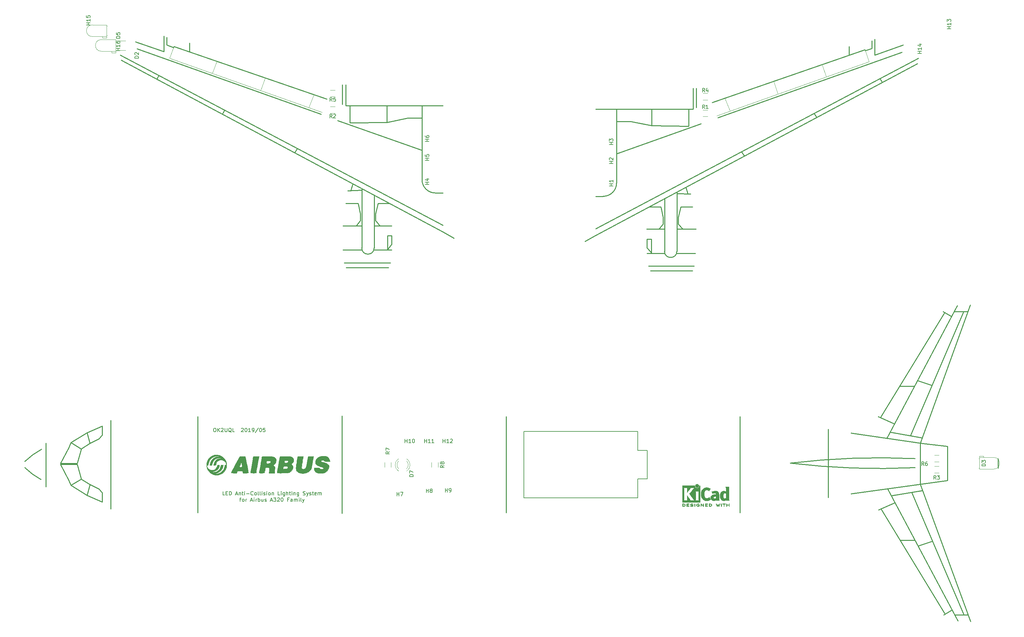
<source format=gbr>
G04 #@! TF.GenerationSoftware,KiCad,Pcbnew,(5.1.0)-1*
G04 #@! TF.CreationDate,2019-05-22T09:29:33+02:00*
G04 #@! TF.ProjectId,A320,41333230-2e6b-4696-9361-645f70636258,1*
G04 #@! TF.SameCoordinates,Original*
G04 #@! TF.FileFunction,Legend,Top*
G04 #@! TF.FilePolarity,Positive*
%FSLAX46Y46*%
G04 Gerber Fmt 4.6, Leading zero omitted, Abs format (unit mm)*
G04 Created by KiCad (PCBNEW (5.1.0)-1) date 2019-05-22 09:29:33*
%MOMM*%
%LPD*%
G04 APERTURE LIST*
%ADD10C,0.250000*%
%ADD11C,0.120000*%
%ADD12C,0.200000*%
%ADD13C,0.010000*%
%ADD14C,0.150000*%
G04 APERTURE END LIST*
D10*
X146812000Y-78613000D02*
X146812000Y-92710000D01*
X138811000Y-96647000D02*
X151130000Y-96647000D01*
X150622000Y-97917000D02*
X139319000Y-97917000D01*
X140589000Y-77216000D02*
X141097000Y-75565000D01*
X139700000Y-77343000D02*
X143510000Y-77216000D01*
X143510000Y-86741000D02*
X138430000Y-86741000D01*
X151511000Y-86741000D02*
X146812000Y-86741000D01*
X97409000Y-40132000D02*
X97409000Y-37846000D01*
X93091000Y-38989000D02*
X93218000Y-38735000D01*
D11*
X93091000Y-38989000D02*
X92964000Y-39370000D01*
D10*
X91313000Y-38354000D02*
X93091000Y-38989000D01*
X106807000Y-55753000D02*
X106172000Y-56769000D01*
X126238000Y-66040000D02*
X125476000Y-67183000D01*
X89154000Y-46482000D02*
X88646000Y-47371000D01*
X138303000Y-49022000D02*
X138303000Y-54229000D01*
X91313000Y-36322000D02*
X91313000Y-38354000D01*
D11*
X130683000Y-51689000D02*
X129286000Y-55118000D01*
X117602000Y-47244000D02*
X116459000Y-50546000D01*
X104648000Y-42799000D02*
X103505000Y-45974000D01*
X92075000Y-41910000D02*
X132842000Y-56388000D01*
D10*
X90551000Y-35941000D02*
X90551000Y-40132000D01*
X90551000Y-40132000D02*
X82931000Y-37465000D01*
X93218000Y-38735000D02*
X134112000Y-52832000D01*
D11*
X92075000Y-41910000D02*
X92964000Y-39370000D01*
D10*
X165227000Y-88392000D02*
X168148000Y-90043000D01*
X79121000Y-42418000D02*
X165227000Y-88392000D01*
X132588000Y-56896000D02*
X83312000Y-39370000D01*
X159639000Y-66548000D02*
X137033000Y-58547000D01*
X78867000Y-41021000D02*
X165227000Y-86614000D01*
X155829000Y-57912000D02*
X159639000Y-57912000D01*
X150241000Y-59055000D02*
X155829000Y-57912000D01*
X150241000Y-59055000D02*
X150241000Y-54737000D01*
X140335000Y-59182000D02*
X150241000Y-59055000D01*
X140335000Y-54610000D02*
X140335000Y-59182000D01*
X163195000Y-77978000D02*
X165227000Y-77978000D01*
X163195000Y-77978000D02*
G75*
G02X159639000Y-74422000I0J3556000D01*
G01*
X159639000Y-54610000D02*
X159639000Y-74422000D01*
X139192000Y-54610000D02*
X165227000Y-54610000D01*
X139192000Y-49022000D02*
X139192000Y-54610000D01*
X220980000Y-90297000D02*
X220980000Y-93980000D01*
X219837000Y-90297000D02*
X220980000Y-90297000D01*
X219837000Y-92583000D02*
X219837000Y-90297000D01*
X220980000Y-93980000D02*
X219837000Y-92583000D01*
X224155000Y-86233000D02*
X223012000Y-87630000D01*
X224155000Y-84455000D02*
X224155000Y-86233000D01*
X223520000Y-81661000D02*
X224155000Y-84455000D01*
X220345000Y-81661000D02*
X223520000Y-81661000D01*
X228219000Y-86233000D02*
X229362000Y-87630000D01*
X228219000Y-84455000D02*
X228219000Y-86233000D01*
X228854000Y-81661000D02*
X228219000Y-84455000D01*
X232029000Y-81661000D02*
X228854000Y-81661000D01*
X230759000Y-78105000D02*
X230251000Y-76454000D01*
X231521000Y-78232000D02*
X227838000Y-78105000D01*
X227838000Y-87630000D02*
X232918000Y-87630000D01*
X219710000Y-87630000D02*
X224536000Y-87630000D01*
X227838000Y-94107000D02*
X232791000Y-94107000D01*
X219837000Y-94107000D02*
X224536000Y-94107000D01*
X227838000Y-93599000D02*
G75*
G02X224536000Y-93599000I-1651000J0D01*
G01*
X227838000Y-77724000D02*
X227838000Y-93599000D01*
X224536000Y-79502000D02*
X224536000Y-93599000D01*
X232410000Y-97536000D02*
X220218000Y-97536000D01*
X220726000Y-98806000D02*
X232029000Y-98806000D01*
X292481000Y-41910000D02*
X206121000Y-87503000D01*
X206121000Y-89281000D02*
X203200000Y-90932000D01*
X245110000Y-66929000D02*
X245872000Y-68072000D01*
X282194000Y-47371000D02*
X282702000Y-48260000D01*
X280035000Y-39243000D02*
X278257000Y-39878000D01*
D11*
X278257000Y-39878000D02*
X278384000Y-40259000D01*
D10*
X273939000Y-41021000D02*
X273939000Y-38735000D01*
X232156000Y-55499000D02*
X206121000Y-55499000D01*
X232156000Y-49911000D02*
X232156000Y-55499000D01*
X278257000Y-39878000D02*
X278130000Y-39624000D01*
X292227000Y-43307000D02*
X206121000Y-89281000D01*
X238760000Y-57785000D02*
X288036000Y-40259000D01*
X208153000Y-78867000D02*
G75*
G03X211709000Y-75311000I0J3556000D01*
G01*
X211709000Y-55499000D02*
X211709000Y-75311000D01*
X280797000Y-36830000D02*
X280797000Y-41021000D01*
X278130000Y-39624000D02*
X237236000Y-53721000D01*
D11*
X279273000Y-42799000D02*
X278384000Y-40259000D01*
D10*
X231013000Y-60071000D02*
X221107000Y-59944000D01*
X231013000Y-55499000D02*
X231013000Y-60071000D01*
X208153000Y-78867000D02*
X206121000Y-78867000D01*
X215519000Y-58801000D02*
X211709000Y-58801000D01*
X233045000Y-49911000D02*
X233045000Y-55118000D01*
X221107000Y-59944000D02*
X215519000Y-58801000D01*
X221107000Y-59944000D02*
X221107000Y-55626000D01*
X280035000Y-37211000D02*
X280035000Y-39243000D01*
D11*
X240665000Y-52578000D02*
X242062000Y-56007000D01*
X253746000Y-48133000D02*
X254889000Y-51435000D01*
D10*
X264541000Y-56642000D02*
X265176000Y-57658000D01*
X280797000Y-41021000D02*
X288417000Y-38354000D01*
D11*
X266700000Y-43688000D02*
X267843000Y-46863000D01*
X279273000Y-42799000D02*
X238506000Y-57277000D01*
D10*
X211709000Y-67437000D02*
X234315000Y-59436000D01*
X147828000Y-80772000D02*
X147193000Y-83566000D01*
X150876000Y-80772000D02*
X147828000Y-80772000D01*
X143129000Y-85344000D02*
X141986000Y-86741000D01*
X143129000Y-83566000D02*
X143129000Y-85344000D01*
X142494000Y-80772000D02*
X143129000Y-83566000D01*
X139192000Y-80772000D02*
X142494000Y-80772000D01*
X151511000Y-91694000D02*
X151511000Y-89408000D01*
X150368000Y-93091000D02*
X151511000Y-91694000D01*
X151511000Y-89408000D02*
X150368000Y-89408000D01*
X150368000Y-89408000D02*
X150368000Y-93091000D01*
X147193000Y-85344000D02*
X148336000Y-86741000D01*
X147193000Y-83566000D02*
X147193000Y-85344000D01*
X143510000Y-93218000D02*
X138430000Y-93218000D01*
X151511000Y-93218000D02*
X146812000Y-93218000D01*
X143510000Y-92710000D02*
G75*
G03X146812000Y-92710000I1651000J0D01*
G01*
X143510000Y-76835000D02*
X143510000Y-92710000D01*
D12*
X106816523Y-158860380D02*
X106340333Y-158860380D01*
X106340333Y-157860380D01*
X107149857Y-158336571D02*
X107483190Y-158336571D01*
X107626047Y-158860380D02*
X107149857Y-158860380D01*
X107149857Y-157860380D01*
X107626047Y-157860380D01*
X108054619Y-158860380D02*
X108054619Y-157860380D01*
X108292714Y-157860380D01*
X108435571Y-157908000D01*
X108530809Y-158003238D01*
X108578428Y-158098476D01*
X108626047Y-158288952D01*
X108626047Y-158431809D01*
X108578428Y-158622285D01*
X108530809Y-158717523D01*
X108435571Y-158812761D01*
X108292714Y-158860380D01*
X108054619Y-158860380D01*
X109768904Y-158574666D02*
X110245095Y-158574666D01*
X109673666Y-158860380D02*
X110007000Y-157860380D01*
X110340333Y-158860380D01*
X110673666Y-158193714D02*
X110673666Y-158860380D01*
X110673666Y-158288952D02*
X110721285Y-158241333D01*
X110816523Y-158193714D01*
X110959380Y-158193714D01*
X111054619Y-158241333D01*
X111102238Y-158336571D01*
X111102238Y-158860380D01*
X111435571Y-158193714D02*
X111816523Y-158193714D01*
X111578428Y-157860380D02*
X111578428Y-158717523D01*
X111626047Y-158812761D01*
X111721285Y-158860380D01*
X111816523Y-158860380D01*
X112149857Y-158860380D02*
X112149857Y-158193714D01*
X112149857Y-157860380D02*
X112102238Y-157908000D01*
X112149857Y-157955619D01*
X112197476Y-157908000D01*
X112149857Y-157860380D01*
X112149857Y-157955619D01*
X112626047Y-158479428D02*
X113387952Y-158479428D01*
X114435571Y-158765142D02*
X114387952Y-158812761D01*
X114245095Y-158860380D01*
X114149857Y-158860380D01*
X114007000Y-158812761D01*
X113911761Y-158717523D01*
X113864142Y-158622285D01*
X113816523Y-158431809D01*
X113816523Y-158288952D01*
X113864142Y-158098476D01*
X113911761Y-158003238D01*
X114007000Y-157908000D01*
X114149857Y-157860380D01*
X114245095Y-157860380D01*
X114387952Y-157908000D01*
X114435571Y-157955619D01*
X115007000Y-158860380D02*
X114911761Y-158812761D01*
X114864142Y-158765142D01*
X114816523Y-158669904D01*
X114816523Y-158384190D01*
X114864142Y-158288952D01*
X114911761Y-158241333D01*
X115007000Y-158193714D01*
X115149857Y-158193714D01*
X115245095Y-158241333D01*
X115292714Y-158288952D01*
X115340333Y-158384190D01*
X115340333Y-158669904D01*
X115292714Y-158765142D01*
X115245095Y-158812761D01*
X115149857Y-158860380D01*
X115007000Y-158860380D01*
X115911761Y-158860380D02*
X115816523Y-158812761D01*
X115768904Y-158717523D01*
X115768904Y-157860380D01*
X116435571Y-158860380D02*
X116340333Y-158812761D01*
X116292714Y-158717523D01*
X116292714Y-157860380D01*
X116816523Y-158860380D02*
X116816523Y-158193714D01*
X116816523Y-157860380D02*
X116768904Y-157908000D01*
X116816523Y-157955619D01*
X116864142Y-157908000D01*
X116816523Y-157860380D01*
X116816523Y-157955619D01*
X117245095Y-158812761D02*
X117340333Y-158860380D01*
X117530809Y-158860380D01*
X117626047Y-158812761D01*
X117673666Y-158717523D01*
X117673666Y-158669904D01*
X117626047Y-158574666D01*
X117530809Y-158527047D01*
X117387952Y-158527047D01*
X117292714Y-158479428D01*
X117245095Y-158384190D01*
X117245095Y-158336571D01*
X117292714Y-158241333D01*
X117387952Y-158193714D01*
X117530809Y-158193714D01*
X117626047Y-158241333D01*
X118102238Y-158860380D02*
X118102238Y-158193714D01*
X118102238Y-157860380D02*
X118054619Y-157908000D01*
X118102238Y-157955619D01*
X118149857Y-157908000D01*
X118102238Y-157860380D01*
X118102238Y-157955619D01*
X118721285Y-158860380D02*
X118626047Y-158812761D01*
X118578428Y-158765142D01*
X118530809Y-158669904D01*
X118530809Y-158384190D01*
X118578428Y-158288952D01*
X118626047Y-158241333D01*
X118721285Y-158193714D01*
X118864142Y-158193714D01*
X118959380Y-158241333D01*
X119007000Y-158288952D01*
X119054619Y-158384190D01*
X119054619Y-158669904D01*
X119007000Y-158765142D01*
X118959380Y-158812761D01*
X118864142Y-158860380D01*
X118721285Y-158860380D01*
X119483190Y-158193714D02*
X119483190Y-158860380D01*
X119483190Y-158288952D02*
X119530809Y-158241333D01*
X119626047Y-158193714D01*
X119768904Y-158193714D01*
X119864142Y-158241333D01*
X119911761Y-158336571D01*
X119911761Y-158860380D01*
X121626047Y-158860380D02*
X121149857Y-158860380D01*
X121149857Y-157860380D01*
X121959380Y-158860380D02*
X121959380Y-158193714D01*
X121959380Y-157860380D02*
X121911761Y-157908000D01*
X121959380Y-157955619D01*
X122007000Y-157908000D01*
X121959380Y-157860380D01*
X121959380Y-157955619D01*
X122864142Y-158193714D02*
X122864142Y-159003238D01*
X122816523Y-159098476D01*
X122768904Y-159146095D01*
X122673666Y-159193714D01*
X122530809Y-159193714D01*
X122435571Y-159146095D01*
X122864142Y-158812761D02*
X122768904Y-158860380D01*
X122578428Y-158860380D01*
X122483190Y-158812761D01*
X122435571Y-158765142D01*
X122387952Y-158669904D01*
X122387952Y-158384190D01*
X122435571Y-158288952D01*
X122483190Y-158241333D01*
X122578428Y-158193714D01*
X122768904Y-158193714D01*
X122864142Y-158241333D01*
X123340333Y-158860380D02*
X123340333Y-157860380D01*
X123768904Y-158860380D02*
X123768904Y-158336571D01*
X123721285Y-158241333D01*
X123626047Y-158193714D01*
X123483190Y-158193714D01*
X123387952Y-158241333D01*
X123340333Y-158288952D01*
X124102238Y-158193714D02*
X124483190Y-158193714D01*
X124245095Y-157860380D02*
X124245095Y-158717523D01*
X124292714Y-158812761D01*
X124387952Y-158860380D01*
X124483190Y-158860380D01*
X124816523Y-158860380D02*
X124816523Y-158193714D01*
X124816523Y-157860380D02*
X124768904Y-157908000D01*
X124816523Y-157955619D01*
X124864142Y-157908000D01*
X124816523Y-157860380D01*
X124816523Y-157955619D01*
X125292714Y-158193714D02*
X125292714Y-158860380D01*
X125292714Y-158288952D02*
X125340333Y-158241333D01*
X125435571Y-158193714D01*
X125578428Y-158193714D01*
X125673666Y-158241333D01*
X125721285Y-158336571D01*
X125721285Y-158860380D01*
X126626047Y-158193714D02*
X126626047Y-159003238D01*
X126578428Y-159098476D01*
X126530809Y-159146095D01*
X126435571Y-159193714D01*
X126292714Y-159193714D01*
X126197476Y-159146095D01*
X126626047Y-158812761D02*
X126530809Y-158860380D01*
X126340333Y-158860380D01*
X126245095Y-158812761D01*
X126197476Y-158765142D01*
X126149857Y-158669904D01*
X126149857Y-158384190D01*
X126197476Y-158288952D01*
X126245095Y-158241333D01*
X126340333Y-158193714D01*
X126530809Y-158193714D01*
X126626047Y-158241333D01*
X127816523Y-158812761D02*
X127959380Y-158860380D01*
X128197476Y-158860380D01*
X128292714Y-158812761D01*
X128340333Y-158765142D01*
X128387952Y-158669904D01*
X128387952Y-158574666D01*
X128340333Y-158479428D01*
X128292714Y-158431809D01*
X128197476Y-158384190D01*
X128006999Y-158336571D01*
X127911761Y-158288952D01*
X127864142Y-158241333D01*
X127816523Y-158146095D01*
X127816523Y-158050857D01*
X127864142Y-157955619D01*
X127911761Y-157908000D01*
X128006999Y-157860380D01*
X128245095Y-157860380D01*
X128387952Y-157908000D01*
X128721285Y-158193714D02*
X128959380Y-158860380D01*
X129197476Y-158193714D02*
X128959380Y-158860380D01*
X128864142Y-159098476D01*
X128816523Y-159146095D01*
X128721285Y-159193714D01*
X129530809Y-158812761D02*
X129626047Y-158860380D01*
X129816523Y-158860380D01*
X129911761Y-158812761D01*
X129959380Y-158717523D01*
X129959380Y-158669904D01*
X129911761Y-158574666D01*
X129816523Y-158527047D01*
X129673666Y-158527047D01*
X129578428Y-158479428D01*
X129530809Y-158384190D01*
X129530809Y-158336571D01*
X129578428Y-158241333D01*
X129673666Y-158193714D01*
X129816523Y-158193714D01*
X129911761Y-158241333D01*
X130245095Y-158193714D02*
X130626047Y-158193714D01*
X130387952Y-157860380D02*
X130387952Y-158717523D01*
X130435571Y-158812761D01*
X130530809Y-158860380D01*
X130626047Y-158860380D01*
X131340333Y-158812761D02*
X131245095Y-158860380D01*
X131054619Y-158860380D01*
X130959380Y-158812761D01*
X130911761Y-158717523D01*
X130911761Y-158336571D01*
X130959380Y-158241333D01*
X131054619Y-158193714D01*
X131245095Y-158193714D01*
X131340333Y-158241333D01*
X131387952Y-158336571D01*
X131387952Y-158431809D01*
X130911761Y-158527047D01*
X131816523Y-158860380D02*
X131816523Y-158193714D01*
X131816523Y-158288952D02*
X131864142Y-158241333D01*
X131959380Y-158193714D01*
X132102238Y-158193714D01*
X132197476Y-158241333D01*
X132245095Y-158336571D01*
X132245095Y-158860380D01*
X132245095Y-158336571D02*
X132292714Y-158241333D01*
X132387952Y-158193714D01*
X132530809Y-158193714D01*
X132626047Y-158241333D01*
X132673666Y-158336571D01*
X132673666Y-158860380D01*
X110840333Y-159893714D02*
X111221285Y-159893714D01*
X110983190Y-160560380D02*
X110983190Y-159703238D01*
X111030809Y-159608000D01*
X111126047Y-159560380D01*
X111221285Y-159560380D01*
X111697476Y-160560380D02*
X111602238Y-160512761D01*
X111554619Y-160465142D01*
X111507000Y-160369904D01*
X111507000Y-160084190D01*
X111554619Y-159988952D01*
X111602238Y-159941333D01*
X111697476Y-159893714D01*
X111840333Y-159893714D01*
X111935571Y-159941333D01*
X111983190Y-159988952D01*
X112030809Y-160084190D01*
X112030809Y-160369904D01*
X111983190Y-160465142D01*
X111935571Y-160512761D01*
X111840333Y-160560380D01*
X111697476Y-160560380D01*
X112459380Y-160560380D02*
X112459380Y-159893714D01*
X112459380Y-160084190D02*
X112507000Y-159988952D01*
X112554619Y-159941333D01*
X112649857Y-159893714D01*
X112745095Y-159893714D01*
X113792714Y-160274666D02*
X114268904Y-160274666D01*
X113697476Y-160560380D02*
X114030809Y-159560380D01*
X114364142Y-160560380D01*
X114697476Y-160560380D02*
X114697476Y-159893714D01*
X114697476Y-159560380D02*
X114649857Y-159608000D01*
X114697476Y-159655619D01*
X114745095Y-159608000D01*
X114697476Y-159560380D01*
X114697476Y-159655619D01*
X115173666Y-160560380D02*
X115173666Y-159893714D01*
X115173666Y-160084190D02*
X115221285Y-159988952D01*
X115268904Y-159941333D01*
X115364142Y-159893714D01*
X115459380Y-159893714D01*
X115792714Y-160560380D02*
X115792714Y-159560380D01*
X115792714Y-159941333D02*
X115887952Y-159893714D01*
X116078428Y-159893714D01*
X116173666Y-159941333D01*
X116221285Y-159988952D01*
X116268904Y-160084190D01*
X116268904Y-160369904D01*
X116221285Y-160465142D01*
X116173666Y-160512761D01*
X116078428Y-160560380D01*
X115887952Y-160560380D01*
X115792714Y-160512761D01*
X117126047Y-159893714D02*
X117126047Y-160560380D01*
X116697476Y-159893714D02*
X116697476Y-160417523D01*
X116745095Y-160512761D01*
X116840333Y-160560380D01*
X116983190Y-160560380D01*
X117078428Y-160512761D01*
X117126047Y-160465142D01*
X117554619Y-160512761D02*
X117649857Y-160560380D01*
X117840333Y-160560380D01*
X117935571Y-160512761D01*
X117983190Y-160417523D01*
X117983190Y-160369904D01*
X117935571Y-160274666D01*
X117840333Y-160227047D01*
X117697476Y-160227047D01*
X117602238Y-160179428D01*
X117554619Y-160084190D01*
X117554619Y-160036571D01*
X117602238Y-159941333D01*
X117697476Y-159893714D01*
X117840333Y-159893714D01*
X117935571Y-159941333D01*
X119126047Y-160274666D02*
X119602238Y-160274666D01*
X119030809Y-160560380D02*
X119364142Y-159560380D01*
X119697476Y-160560380D01*
X119935571Y-159560380D02*
X120554619Y-159560380D01*
X120221285Y-159941333D01*
X120364142Y-159941333D01*
X120459380Y-159988952D01*
X120507000Y-160036571D01*
X120554619Y-160131809D01*
X120554619Y-160369904D01*
X120507000Y-160465142D01*
X120459380Y-160512761D01*
X120364142Y-160560380D01*
X120078428Y-160560380D01*
X119983190Y-160512761D01*
X119935571Y-160465142D01*
X120935571Y-159655619D02*
X120983190Y-159608000D01*
X121078428Y-159560380D01*
X121316523Y-159560380D01*
X121411761Y-159608000D01*
X121459380Y-159655619D01*
X121507000Y-159750857D01*
X121507000Y-159846095D01*
X121459380Y-159988952D01*
X120887952Y-160560380D01*
X121507000Y-160560380D01*
X122126047Y-159560380D02*
X122221285Y-159560380D01*
X122316523Y-159608000D01*
X122364142Y-159655619D01*
X122411761Y-159750857D01*
X122459380Y-159941333D01*
X122459380Y-160179428D01*
X122411761Y-160369904D01*
X122364142Y-160465142D01*
X122316523Y-160512761D01*
X122221285Y-160560380D01*
X122126047Y-160560380D01*
X122030809Y-160512761D01*
X121983190Y-160465142D01*
X121935571Y-160369904D01*
X121887952Y-160179428D01*
X121887952Y-159941333D01*
X121935571Y-159750857D01*
X121983190Y-159655619D01*
X122030809Y-159608000D01*
X122126047Y-159560380D01*
X123983190Y-160036571D02*
X123649857Y-160036571D01*
X123649857Y-160560380D02*
X123649857Y-159560380D01*
X124126047Y-159560380D01*
X124935571Y-160560380D02*
X124935571Y-160036571D01*
X124887952Y-159941333D01*
X124792714Y-159893714D01*
X124602238Y-159893714D01*
X124507000Y-159941333D01*
X124935571Y-160512761D02*
X124840333Y-160560380D01*
X124602238Y-160560380D01*
X124507000Y-160512761D01*
X124459380Y-160417523D01*
X124459380Y-160322285D01*
X124507000Y-160227047D01*
X124602238Y-160179428D01*
X124840333Y-160179428D01*
X124935571Y-160131809D01*
X125411761Y-160560380D02*
X125411761Y-159893714D01*
X125411761Y-159988952D02*
X125459380Y-159941333D01*
X125554619Y-159893714D01*
X125697476Y-159893714D01*
X125792714Y-159941333D01*
X125840333Y-160036571D01*
X125840333Y-160560380D01*
X125840333Y-160036571D02*
X125887952Y-159941333D01*
X125983190Y-159893714D01*
X126126047Y-159893714D01*
X126221285Y-159941333D01*
X126268904Y-160036571D01*
X126268904Y-160560380D01*
X126745095Y-160560380D02*
X126745095Y-159893714D01*
X126745095Y-159560380D02*
X126697476Y-159608000D01*
X126745095Y-159655619D01*
X126792714Y-159608000D01*
X126745095Y-159560380D01*
X126745095Y-159655619D01*
X127364142Y-160560380D02*
X127268904Y-160512761D01*
X127221285Y-160417523D01*
X127221285Y-159560380D01*
X127649857Y-159893714D02*
X127887952Y-160560380D01*
X128126047Y-159893714D02*
X127887952Y-160560380D01*
X127792714Y-160798476D01*
X127745095Y-160846095D01*
X127649857Y-160893714D01*
X104077333Y-140930380D02*
X104267809Y-140930380D01*
X104363047Y-140978000D01*
X104458285Y-141073238D01*
X104505904Y-141263714D01*
X104505904Y-141597047D01*
X104458285Y-141787523D01*
X104363047Y-141882761D01*
X104267809Y-141930380D01*
X104077333Y-141930380D01*
X103982095Y-141882761D01*
X103886857Y-141787523D01*
X103839238Y-141597047D01*
X103839238Y-141263714D01*
X103886857Y-141073238D01*
X103982095Y-140978000D01*
X104077333Y-140930380D01*
X104934476Y-141930380D02*
X104934476Y-140930380D01*
X105505904Y-141930380D02*
X105077333Y-141358952D01*
X105505904Y-140930380D02*
X104934476Y-141501809D01*
X105886857Y-141025619D02*
X105934476Y-140978000D01*
X106029714Y-140930380D01*
X106267809Y-140930380D01*
X106363047Y-140978000D01*
X106410666Y-141025619D01*
X106458285Y-141120857D01*
X106458285Y-141216095D01*
X106410666Y-141358952D01*
X105839238Y-141930380D01*
X106458285Y-141930380D01*
X106886857Y-140930380D02*
X106886857Y-141739904D01*
X106934476Y-141835142D01*
X106982095Y-141882761D01*
X107077333Y-141930380D01*
X107267809Y-141930380D01*
X107363047Y-141882761D01*
X107410666Y-141835142D01*
X107458285Y-141739904D01*
X107458285Y-140930380D01*
X108601142Y-142025619D02*
X108505904Y-141978000D01*
X108410666Y-141882761D01*
X108267809Y-141739904D01*
X108172571Y-141692285D01*
X108077333Y-141692285D01*
X108124952Y-141930380D02*
X108029714Y-141882761D01*
X107934476Y-141787523D01*
X107886857Y-141597047D01*
X107886857Y-141263714D01*
X107934476Y-141073238D01*
X108029714Y-140978000D01*
X108124952Y-140930380D01*
X108315428Y-140930380D01*
X108410666Y-140978000D01*
X108505904Y-141073238D01*
X108553523Y-141263714D01*
X108553523Y-141597047D01*
X108505904Y-141787523D01*
X108410666Y-141882761D01*
X108315428Y-141930380D01*
X108124952Y-141930380D01*
X109458285Y-141930380D02*
X108982095Y-141930380D01*
X108982095Y-140930380D01*
X111267809Y-141025619D02*
X111315428Y-140978000D01*
X111410666Y-140930380D01*
X111648761Y-140930380D01*
X111744000Y-140978000D01*
X111791619Y-141025619D01*
X111839238Y-141120857D01*
X111839238Y-141216095D01*
X111791619Y-141358952D01*
X111220190Y-141930380D01*
X111839238Y-141930380D01*
X112458285Y-140930380D02*
X112553523Y-140930380D01*
X112648761Y-140978000D01*
X112696380Y-141025619D01*
X112744000Y-141120857D01*
X112791619Y-141311333D01*
X112791619Y-141549428D01*
X112744000Y-141739904D01*
X112696380Y-141835142D01*
X112648761Y-141882761D01*
X112553523Y-141930380D01*
X112458285Y-141930380D01*
X112363047Y-141882761D01*
X112315428Y-141835142D01*
X112267809Y-141739904D01*
X112220190Y-141549428D01*
X112220190Y-141311333D01*
X112267809Y-141120857D01*
X112315428Y-141025619D01*
X112363047Y-140978000D01*
X112458285Y-140930380D01*
X113744000Y-141930380D02*
X113172571Y-141930380D01*
X113458285Y-141930380D02*
X113458285Y-140930380D01*
X113363047Y-141073238D01*
X113267809Y-141168476D01*
X113172571Y-141216095D01*
X114220190Y-141930380D02*
X114410666Y-141930380D01*
X114505904Y-141882761D01*
X114553523Y-141835142D01*
X114648761Y-141692285D01*
X114696380Y-141501809D01*
X114696380Y-141120857D01*
X114648761Y-141025619D01*
X114601142Y-140978000D01*
X114505904Y-140930380D01*
X114315428Y-140930380D01*
X114220190Y-140978000D01*
X114172571Y-141025619D01*
X114124952Y-141120857D01*
X114124952Y-141358952D01*
X114172571Y-141454190D01*
X114220190Y-141501809D01*
X114315428Y-141549428D01*
X114505904Y-141549428D01*
X114601142Y-141501809D01*
X114648761Y-141454190D01*
X114696380Y-141358952D01*
X115839238Y-140882761D02*
X114982095Y-142168476D01*
X116363047Y-140930380D02*
X116458285Y-140930380D01*
X116553523Y-140978000D01*
X116601142Y-141025619D01*
X116648761Y-141120857D01*
X116696380Y-141311333D01*
X116696380Y-141549428D01*
X116648761Y-141739904D01*
X116601142Y-141835142D01*
X116553523Y-141882761D01*
X116458285Y-141930380D01*
X116363047Y-141930380D01*
X116267809Y-141882761D01*
X116220190Y-141835142D01*
X116172571Y-141739904D01*
X116124952Y-141549428D01*
X116124952Y-141311333D01*
X116172571Y-141120857D01*
X116220190Y-141025619D01*
X116267809Y-140978000D01*
X116363047Y-140930380D01*
X117601142Y-140930380D02*
X117124952Y-140930380D01*
X117077333Y-141406571D01*
X117124952Y-141358952D01*
X117220190Y-141311333D01*
X117458285Y-141311333D01*
X117553523Y-141358952D01*
X117601142Y-141406571D01*
X117648761Y-141501809D01*
X117648761Y-141739904D01*
X117601142Y-141835142D01*
X117553523Y-141882761D01*
X117458285Y-141930380D01*
X117220190Y-141930380D01*
X117124952Y-141882761D01*
X117077333Y-141835142D01*
D10*
X291592000Y-149096390D02*
G75*
G03X258217417Y-150303695I-9498584J-199327304D01*
G01*
X291592000Y-151511000D02*
G75*
G02X258217417Y-150303695I-9498584J199327304D01*
G01*
X292989000Y-144907000D02*
X292989000Y-155829000D01*
X299212000Y-190881000D02*
X301371000Y-189611000D01*
X304673000Y-190881000D02*
X290703000Y-158115000D01*
X302133000Y-190881000D02*
X305689000Y-190881000D01*
X306451000Y-192659000D02*
X292989000Y-155956000D01*
X303022000Y-192532000D02*
X284226000Y-157226000D01*
X285242000Y-159004000D02*
X293497000Y-157607000D01*
X287655000Y-170942000D02*
X291465000Y-170942000D01*
X282448000Y-162560000D02*
X299593000Y-190627000D01*
X292354000Y-172466000D02*
X296164000Y-171196000D01*
X281813000Y-162814000D02*
X286004000Y-160909000D01*
X284861000Y-141986000D02*
X293370000Y-143510000D01*
X287528000Y-129667000D02*
X291338000Y-129667000D01*
X282321000Y-138049000D02*
X299466000Y-109982000D01*
X292227000Y-128143000D02*
X296037000Y-129413000D01*
X281686000Y-137795000D02*
X285877000Y-139700000D01*
X299085000Y-109728000D02*
X301244000Y-110998000D01*
X304546000Y-109728000D02*
X290322000Y-142875000D01*
X302006000Y-109728000D02*
X305562000Y-109728000D01*
X306324000Y-107950000D02*
X292989000Y-144907000D01*
X302895000Y-108077000D02*
X283972000Y-143637000D01*
X268351000Y-141224000D02*
X268351000Y-159512000D01*
X244729000Y-137795000D02*
X244729000Y-163576000D01*
X274447000Y-158496000D02*
X300228000Y-154940000D01*
X293624000Y-145034000D02*
X300228000Y-145796000D01*
X274447000Y-142240000D02*
X293624000Y-145034000D01*
X300228000Y-145796000D02*
X300228000Y-154940000D01*
X313817000Y-149098000D02*
X313817000Y-151638000D01*
X182118000Y-137795000D02*
X182118000Y-163576000D01*
X99568000Y-137795000D02*
X99568000Y-163576000D01*
X74041000Y-158242000D02*
X73152000Y-157226000D01*
X73152000Y-157226000D02*
X70612000Y-155956000D01*
X70612000Y-155956000D02*
X68453000Y-154559000D01*
X69977000Y-158877000D02*
X70739000Y-156083000D01*
X65024000Y-154813000D02*
X65659000Y-156210000D01*
X65659000Y-156210000D02*
X69977000Y-158877000D01*
X69977000Y-158877000D02*
X74041000Y-160655000D01*
X74041000Y-160655000D02*
X74041000Y-158242000D01*
X68453000Y-154559000D02*
X67310000Y-150622000D01*
X65659000Y-156210000D02*
X68326000Y-154559000D01*
X67310000Y-150622000D02*
X62865000Y-150622000D01*
X62865000Y-150622000D02*
X65024000Y-154813000D01*
X69977000Y-142113000D02*
X70739000Y-144907000D01*
D11*
X68326000Y-146431000D02*
X68453000Y-146558000D01*
D10*
X65659000Y-144780000D02*
X68326000Y-146431000D01*
X67310000Y-150368000D02*
X62865000Y-150368000D01*
X68453000Y-146431000D02*
X67310000Y-150368000D01*
X70612000Y-145034000D02*
X68453000Y-146431000D01*
X73152000Y-143764000D02*
X70612000Y-145034000D01*
X74041000Y-142748000D02*
X73152000Y-143764000D01*
X74041000Y-140335000D02*
X74041000Y-142748000D01*
X69977000Y-142113000D02*
X74041000Y-140335000D01*
X65659000Y-144780000D02*
X69977000Y-142113000D01*
X65024000Y-146177000D02*
X65659000Y-144780000D01*
X62865000Y-150368000D02*
X65024000Y-146177000D01*
X76327000Y-138811000D02*
X76327000Y-162560000D01*
X57807658Y-146601051D02*
G75*
G03X53340000Y-149860000I8867341J-16847948D01*
G01*
X57656195Y-154689357D02*
G75*
G02X53340001Y-151510999I9018805J16767357D01*
G01*
X58928000Y-144907000D02*
X58928000Y-156591000D01*
X138208000Y-137668000D02*
X138208000Y-163703000D01*
D11*
X236058000Y-57522000D02*
X234858000Y-57522000D01*
X234858000Y-55762000D02*
X236058000Y-55762000D01*
X234858000Y-51317000D02*
X236058000Y-51317000D01*
X236058000Y-53077000D02*
X234858000Y-53077000D01*
X73797000Y-40041000D02*
G75*
G02X73797000Y-36921000I0J1560000D01*
G01*
X77657000Y-36921000D02*
X73797000Y-36921000D01*
X77657000Y-40041000D02*
X73797000Y-40041000D01*
X77657000Y-36921000D02*
X77657000Y-40041000D01*
X77657000Y-40441000D02*
X76537000Y-40441000D01*
X76537000Y-40441000D02*
X76537000Y-40041000D01*
X76537000Y-40041000D02*
X77657000Y-40041000D01*
X77657000Y-40041000D02*
X77657000Y-40441000D01*
X80327000Y-37211000D02*
X77657000Y-37211000D01*
X77657000Y-37211000D02*
X77657000Y-37211000D01*
X77657000Y-37211000D02*
X80327000Y-37211000D01*
X80327000Y-37211000D02*
X80327000Y-37211000D01*
X80327000Y-39751000D02*
X77657000Y-39751000D01*
X77657000Y-39751000D02*
X77657000Y-39751000D01*
X77657000Y-39751000D02*
X80327000Y-39751000D01*
X80327000Y-39751000D02*
X80327000Y-39751000D01*
X75374000Y-35814000D02*
X75374000Y-35814000D01*
X75244000Y-35814000D02*
X75374000Y-35814000D01*
X75244000Y-35814000D02*
X75244000Y-35814000D01*
X75374000Y-35814000D02*
X75244000Y-35814000D01*
X75374000Y-33274000D02*
X75374000Y-33274000D01*
X75244000Y-33274000D02*
X75374000Y-33274000D01*
X75244000Y-33274000D02*
X75244000Y-33274000D01*
X75374000Y-33274000D02*
X75244000Y-33274000D01*
X75244000Y-36104000D02*
X75244000Y-36504000D01*
X74124000Y-36104000D02*
X75244000Y-36104000D01*
X74124000Y-36504000D02*
X74124000Y-36104000D01*
X75244000Y-36504000D02*
X74124000Y-36504000D01*
X75244000Y-32984000D02*
X75244000Y-36104000D01*
X75244000Y-36104000D02*
X71384000Y-36104000D01*
X75244000Y-32984000D02*
X71384000Y-32984000D01*
X71384000Y-36104000D02*
G75*
G02X71384000Y-32984000I0J1560000D01*
G01*
X136316000Y-56633000D02*
X135116000Y-56633000D01*
X135116000Y-54873000D02*
X136316000Y-54873000D01*
X136316000Y-52188000D02*
X135116000Y-52188000D01*
X135116000Y-50428000D02*
X136316000Y-50428000D01*
D13*
G36*
X229463629Y-161146066D02*
G01*
X229503111Y-161146467D01*
X229618800Y-161149259D01*
X229715689Y-161157550D01*
X229797081Y-161172232D01*
X229866277Y-161194193D01*
X229926580Y-161224322D01*
X229981292Y-161263510D01*
X230000833Y-161280532D01*
X230033250Y-161320363D01*
X230062480Y-161374413D01*
X230085009Y-161434323D01*
X230097321Y-161491739D01*
X230098600Y-161512956D01*
X230090583Y-161571769D01*
X230069101Y-161636013D01*
X230038001Y-161696821D01*
X230001134Y-161745330D01*
X229995146Y-161751182D01*
X229944421Y-161792321D01*
X229888875Y-161824435D01*
X229825304Y-161848365D01*
X229750506Y-161864953D01*
X229661278Y-161875041D01*
X229554418Y-161879469D01*
X229505472Y-161879845D01*
X229443238Y-161879545D01*
X229399472Y-161878292D01*
X229370069Y-161875554D01*
X229350921Y-161870801D01*
X229337923Y-161863501D01*
X229330955Y-161857267D01*
X229324374Y-161849694D01*
X229319212Y-161839924D01*
X229315297Y-161825340D01*
X229312457Y-161803326D01*
X229310520Y-161771264D01*
X229309316Y-161726536D01*
X229308672Y-161666526D01*
X229308417Y-161588617D01*
X229308378Y-161512956D01*
X229308130Y-161412041D01*
X229308183Y-161331427D01*
X229309143Y-161292822D01*
X229455133Y-161292822D01*
X229455133Y-161733089D01*
X229548266Y-161733004D01*
X229604307Y-161731396D01*
X229663001Y-161727256D01*
X229711972Y-161721464D01*
X229713462Y-161721226D01*
X229792608Y-161702090D01*
X229853998Y-161672287D01*
X229900695Y-161629878D01*
X229930365Y-161583961D01*
X229948647Y-161533026D01*
X229947229Y-161485200D01*
X229926012Y-161433933D01*
X229884511Y-161380899D01*
X229827002Y-161341600D01*
X229752250Y-161315331D01*
X229702292Y-161306035D01*
X229645584Y-161299507D01*
X229585481Y-161294782D01*
X229534361Y-161292817D01*
X229531333Y-161292808D01*
X229455133Y-161292822D01*
X229309143Y-161292822D01*
X229309740Y-161268851D01*
X229314002Y-161222055D01*
X229322170Y-161188778D01*
X229335444Y-161166759D01*
X229355026Y-161153739D01*
X229382117Y-161147457D01*
X229417918Y-161145653D01*
X229463629Y-161146066D01*
X229463629Y-161146066D01*
G37*
X229463629Y-161146066D02*
X229503111Y-161146467D01*
X229618800Y-161149259D01*
X229715689Y-161157550D01*
X229797081Y-161172232D01*
X229866277Y-161194193D01*
X229926580Y-161224322D01*
X229981292Y-161263510D01*
X230000833Y-161280532D01*
X230033250Y-161320363D01*
X230062480Y-161374413D01*
X230085009Y-161434323D01*
X230097321Y-161491739D01*
X230098600Y-161512956D01*
X230090583Y-161571769D01*
X230069101Y-161636013D01*
X230038001Y-161696821D01*
X230001134Y-161745330D01*
X229995146Y-161751182D01*
X229944421Y-161792321D01*
X229888875Y-161824435D01*
X229825304Y-161848365D01*
X229750506Y-161864953D01*
X229661278Y-161875041D01*
X229554418Y-161879469D01*
X229505472Y-161879845D01*
X229443238Y-161879545D01*
X229399472Y-161878292D01*
X229370069Y-161875554D01*
X229350921Y-161870801D01*
X229337923Y-161863501D01*
X229330955Y-161857267D01*
X229324374Y-161849694D01*
X229319212Y-161839924D01*
X229315297Y-161825340D01*
X229312457Y-161803326D01*
X229310520Y-161771264D01*
X229309316Y-161726536D01*
X229308672Y-161666526D01*
X229308417Y-161588617D01*
X229308378Y-161512956D01*
X229308130Y-161412041D01*
X229308183Y-161331427D01*
X229309143Y-161292822D01*
X229455133Y-161292822D01*
X229455133Y-161733089D01*
X229548266Y-161733004D01*
X229604307Y-161731396D01*
X229663001Y-161727256D01*
X229711972Y-161721464D01*
X229713462Y-161721226D01*
X229792608Y-161702090D01*
X229853998Y-161672287D01*
X229900695Y-161629878D01*
X229930365Y-161583961D01*
X229948647Y-161533026D01*
X229947229Y-161485200D01*
X229926012Y-161433933D01*
X229884511Y-161380899D01*
X229827002Y-161341600D01*
X229752250Y-161315331D01*
X229702292Y-161306035D01*
X229645584Y-161299507D01*
X229585481Y-161294782D01*
X229534361Y-161292817D01*
X229531333Y-161292808D01*
X229455133Y-161292822D01*
X229309143Y-161292822D01*
X229309740Y-161268851D01*
X229314002Y-161222055D01*
X229322170Y-161188778D01*
X229335444Y-161166759D01*
X229355026Y-161153739D01*
X229382117Y-161147457D01*
X229417918Y-161145653D01*
X229463629Y-161146066D01*
G36*
X230872206Y-161146146D02*
G01*
X230941614Y-161146518D01*
X230994003Y-161147385D01*
X231032153Y-161148946D01*
X231058841Y-161151403D01*
X231076847Y-161154957D01*
X231088951Y-161159810D01*
X231097931Y-161166161D01*
X231101182Y-161169084D01*
X231120957Y-161200142D01*
X231124518Y-161235828D01*
X231111509Y-161267510D01*
X231105494Y-161273913D01*
X231095765Y-161280121D01*
X231080099Y-161284910D01*
X231055592Y-161288514D01*
X231019339Y-161291164D01*
X230968435Y-161293095D01*
X230899974Y-161294539D01*
X230837383Y-161295418D01*
X230589666Y-161298467D01*
X230586281Y-161363378D01*
X230582895Y-161428289D01*
X230751042Y-161428289D01*
X230824041Y-161428919D01*
X230877483Y-161431553D01*
X230914372Y-161437309D01*
X230937712Y-161447304D01*
X230950506Y-161462656D01*
X230955758Y-161484482D01*
X230956555Y-161504738D01*
X230954077Y-161529592D01*
X230944723Y-161547906D01*
X230925617Y-161560637D01*
X230893882Y-161568741D01*
X230846641Y-161573176D01*
X230781017Y-161574899D01*
X230745199Y-161575045D01*
X230584022Y-161575045D01*
X230584022Y-161733089D01*
X230832378Y-161733089D01*
X230913787Y-161733202D01*
X230975658Y-161733712D01*
X231021032Y-161734870D01*
X231052946Y-161736930D01*
X231074441Y-161740146D01*
X231088557Y-161744772D01*
X231098332Y-161751059D01*
X231103311Y-161755667D01*
X231120390Y-161782560D01*
X231125889Y-161806467D01*
X231118037Y-161835667D01*
X231103311Y-161857267D01*
X231095454Y-161864066D01*
X231085312Y-161869346D01*
X231070156Y-161873298D01*
X231047259Y-161876113D01*
X231013891Y-161877982D01*
X230967325Y-161879098D01*
X230904833Y-161879651D01*
X230823686Y-161879833D01*
X230781578Y-161879845D01*
X230691402Y-161879765D01*
X230621076Y-161879398D01*
X230567871Y-161878552D01*
X230529060Y-161877036D01*
X230501913Y-161874659D01*
X230483702Y-161871229D01*
X230471700Y-161866554D01*
X230463178Y-161860444D01*
X230459844Y-161857267D01*
X230453245Y-161849670D01*
X230448073Y-161839870D01*
X230444154Y-161825239D01*
X230441316Y-161803152D01*
X230439385Y-161770982D01*
X230438188Y-161726103D01*
X230437552Y-161665889D01*
X230437303Y-161587713D01*
X230437266Y-161514923D01*
X230437300Y-161421707D01*
X230437535Y-161348431D01*
X230438170Y-161292458D01*
X230439406Y-161251151D01*
X230441444Y-161221872D01*
X230444483Y-161201984D01*
X230448723Y-161188850D01*
X230454365Y-161179832D01*
X230461609Y-161172293D01*
X230463394Y-161170612D01*
X230472055Y-161163172D01*
X230482118Y-161157409D01*
X230496375Y-161153112D01*
X230517617Y-161150064D01*
X230548636Y-161148051D01*
X230592223Y-161146860D01*
X230651169Y-161146275D01*
X230728266Y-161146083D01*
X230782999Y-161146067D01*
X230872206Y-161146146D01*
X230872206Y-161146146D01*
G37*
X230872206Y-161146146D02*
X230941614Y-161146518D01*
X230994003Y-161147385D01*
X231032153Y-161148946D01*
X231058841Y-161151403D01*
X231076847Y-161154957D01*
X231088951Y-161159810D01*
X231097931Y-161166161D01*
X231101182Y-161169084D01*
X231120957Y-161200142D01*
X231124518Y-161235828D01*
X231111509Y-161267510D01*
X231105494Y-161273913D01*
X231095765Y-161280121D01*
X231080099Y-161284910D01*
X231055592Y-161288514D01*
X231019339Y-161291164D01*
X230968435Y-161293095D01*
X230899974Y-161294539D01*
X230837383Y-161295418D01*
X230589666Y-161298467D01*
X230586281Y-161363378D01*
X230582895Y-161428289D01*
X230751042Y-161428289D01*
X230824041Y-161428919D01*
X230877483Y-161431553D01*
X230914372Y-161437309D01*
X230937712Y-161447304D01*
X230950506Y-161462656D01*
X230955758Y-161484482D01*
X230956555Y-161504738D01*
X230954077Y-161529592D01*
X230944723Y-161547906D01*
X230925617Y-161560637D01*
X230893882Y-161568741D01*
X230846641Y-161573176D01*
X230781017Y-161574899D01*
X230745199Y-161575045D01*
X230584022Y-161575045D01*
X230584022Y-161733089D01*
X230832378Y-161733089D01*
X230913787Y-161733202D01*
X230975658Y-161733712D01*
X231021032Y-161734870D01*
X231052946Y-161736930D01*
X231074441Y-161740146D01*
X231088557Y-161744772D01*
X231098332Y-161751059D01*
X231103311Y-161755667D01*
X231120390Y-161782560D01*
X231125889Y-161806467D01*
X231118037Y-161835667D01*
X231103311Y-161857267D01*
X231095454Y-161864066D01*
X231085312Y-161869346D01*
X231070156Y-161873298D01*
X231047259Y-161876113D01*
X231013891Y-161877982D01*
X230967325Y-161879098D01*
X230904833Y-161879651D01*
X230823686Y-161879833D01*
X230781578Y-161879845D01*
X230691402Y-161879765D01*
X230621076Y-161879398D01*
X230567871Y-161878552D01*
X230529060Y-161877036D01*
X230501913Y-161874659D01*
X230483702Y-161871229D01*
X230471700Y-161866554D01*
X230463178Y-161860444D01*
X230459844Y-161857267D01*
X230453245Y-161849670D01*
X230448073Y-161839870D01*
X230444154Y-161825239D01*
X230441316Y-161803152D01*
X230439385Y-161770982D01*
X230438188Y-161726103D01*
X230437552Y-161665889D01*
X230437303Y-161587713D01*
X230437266Y-161514923D01*
X230437300Y-161421707D01*
X230437535Y-161348431D01*
X230438170Y-161292458D01*
X230439406Y-161251151D01*
X230441444Y-161221872D01*
X230444483Y-161201984D01*
X230448723Y-161188850D01*
X230454365Y-161179832D01*
X230461609Y-161172293D01*
X230463394Y-161170612D01*
X230472055Y-161163172D01*
X230482118Y-161157409D01*
X230496375Y-161153112D01*
X230517617Y-161150064D01*
X230548636Y-161148051D01*
X230592223Y-161146860D01*
X230651169Y-161146275D01*
X230728266Y-161146083D01*
X230782999Y-161146067D01*
X230872206Y-161146146D01*
G36*
X231893297Y-161147351D02*
G01*
X231968112Y-161152581D01*
X232037694Y-161160750D01*
X232097998Y-161171550D01*
X232144980Y-161184673D01*
X232174594Y-161199813D01*
X232179140Y-161204269D01*
X232194946Y-161238850D01*
X232190153Y-161274351D01*
X232165636Y-161304725D01*
X232164466Y-161305596D01*
X232150046Y-161314954D01*
X232134992Y-161319876D01*
X232113995Y-161320473D01*
X232081743Y-161316861D01*
X232032927Y-161309154D01*
X232029000Y-161308505D01*
X231956261Y-161299569D01*
X231877783Y-161295161D01*
X231799073Y-161295119D01*
X231725639Y-161299279D01*
X231662989Y-161307479D01*
X231616630Y-161319557D01*
X231613584Y-161320771D01*
X231579952Y-161339615D01*
X231568136Y-161358685D01*
X231577386Y-161377439D01*
X231606953Y-161395337D01*
X231656089Y-161411837D01*
X231724043Y-161426396D01*
X231769355Y-161433406D01*
X231863544Y-161446889D01*
X231938456Y-161459214D01*
X231997283Y-161471449D01*
X232043215Y-161484661D01*
X232079445Y-161499917D01*
X232109162Y-161518285D01*
X232135558Y-161540831D01*
X232156770Y-161562971D01*
X232181935Y-161593819D01*
X232194319Y-161620345D01*
X232198192Y-161653026D01*
X232198333Y-161664995D01*
X232195424Y-161704712D01*
X232183798Y-161734259D01*
X232163677Y-161760486D01*
X232122784Y-161800576D01*
X232077183Y-161831149D01*
X232023487Y-161853203D01*
X231958308Y-161867735D01*
X231878256Y-161875741D01*
X231779943Y-161878218D01*
X231763711Y-161878177D01*
X231698151Y-161876818D01*
X231633134Y-161873730D01*
X231575748Y-161869356D01*
X231533078Y-161864140D01*
X231529628Y-161863541D01*
X231487204Y-161853491D01*
X231451220Y-161840796D01*
X231430850Y-161829190D01*
X231411893Y-161798572D01*
X231410573Y-161762918D01*
X231426915Y-161731144D01*
X231430571Y-161727551D01*
X231445685Y-161716876D01*
X231464585Y-161712276D01*
X231493838Y-161713059D01*
X231529349Y-161717127D01*
X231569030Y-161720762D01*
X231624655Y-161723828D01*
X231689594Y-161726053D01*
X231757215Y-161727164D01*
X231775000Y-161727237D01*
X231842872Y-161726964D01*
X231892546Y-161725646D01*
X231928390Y-161722827D01*
X231954776Y-161718050D01*
X231976074Y-161710857D01*
X231988874Y-161704867D01*
X232017000Y-161688233D01*
X232034932Y-161673168D01*
X232037553Y-161668897D01*
X232032024Y-161651263D01*
X232005740Y-161634192D01*
X231960522Y-161618458D01*
X231898192Y-161604838D01*
X231879829Y-161601804D01*
X231783910Y-161586738D01*
X231707359Y-161574146D01*
X231647220Y-161563111D01*
X231600540Y-161552720D01*
X231564363Y-161542056D01*
X231535735Y-161530205D01*
X231511702Y-161516251D01*
X231489308Y-161499281D01*
X231465598Y-161478378D01*
X231457620Y-161471049D01*
X231429647Y-161443699D01*
X231414840Y-161422029D01*
X231409048Y-161397232D01*
X231408111Y-161365983D01*
X231418425Y-161304705D01*
X231449248Y-161252640D01*
X231500405Y-161209958D01*
X231571717Y-161176825D01*
X231622600Y-161161964D01*
X231677900Y-161152366D01*
X231744147Y-161146936D01*
X231817294Y-161145367D01*
X231893297Y-161147351D01*
X231893297Y-161147351D01*
G37*
X231893297Y-161147351D02*
X231968112Y-161152581D01*
X232037694Y-161160750D01*
X232097998Y-161171550D01*
X232144980Y-161184673D01*
X232174594Y-161199813D01*
X232179140Y-161204269D01*
X232194946Y-161238850D01*
X232190153Y-161274351D01*
X232165636Y-161304725D01*
X232164466Y-161305596D01*
X232150046Y-161314954D01*
X232134992Y-161319876D01*
X232113995Y-161320473D01*
X232081743Y-161316861D01*
X232032927Y-161309154D01*
X232029000Y-161308505D01*
X231956261Y-161299569D01*
X231877783Y-161295161D01*
X231799073Y-161295119D01*
X231725639Y-161299279D01*
X231662989Y-161307479D01*
X231616630Y-161319557D01*
X231613584Y-161320771D01*
X231579952Y-161339615D01*
X231568136Y-161358685D01*
X231577386Y-161377439D01*
X231606953Y-161395337D01*
X231656089Y-161411837D01*
X231724043Y-161426396D01*
X231769355Y-161433406D01*
X231863544Y-161446889D01*
X231938456Y-161459214D01*
X231997283Y-161471449D01*
X232043215Y-161484661D01*
X232079445Y-161499917D01*
X232109162Y-161518285D01*
X232135558Y-161540831D01*
X232156770Y-161562971D01*
X232181935Y-161593819D01*
X232194319Y-161620345D01*
X232198192Y-161653026D01*
X232198333Y-161664995D01*
X232195424Y-161704712D01*
X232183798Y-161734259D01*
X232163677Y-161760486D01*
X232122784Y-161800576D01*
X232077183Y-161831149D01*
X232023487Y-161853203D01*
X231958308Y-161867735D01*
X231878256Y-161875741D01*
X231779943Y-161878218D01*
X231763711Y-161878177D01*
X231698151Y-161876818D01*
X231633134Y-161873730D01*
X231575748Y-161869356D01*
X231533078Y-161864140D01*
X231529628Y-161863541D01*
X231487204Y-161853491D01*
X231451220Y-161840796D01*
X231430850Y-161829190D01*
X231411893Y-161798572D01*
X231410573Y-161762918D01*
X231426915Y-161731144D01*
X231430571Y-161727551D01*
X231445685Y-161716876D01*
X231464585Y-161712276D01*
X231493838Y-161713059D01*
X231529349Y-161717127D01*
X231569030Y-161720762D01*
X231624655Y-161723828D01*
X231689594Y-161726053D01*
X231757215Y-161727164D01*
X231775000Y-161727237D01*
X231842872Y-161726964D01*
X231892546Y-161725646D01*
X231928390Y-161722827D01*
X231954776Y-161718050D01*
X231976074Y-161710857D01*
X231988874Y-161704867D01*
X232017000Y-161688233D01*
X232034932Y-161673168D01*
X232037553Y-161668897D01*
X232032024Y-161651263D01*
X232005740Y-161634192D01*
X231960522Y-161618458D01*
X231898192Y-161604838D01*
X231879829Y-161601804D01*
X231783910Y-161586738D01*
X231707359Y-161574146D01*
X231647220Y-161563111D01*
X231600540Y-161552720D01*
X231564363Y-161542056D01*
X231535735Y-161530205D01*
X231511702Y-161516251D01*
X231489308Y-161499281D01*
X231465598Y-161478378D01*
X231457620Y-161471049D01*
X231429647Y-161443699D01*
X231414840Y-161422029D01*
X231409048Y-161397232D01*
X231408111Y-161365983D01*
X231418425Y-161304705D01*
X231449248Y-161252640D01*
X231500405Y-161209958D01*
X231571717Y-161176825D01*
X231622600Y-161161964D01*
X231677900Y-161152366D01*
X231744147Y-161146936D01*
X231817294Y-161145367D01*
X231893297Y-161147351D01*
G36*
X232661178Y-161168645D02*
G01*
X232667758Y-161176218D01*
X232672921Y-161185987D01*
X232676836Y-161200571D01*
X232679676Y-161222585D01*
X232681613Y-161254648D01*
X232682817Y-161299375D01*
X232683461Y-161359385D01*
X232683716Y-161437294D01*
X232683755Y-161512956D01*
X232683686Y-161606802D01*
X232683362Y-161680689D01*
X232682614Y-161737232D01*
X232681268Y-161779049D01*
X232679154Y-161808757D01*
X232676100Y-161828973D01*
X232671934Y-161842314D01*
X232666484Y-161851398D01*
X232661178Y-161857267D01*
X232628174Y-161876947D01*
X232593009Y-161875181D01*
X232561545Y-161853717D01*
X232554316Y-161845337D01*
X232548666Y-161835614D01*
X232544401Y-161821861D01*
X232541327Y-161801389D01*
X232539248Y-161771512D01*
X232537970Y-161729541D01*
X232537299Y-161672789D01*
X232537041Y-161598567D01*
X232537000Y-161514537D01*
X232537000Y-161201485D01*
X232564709Y-161173776D01*
X232598863Y-161150463D01*
X232631994Y-161149623D01*
X232661178Y-161168645D01*
X232661178Y-161168645D01*
G37*
X232661178Y-161168645D02*
X232667758Y-161176218D01*
X232672921Y-161185987D01*
X232676836Y-161200571D01*
X232679676Y-161222585D01*
X232681613Y-161254648D01*
X232682817Y-161299375D01*
X232683461Y-161359385D01*
X232683716Y-161437294D01*
X232683755Y-161512956D01*
X232683686Y-161606802D01*
X232683362Y-161680689D01*
X232682614Y-161737232D01*
X232681268Y-161779049D01*
X232679154Y-161808757D01*
X232676100Y-161828973D01*
X232671934Y-161842314D01*
X232666484Y-161851398D01*
X232661178Y-161857267D01*
X232628174Y-161876947D01*
X232593009Y-161875181D01*
X232561545Y-161853717D01*
X232554316Y-161845337D01*
X232548666Y-161835614D01*
X232544401Y-161821861D01*
X232541327Y-161801389D01*
X232539248Y-161771512D01*
X232537970Y-161729541D01*
X232537299Y-161672789D01*
X232537041Y-161598567D01*
X232537000Y-161514537D01*
X232537000Y-161201485D01*
X232564709Y-161173776D01*
X232598863Y-161150463D01*
X232631994Y-161149623D01*
X232661178Y-161168645D01*
G36*
X233634919Y-161151599D02*
G01*
X233703435Y-161163095D01*
X233756057Y-161180967D01*
X233790292Y-161204499D01*
X233799621Y-161217924D01*
X233809107Y-161249148D01*
X233802723Y-161277395D01*
X233782570Y-161304182D01*
X233751255Y-161316713D01*
X233705817Y-161315696D01*
X233670674Y-161308906D01*
X233592581Y-161295971D01*
X233512774Y-161294742D01*
X233423445Y-161305241D01*
X233398771Y-161309690D01*
X233315709Y-161333108D01*
X233250727Y-161367945D01*
X233204539Y-161413604D01*
X233177855Y-161469494D01*
X233172337Y-161498388D01*
X233175949Y-161557012D01*
X233199271Y-161608879D01*
X233240176Y-161652978D01*
X233296541Y-161688299D01*
X233366240Y-161713829D01*
X233447148Y-161728559D01*
X233537140Y-161731478D01*
X233634090Y-161721575D01*
X233639564Y-161720641D01*
X233678125Y-161713459D01*
X233699506Y-161706521D01*
X233708773Y-161696227D01*
X233710994Y-161678976D01*
X233711044Y-161669841D01*
X233711044Y-161631489D01*
X233642569Y-161631489D01*
X233582100Y-161627347D01*
X233540835Y-161614147D01*
X233516825Y-161590730D01*
X233508123Y-161555936D01*
X233508017Y-161551394D01*
X233513108Y-161521654D01*
X233530567Y-161500419D01*
X233563061Y-161486366D01*
X233613257Y-161478173D01*
X233661877Y-161475161D01*
X233732544Y-161473433D01*
X233783802Y-161476070D01*
X233818761Y-161485800D01*
X233840530Y-161505353D01*
X233852220Y-161537456D01*
X233856940Y-161584838D01*
X233857800Y-161647071D01*
X233856391Y-161716535D01*
X233852152Y-161763786D01*
X233845064Y-161789012D01*
X233843689Y-161790988D01*
X233804772Y-161822508D01*
X233747714Y-161847470D01*
X233676131Y-161865340D01*
X233593642Y-161875586D01*
X233503861Y-161877673D01*
X233410408Y-161871068D01*
X233355444Y-161862956D01*
X233269234Y-161838554D01*
X233189108Y-161798662D01*
X233122023Y-161746887D01*
X233111827Y-161736539D01*
X233078698Y-161693035D01*
X233048806Y-161639118D01*
X233025643Y-161582592D01*
X233012702Y-161531259D01*
X233011142Y-161511544D01*
X233017782Y-161470419D01*
X233035432Y-161419252D01*
X233060703Y-161365394D01*
X233090211Y-161316195D01*
X233116281Y-161283334D01*
X233177235Y-161234452D01*
X233256031Y-161195545D01*
X233349843Y-161167494D01*
X233455850Y-161151179D01*
X233553000Y-161147192D01*
X233634919Y-161151599D01*
X233634919Y-161151599D01*
G37*
X233634919Y-161151599D02*
X233703435Y-161163095D01*
X233756057Y-161180967D01*
X233790292Y-161204499D01*
X233799621Y-161217924D01*
X233809107Y-161249148D01*
X233802723Y-161277395D01*
X233782570Y-161304182D01*
X233751255Y-161316713D01*
X233705817Y-161315696D01*
X233670674Y-161308906D01*
X233592581Y-161295971D01*
X233512774Y-161294742D01*
X233423445Y-161305241D01*
X233398771Y-161309690D01*
X233315709Y-161333108D01*
X233250727Y-161367945D01*
X233204539Y-161413604D01*
X233177855Y-161469494D01*
X233172337Y-161498388D01*
X233175949Y-161557012D01*
X233199271Y-161608879D01*
X233240176Y-161652978D01*
X233296541Y-161688299D01*
X233366240Y-161713829D01*
X233447148Y-161728559D01*
X233537140Y-161731478D01*
X233634090Y-161721575D01*
X233639564Y-161720641D01*
X233678125Y-161713459D01*
X233699506Y-161706521D01*
X233708773Y-161696227D01*
X233710994Y-161678976D01*
X233711044Y-161669841D01*
X233711044Y-161631489D01*
X233642569Y-161631489D01*
X233582100Y-161627347D01*
X233540835Y-161614147D01*
X233516825Y-161590730D01*
X233508123Y-161555936D01*
X233508017Y-161551394D01*
X233513108Y-161521654D01*
X233530567Y-161500419D01*
X233563061Y-161486366D01*
X233613257Y-161478173D01*
X233661877Y-161475161D01*
X233732544Y-161473433D01*
X233783802Y-161476070D01*
X233818761Y-161485800D01*
X233840530Y-161505353D01*
X233852220Y-161537456D01*
X233856940Y-161584838D01*
X233857800Y-161647071D01*
X233856391Y-161716535D01*
X233852152Y-161763786D01*
X233845064Y-161789012D01*
X233843689Y-161790988D01*
X233804772Y-161822508D01*
X233747714Y-161847470D01*
X233676131Y-161865340D01*
X233593642Y-161875586D01*
X233503861Y-161877673D01*
X233410408Y-161871068D01*
X233355444Y-161862956D01*
X233269234Y-161838554D01*
X233189108Y-161798662D01*
X233122023Y-161746887D01*
X233111827Y-161736539D01*
X233078698Y-161693035D01*
X233048806Y-161639118D01*
X233025643Y-161582592D01*
X233012702Y-161531259D01*
X233011142Y-161511544D01*
X233017782Y-161470419D01*
X233035432Y-161419252D01*
X233060703Y-161365394D01*
X233090211Y-161316195D01*
X233116281Y-161283334D01*
X233177235Y-161234452D01*
X233256031Y-161195545D01*
X233349843Y-161167494D01*
X233455850Y-161151179D01*
X233553000Y-161147192D01*
X233634919Y-161151599D01*
G36*
X234284886Y-161150448D02*
G01*
X234308452Y-161164273D01*
X234339265Y-161186881D01*
X234378922Y-161219338D01*
X234429020Y-161262708D01*
X234491157Y-161318058D01*
X234566928Y-161386451D01*
X234653666Y-161465084D01*
X234834289Y-161628878D01*
X234839933Y-161409029D01*
X234841971Y-161333351D01*
X234843937Y-161276994D01*
X234846266Y-161236706D01*
X234849394Y-161209235D01*
X234853755Y-161191329D01*
X234859784Y-161179737D01*
X234867916Y-161171208D01*
X234872228Y-161167623D01*
X234906759Y-161148670D01*
X234939617Y-161151441D01*
X234965682Y-161167633D01*
X234992333Y-161189199D01*
X234995648Y-161504151D01*
X234996565Y-161596779D01*
X234997032Y-161669544D01*
X234996887Y-161725161D01*
X234995968Y-161766342D01*
X234994113Y-161795803D01*
X234991161Y-161816255D01*
X234986950Y-161830413D01*
X234981318Y-161840991D01*
X234975073Y-161849474D01*
X234961561Y-161865207D01*
X234948117Y-161875636D01*
X234932876Y-161879639D01*
X234913974Y-161876094D01*
X234889545Y-161863879D01*
X234857727Y-161841871D01*
X234816652Y-161808949D01*
X234764458Y-161763991D01*
X234699278Y-161705875D01*
X234625444Y-161639099D01*
X234360155Y-161398458D01*
X234354511Y-161617589D01*
X234352469Y-161693128D01*
X234350498Y-161749354D01*
X234348161Y-161789524D01*
X234345019Y-161816896D01*
X234340636Y-161834728D01*
X234334576Y-161846279D01*
X234326400Y-161854807D01*
X234322216Y-161858282D01*
X234285235Y-161877372D01*
X234250292Y-161874493D01*
X234219864Y-161850100D01*
X234212903Y-161840286D01*
X234207477Y-161828826D01*
X234203397Y-161812968D01*
X234200471Y-161789963D01*
X234198508Y-161757062D01*
X234197317Y-161711516D01*
X234196708Y-161650573D01*
X234196489Y-161571486D01*
X234196466Y-161512956D01*
X234196540Y-161421407D01*
X234196887Y-161349687D01*
X234197699Y-161295045D01*
X234199167Y-161254732D01*
X234201481Y-161225998D01*
X234204833Y-161206093D01*
X234209412Y-161192268D01*
X234215411Y-161181772D01*
X234219864Y-161175811D01*
X234231150Y-161161691D01*
X234241699Y-161151029D01*
X234253107Y-161144892D01*
X234266970Y-161144343D01*
X234284886Y-161150448D01*
X234284886Y-161150448D01*
G37*
X234284886Y-161150448D02*
X234308452Y-161164273D01*
X234339265Y-161186881D01*
X234378922Y-161219338D01*
X234429020Y-161262708D01*
X234491157Y-161318058D01*
X234566928Y-161386451D01*
X234653666Y-161465084D01*
X234834289Y-161628878D01*
X234839933Y-161409029D01*
X234841971Y-161333351D01*
X234843937Y-161276994D01*
X234846266Y-161236706D01*
X234849394Y-161209235D01*
X234853755Y-161191329D01*
X234859784Y-161179737D01*
X234867916Y-161171208D01*
X234872228Y-161167623D01*
X234906759Y-161148670D01*
X234939617Y-161151441D01*
X234965682Y-161167633D01*
X234992333Y-161189199D01*
X234995648Y-161504151D01*
X234996565Y-161596779D01*
X234997032Y-161669544D01*
X234996887Y-161725161D01*
X234995968Y-161766342D01*
X234994113Y-161795803D01*
X234991161Y-161816255D01*
X234986950Y-161830413D01*
X234981318Y-161840991D01*
X234975073Y-161849474D01*
X234961561Y-161865207D01*
X234948117Y-161875636D01*
X234932876Y-161879639D01*
X234913974Y-161876094D01*
X234889545Y-161863879D01*
X234857727Y-161841871D01*
X234816652Y-161808949D01*
X234764458Y-161763991D01*
X234699278Y-161705875D01*
X234625444Y-161639099D01*
X234360155Y-161398458D01*
X234354511Y-161617589D01*
X234352469Y-161693128D01*
X234350498Y-161749354D01*
X234348161Y-161789524D01*
X234345019Y-161816896D01*
X234340636Y-161834728D01*
X234334576Y-161846279D01*
X234326400Y-161854807D01*
X234322216Y-161858282D01*
X234285235Y-161877372D01*
X234250292Y-161874493D01*
X234219864Y-161850100D01*
X234212903Y-161840286D01*
X234207477Y-161828826D01*
X234203397Y-161812968D01*
X234200471Y-161789963D01*
X234198508Y-161757062D01*
X234197317Y-161711516D01*
X234196708Y-161650573D01*
X234196489Y-161571486D01*
X234196466Y-161512956D01*
X234196540Y-161421407D01*
X234196887Y-161349687D01*
X234197699Y-161295045D01*
X234199167Y-161254732D01*
X234201481Y-161225998D01*
X234204833Y-161206093D01*
X234209412Y-161192268D01*
X234215411Y-161181772D01*
X234219864Y-161175811D01*
X234231150Y-161161691D01*
X234241699Y-161151029D01*
X234253107Y-161144892D01*
X234266970Y-161144343D01*
X234284886Y-161150448D01*
G36*
X235815343Y-161146260D02*
G01*
X235891701Y-161147174D01*
X235950217Y-161149311D01*
X235993255Y-161153175D01*
X236023183Y-161159267D01*
X236042368Y-161168090D01*
X236053176Y-161180146D01*
X236057973Y-161195939D01*
X236059127Y-161215970D01*
X236059133Y-161218335D01*
X236058131Y-161240992D01*
X236053396Y-161258503D01*
X236042333Y-161271574D01*
X236022348Y-161280913D01*
X235990846Y-161287227D01*
X235945232Y-161291222D01*
X235882913Y-161293606D01*
X235801293Y-161295086D01*
X235776277Y-161295414D01*
X235534200Y-161298467D01*
X235530814Y-161363378D01*
X235527429Y-161428289D01*
X235695576Y-161428289D01*
X235761266Y-161428531D01*
X235808172Y-161429556D01*
X235840083Y-161431811D01*
X235860791Y-161435742D01*
X235874084Y-161441798D01*
X235883755Y-161450424D01*
X235883817Y-161450493D01*
X235901356Y-161484112D01*
X235900722Y-161520448D01*
X235882314Y-161551423D01*
X235878671Y-161554607D01*
X235865741Y-161562812D01*
X235848024Y-161568521D01*
X235821570Y-161572162D01*
X235782432Y-161574167D01*
X235726662Y-161574964D01*
X235690994Y-161575045D01*
X235528555Y-161575045D01*
X235528555Y-161733089D01*
X235775161Y-161733089D01*
X235856580Y-161733231D01*
X235918410Y-161733814D01*
X235963637Y-161735068D01*
X235995248Y-161737227D01*
X236016231Y-161740523D01*
X236029573Y-161745189D01*
X236038261Y-161751457D01*
X236040450Y-161753733D01*
X236056614Y-161785280D01*
X236057797Y-161821168D01*
X236044536Y-161852285D01*
X236034043Y-161862271D01*
X236023129Y-161867769D01*
X236006217Y-161872022D01*
X235980633Y-161875180D01*
X235943701Y-161877392D01*
X235892746Y-161878806D01*
X235825094Y-161879572D01*
X235738069Y-161879838D01*
X235718394Y-161879845D01*
X235629911Y-161879787D01*
X235561227Y-161879467D01*
X235509564Y-161878667D01*
X235472145Y-161877167D01*
X235446190Y-161874749D01*
X235428922Y-161871194D01*
X235417562Y-161866282D01*
X235409332Y-161859795D01*
X235404817Y-161855138D01*
X235398021Y-161846889D01*
X235392712Y-161836669D01*
X235388706Y-161821800D01*
X235385821Y-161799602D01*
X235383874Y-161767393D01*
X235382681Y-161722496D01*
X235382061Y-161662228D01*
X235381829Y-161583911D01*
X235381800Y-161517994D01*
X235381871Y-161425628D01*
X235382208Y-161353117D01*
X235382998Y-161297737D01*
X235384426Y-161256765D01*
X235386679Y-161227478D01*
X235389943Y-161207153D01*
X235394404Y-161193066D01*
X235400248Y-161182495D01*
X235405197Y-161175811D01*
X235428594Y-161146067D01*
X235718774Y-161146067D01*
X235815343Y-161146260D01*
X235815343Y-161146260D01*
G37*
X235815343Y-161146260D02*
X235891701Y-161147174D01*
X235950217Y-161149311D01*
X235993255Y-161153175D01*
X236023183Y-161159267D01*
X236042368Y-161168090D01*
X236053176Y-161180146D01*
X236057973Y-161195939D01*
X236059127Y-161215970D01*
X236059133Y-161218335D01*
X236058131Y-161240992D01*
X236053396Y-161258503D01*
X236042333Y-161271574D01*
X236022348Y-161280913D01*
X235990846Y-161287227D01*
X235945232Y-161291222D01*
X235882913Y-161293606D01*
X235801293Y-161295086D01*
X235776277Y-161295414D01*
X235534200Y-161298467D01*
X235530814Y-161363378D01*
X235527429Y-161428289D01*
X235695576Y-161428289D01*
X235761266Y-161428531D01*
X235808172Y-161429556D01*
X235840083Y-161431811D01*
X235860791Y-161435742D01*
X235874084Y-161441798D01*
X235883755Y-161450424D01*
X235883817Y-161450493D01*
X235901356Y-161484112D01*
X235900722Y-161520448D01*
X235882314Y-161551423D01*
X235878671Y-161554607D01*
X235865741Y-161562812D01*
X235848024Y-161568521D01*
X235821570Y-161572162D01*
X235782432Y-161574167D01*
X235726662Y-161574964D01*
X235690994Y-161575045D01*
X235528555Y-161575045D01*
X235528555Y-161733089D01*
X235775161Y-161733089D01*
X235856580Y-161733231D01*
X235918410Y-161733814D01*
X235963637Y-161735068D01*
X235995248Y-161737227D01*
X236016231Y-161740523D01*
X236029573Y-161745189D01*
X236038261Y-161751457D01*
X236040450Y-161753733D01*
X236056614Y-161785280D01*
X236057797Y-161821168D01*
X236044536Y-161852285D01*
X236034043Y-161862271D01*
X236023129Y-161867769D01*
X236006217Y-161872022D01*
X235980633Y-161875180D01*
X235943701Y-161877392D01*
X235892746Y-161878806D01*
X235825094Y-161879572D01*
X235738069Y-161879838D01*
X235718394Y-161879845D01*
X235629911Y-161879787D01*
X235561227Y-161879467D01*
X235509564Y-161878667D01*
X235472145Y-161877167D01*
X235446190Y-161874749D01*
X235428922Y-161871194D01*
X235417562Y-161866282D01*
X235409332Y-161859795D01*
X235404817Y-161855138D01*
X235398021Y-161846889D01*
X235392712Y-161836669D01*
X235388706Y-161821800D01*
X235385821Y-161799602D01*
X235383874Y-161767393D01*
X235382681Y-161722496D01*
X235382061Y-161662228D01*
X235381829Y-161583911D01*
X235381800Y-161517994D01*
X235381871Y-161425628D01*
X235382208Y-161353117D01*
X235382998Y-161297737D01*
X235384426Y-161256765D01*
X235386679Y-161227478D01*
X235389943Y-161207153D01*
X235394404Y-161193066D01*
X235400248Y-161182495D01*
X235405197Y-161175811D01*
X235428594Y-161146067D01*
X235718774Y-161146067D01*
X235815343Y-161146260D01*
G36*
X236603309Y-161146275D02*
G01*
X236732288Y-161150636D01*
X236841991Y-161163861D01*
X236934226Y-161186741D01*
X237010802Y-161220070D01*
X237073527Y-161264638D01*
X237124212Y-161321236D01*
X237164663Y-161390658D01*
X237165459Y-161392351D01*
X237189601Y-161454483D01*
X237198203Y-161509509D01*
X237191231Y-161564887D01*
X237168654Y-161628073D01*
X237164372Y-161637689D01*
X237135172Y-161693966D01*
X237102356Y-161737451D01*
X237060002Y-161774417D01*
X237002190Y-161811135D01*
X236998831Y-161813052D01*
X236948504Y-161837227D01*
X236891621Y-161855282D01*
X236824527Y-161867839D01*
X236743565Y-161875522D01*
X236645082Y-161878953D01*
X236610286Y-161879251D01*
X236444594Y-161879845D01*
X236421197Y-161850100D01*
X236414257Y-161840319D01*
X236408842Y-161828897D01*
X236404765Y-161813095D01*
X236401837Y-161790175D01*
X236399867Y-161757396D01*
X236399225Y-161733089D01*
X236555844Y-161733089D01*
X236649726Y-161733089D01*
X236704664Y-161731483D01*
X236761060Y-161727255D01*
X236807345Y-161721292D01*
X236810139Y-161720790D01*
X236892348Y-161698736D01*
X236956114Y-161665600D01*
X237003452Y-161619847D01*
X237036382Y-161559939D01*
X237042108Y-161544061D01*
X237047721Y-161519333D01*
X237045291Y-161494902D01*
X237033467Y-161462400D01*
X237026340Y-161446434D01*
X237003000Y-161404006D01*
X236974880Y-161374240D01*
X236943940Y-161353511D01*
X236881966Y-161326537D01*
X236802651Y-161306998D01*
X236710253Y-161295746D01*
X236643333Y-161293270D01*
X236555844Y-161292822D01*
X236555844Y-161733089D01*
X236399225Y-161733089D01*
X236398668Y-161712021D01*
X236398050Y-161651311D01*
X236397825Y-161572526D01*
X236397800Y-161510920D01*
X236397800Y-161201485D01*
X236425509Y-161173776D01*
X236437806Y-161162544D01*
X236451103Y-161154853D01*
X236469672Y-161150040D01*
X236497786Y-161147446D01*
X236539717Y-161146410D01*
X236599737Y-161146270D01*
X236603309Y-161146275D01*
X236603309Y-161146275D01*
G37*
X236603309Y-161146275D02*
X236732288Y-161150636D01*
X236841991Y-161163861D01*
X236934226Y-161186741D01*
X237010802Y-161220070D01*
X237073527Y-161264638D01*
X237124212Y-161321236D01*
X237164663Y-161390658D01*
X237165459Y-161392351D01*
X237189601Y-161454483D01*
X237198203Y-161509509D01*
X237191231Y-161564887D01*
X237168654Y-161628073D01*
X237164372Y-161637689D01*
X237135172Y-161693966D01*
X237102356Y-161737451D01*
X237060002Y-161774417D01*
X237002190Y-161811135D01*
X236998831Y-161813052D01*
X236948504Y-161837227D01*
X236891621Y-161855282D01*
X236824527Y-161867839D01*
X236743565Y-161875522D01*
X236645082Y-161878953D01*
X236610286Y-161879251D01*
X236444594Y-161879845D01*
X236421197Y-161850100D01*
X236414257Y-161840319D01*
X236408842Y-161828897D01*
X236404765Y-161813095D01*
X236401837Y-161790175D01*
X236399867Y-161757396D01*
X236399225Y-161733089D01*
X236555844Y-161733089D01*
X236649726Y-161733089D01*
X236704664Y-161731483D01*
X236761060Y-161727255D01*
X236807345Y-161721292D01*
X236810139Y-161720790D01*
X236892348Y-161698736D01*
X236956114Y-161665600D01*
X237003452Y-161619847D01*
X237036382Y-161559939D01*
X237042108Y-161544061D01*
X237047721Y-161519333D01*
X237045291Y-161494902D01*
X237033467Y-161462400D01*
X237026340Y-161446434D01*
X237003000Y-161404006D01*
X236974880Y-161374240D01*
X236943940Y-161353511D01*
X236881966Y-161326537D01*
X236802651Y-161306998D01*
X236710253Y-161295746D01*
X236643333Y-161293270D01*
X236555844Y-161292822D01*
X236555844Y-161733089D01*
X236399225Y-161733089D01*
X236398668Y-161712021D01*
X236398050Y-161651311D01*
X236397825Y-161572526D01*
X236397800Y-161510920D01*
X236397800Y-161201485D01*
X236425509Y-161173776D01*
X236437806Y-161162544D01*
X236451103Y-161154853D01*
X236469672Y-161150040D01*
X236497786Y-161147446D01*
X236539717Y-161146410D01*
X236599737Y-161146270D01*
X236603309Y-161146275D01*
G36*
X239329665Y-161148034D02*
G01*
X239349255Y-161155035D01*
X239350010Y-161155377D01*
X239376613Y-161175678D01*
X239391270Y-161196561D01*
X239394138Y-161206352D01*
X239393996Y-161219361D01*
X239389961Y-161237895D01*
X239381146Y-161264257D01*
X239366669Y-161300752D01*
X239345645Y-161349687D01*
X239317188Y-161413365D01*
X239280415Y-161494093D01*
X239260175Y-161538216D01*
X239223625Y-161616985D01*
X239189315Y-161689423D01*
X239158552Y-161752880D01*
X239132648Y-161804708D01*
X239112910Y-161842259D01*
X239100650Y-161862884D01*
X239098224Y-161865733D01*
X239067183Y-161878302D01*
X239032121Y-161876619D01*
X239004000Y-161861332D01*
X239002854Y-161860089D01*
X238991668Y-161843154D01*
X238972904Y-161810170D01*
X238948875Y-161765380D01*
X238921897Y-161713032D01*
X238912201Y-161693742D01*
X238839014Y-161547150D01*
X238759240Y-161706393D01*
X238730767Y-161761415D01*
X238704350Y-161809132D01*
X238682148Y-161845893D01*
X238666319Y-161868044D01*
X238660954Y-161872741D01*
X238619257Y-161879102D01*
X238584849Y-161865733D01*
X238574728Y-161851446D01*
X238557214Y-161819692D01*
X238533735Y-161773597D01*
X238505720Y-161716285D01*
X238474599Y-161650880D01*
X238441799Y-161580507D01*
X238408750Y-161508291D01*
X238376881Y-161437355D01*
X238347619Y-161370825D01*
X238322395Y-161311826D01*
X238302636Y-161263481D01*
X238289772Y-161228915D01*
X238285231Y-161211253D01*
X238285277Y-161210613D01*
X238296326Y-161188388D01*
X238318410Y-161165753D01*
X238319710Y-161164768D01*
X238346853Y-161149425D01*
X238371958Y-161149574D01*
X238381368Y-161152466D01*
X238392834Y-161158718D01*
X238405010Y-161171014D01*
X238419357Y-161191908D01*
X238437336Y-161223949D01*
X238460407Y-161269688D01*
X238490030Y-161331677D01*
X238516745Y-161388898D01*
X238547480Y-161455226D01*
X238575021Y-161514874D01*
X238597938Y-161564725D01*
X238614798Y-161601664D01*
X238624173Y-161622573D01*
X238625540Y-161625845D01*
X238631689Y-161620497D01*
X238645822Y-161598109D01*
X238666057Y-161561946D01*
X238690515Y-161515277D01*
X238700248Y-161496022D01*
X238733217Y-161431004D01*
X238758643Y-161383654D01*
X238778612Y-161351219D01*
X238795210Y-161330946D01*
X238810524Y-161320082D01*
X238826640Y-161315875D01*
X238837143Y-161315400D01*
X238855670Y-161317042D01*
X238871904Y-161323831D01*
X238888035Y-161338566D01*
X238906251Y-161364044D01*
X238928739Y-161403061D01*
X238957689Y-161458414D01*
X238973662Y-161489903D01*
X238999570Y-161540087D01*
X239022167Y-161581704D01*
X239039458Y-161611242D01*
X239049450Y-161625189D01*
X239050809Y-161625770D01*
X239057261Y-161614793D01*
X239071708Y-161586290D01*
X239092703Y-161543244D01*
X239118797Y-161488638D01*
X239148546Y-161425454D01*
X239163180Y-161394071D01*
X239201250Y-161313078D01*
X239231905Y-161250756D01*
X239256737Y-161205071D01*
X239277337Y-161173989D01*
X239295298Y-161155478D01*
X239312210Y-161147504D01*
X239329665Y-161148034D01*
X239329665Y-161148034D01*
G37*
X239329665Y-161148034D02*
X239349255Y-161155035D01*
X239350010Y-161155377D01*
X239376613Y-161175678D01*
X239391270Y-161196561D01*
X239394138Y-161206352D01*
X239393996Y-161219361D01*
X239389961Y-161237895D01*
X239381146Y-161264257D01*
X239366669Y-161300752D01*
X239345645Y-161349687D01*
X239317188Y-161413365D01*
X239280415Y-161494093D01*
X239260175Y-161538216D01*
X239223625Y-161616985D01*
X239189315Y-161689423D01*
X239158552Y-161752880D01*
X239132648Y-161804708D01*
X239112910Y-161842259D01*
X239100650Y-161862884D01*
X239098224Y-161865733D01*
X239067183Y-161878302D01*
X239032121Y-161876619D01*
X239004000Y-161861332D01*
X239002854Y-161860089D01*
X238991668Y-161843154D01*
X238972904Y-161810170D01*
X238948875Y-161765380D01*
X238921897Y-161713032D01*
X238912201Y-161693742D01*
X238839014Y-161547150D01*
X238759240Y-161706393D01*
X238730767Y-161761415D01*
X238704350Y-161809132D01*
X238682148Y-161845893D01*
X238666319Y-161868044D01*
X238660954Y-161872741D01*
X238619257Y-161879102D01*
X238584849Y-161865733D01*
X238574728Y-161851446D01*
X238557214Y-161819692D01*
X238533735Y-161773597D01*
X238505720Y-161716285D01*
X238474599Y-161650880D01*
X238441799Y-161580507D01*
X238408750Y-161508291D01*
X238376881Y-161437355D01*
X238347619Y-161370825D01*
X238322395Y-161311826D01*
X238302636Y-161263481D01*
X238289772Y-161228915D01*
X238285231Y-161211253D01*
X238285277Y-161210613D01*
X238296326Y-161188388D01*
X238318410Y-161165753D01*
X238319710Y-161164768D01*
X238346853Y-161149425D01*
X238371958Y-161149574D01*
X238381368Y-161152466D01*
X238392834Y-161158718D01*
X238405010Y-161171014D01*
X238419357Y-161191908D01*
X238437336Y-161223949D01*
X238460407Y-161269688D01*
X238490030Y-161331677D01*
X238516745Y-161388898D01*
X238547480Y-161455226D01*
X238575021Y-161514874D01*
X238597938Y-161564725D01*
X238614798Y-161601664D01*
X238624173Y-161622573D01*
X238625540Y-161625845D01*
X238631689Y-161620497D01*
X238645822Y-161598109D01*
X238666057Y-161561946D01*
X238690515Y-161515277D01*
X238700248Y-161496022D01*
X238733217Y-161431004D01*
X238758643Y-161383654D01*
X238778612Y-161351219D01*
X238795210Y-161330946D01*
X238810524Y-161320082D01*
X238826640Y-161315875D01*
X238837143Y-161315400D01*
X238855670Y-161317042D01*
X238871904Y-161323831D01*
X238888035Y-161338566D01*
X238906251Y-161364044D01*
X238928739Y-161403061D01*
X238957689Y-161458414D01*
X238973662Y-161489903D01*
X238999570Y-161540087D01*
X239022167Y-161581704D01*
X239039458Y-161611242D01*
X239049450Y-161625189D01*
X239050809Y-161625770D01*
X239057261Y-161614793D01*
X239071708Y-161586290D01*
X239092703Y-161543244D01*
X239118797Y-161488638D01*
X239148546Y-161425454D01*
X239163180Y-161394071D01*
X239201250Y-161313078D01*
X239231905Y-161250756D01*
X239256737Y-161205071D01*
X239277337Y-161173989D01*
X239295298Y-161155478D01*
X239312210Y-161147504D01*
X239329665Y-161148034D01*
G36*
X239773614Y-161152877D02*
G01*
X239797327Y-161167647D01*
X239823978Y-161189227D01*
X239823978Y-161510773D01*
X239823893Y-161604830D01*
X239823529Y-161678932D01*
X239822724Y-161735704D01*
X239821313Y-161777768D01*
X239819133Y-161807748D01*
X239816021Y-161828267D01*
X239811814Y-161841949D01*
X239806348Y-161851416D01*
X239802472Y-161856082D01*
X239771034Y-161876575D01*
X239735233Y-161875739D01*
X239703873Y-161858264D01*
X239677222Y-161836684D01*
X239677222Y-161189227D01*
X239703873Y-161167647D01*
X239729594Y-161151949D01*
X239750600Y-161146067D01*
X239773614Y-161152877D01*
X239773614Y-161152877D01*
G37*
X239773614Y-161152877D02*
X239797327Y-161167647D01*
X239823978Y-161189227D01*
X239823978Y-161510773D01*
X239823893Y-161604830D01*
X239823529Y-161678932D01*
X239822724Y-161735704D01*
X239821313Y-161777768D01*
X239819133Y-161807748D01*
X239816021Y-161828267D01*
X239811814Y-161841949D01*
X239806348Y-161851416D01*
X239802472Y-161856082D01*
X239771034Y-161876575D01*
X239735233Y-161875739D01*
X239703873Y-161858264D01*
X239677222Y-161836684D01*
X239677222Y-161189227D01*
X239703873Y-161167647D01*
X239729594Y-161151949D01*
X239750600Y-161146067D01*
X239773614Y-161152877D01*
G36*
X240548065Y-161146163D02*
G01*
X240626772Y-161146542D01*
X240687863Y-161147333D01*
X240733817Y-161148670D01*
X240767114Y-161150683D01*
X240790236Y-161153506D01*
X240805662Y-161157269D01*
X240815871Y-161162105D01*
X240820813Y-161165822D01*
X240846457Y-161198358D01*
X240849559Y-161232138D01*
X240833711Y-161262826D01*
X240823348Y-161275089D01*
X240812196Y-161283450D01*
X240796035Y-161288657D01*
X240770642Y-161291457D01*
X240731798Y-161292596D01*
X240675280Y-161292821D01*
X240664180Y-161292822D01*
X240518244Y-161292822D01*
X240518244Y-161563756D01*
X240518148Y-161649154D01*
X240517711Y-161714864D01*
X240516712Y-161763774D01*
X240514928Y-161798773D01*
X240512137Y-161822749D01*
X240508117Y-161838593D01*
X240502645Y-161849191D01*
X240495666Y-161857267D01*
X240462734Y-161877112D01*
X240428354Y-161875548D01*
X240397176Y-161852906D01*
X240394886Y-161850100D01*
X240387429Y-161839492D01*
X240381747Y-161827081D01*
X240377601Y-161809850D01*
X240374750Y-161784784D01*
X240372954Y-161748867D01*
X240371972Y-161699083D01*
X240371564Y-161632417D01*
X240371489Y-161556589D01*
X240371489Y-161292822D01*
X240232127Y-161292822D01*
X240172322Y-161292418D01*
X240130918Y-161290840D01*
X240103748Y-161287547D01*
X240086646Y-161281992D01*
X240075443Y-161273631D01*
X240074083Y-161272178D01*
X240057725Y-161238939D01*
X240059172Y-161201362D01*
X240077978Y-161168645D01*
X240085250Y-161162298D01*
X240094627Y-161157266D01*
X240108609Y-161153396D01*
X240129696Y-161150537D01*
X240160389Y-161148535D01*
X240203189Y-161147239D01*
X240260595Y-161146498D01*
X240335110Y-161146158D01*
X240429233Y-161146068D01*
X240449260Y-161146067D01*
X240548065Y-161146163D01*
X240548065Y-161146163D01*
G37*
X240548065Y-161146163D02*
X240626772Y-161146542D01*
X240687863Y-161147333D01*
X240733817Y-161148670D01*
X240767114Y-161150683D01*
X240790236Y-161153506D01*
X240805662Y-161157269D01*
X240815871Y-161162105D01*
X240820813Y-161165822D01*
X240846457Y-161198358D01*
X240849559Y-161232138D01*
X240833711Y-161262826D01*
X240823348Y-161275089D01*
X240812196Y-161283450D01*
X240796035Y-161288657D01*
X240770642Y-161291457D01*
X240731798Y-161292596D01*
X240675280Y-161292821D01*
X240664180Y-161292822D01*
X240518244Y-161292822D01*
X240518244Y-161563756D01*
X240518148Y-161649154D01*
X240517711Y-161714864D01*
X240516712Y-161763774D01*
X240514928Y-161798773D01*
X240512137Y-161822749D01*
X240508117Y-161838593D01*
X240502645Y-161849191D01*
X240495666Y-161857267D01*
X240462734Y-161877112D01*
X240428354Y-161875548D01*
X240397176Y-161852906D01*
X240394886Y-161850100D01*
X240387429Y-161839492D01*
X240381747Y-161827081D01*
X240377601Y-161809850D01*
X240374750Y-161784784D01*
X240372954Y-161748867D01*
X240371972Y-161699083D01*
X240371564Y-161632417D01*
X240371489Y-161556589D01*
X240371489Y-161292822D01*
X240232127Y-161292822D01*
X240172322Y-161292418D01*
X240130918Y-161290840D01*
X240103748Y-161287547D01*
X240086646Y-161281992D01*
X240075443Y-161273631D01*
X240074083Y-161272178D01*
X240057725Y-161238939D01*
X240059172Y-161201362D01*
X240077978Y-161168645D01*
X240085250Y-161162298D01*
X240094627Y-161157266D01*
X240108609Y-161153396D01*
X240129696Y-161150537D01*
X240160389Y-161148535D01*
X240203189Y-161147239D01*
X240260595Y-161146498D01*
X240335110Y-161146158D01*
X240429233Y-161146068D01*
X240449260Y-161146067D01*
X240548065Y-161146163D01*
G36*
X241813823Y-161151533D02*
G01*
X241845202Y-161173776D01*
X241872911Y-161201485D01*
X241872911Y-161510920D01*
X241872838Y-161602799D01*
X241872495Y-161674840D01*
X241871692Y-161729780D01*
X241870241Y-161770360D01*
X241867952Y-161799317D01*
X241864636Y-161819391D01*
X241860105Y-161833321D01*
X241854169Y-161843845D01*
X241849514Y-161850100D01*
X241818783Y-161874673D01*
X241783496Y-161877341D01*
X241751245Y-161862271D01*
X241740588Y-161853374D01*
X241733464Y-161841557D01*
X241729167Y-161822526D01*
X241726991Y-161791992D01*
X241726228Y-161745662D01*
X241726155Y-161709871D01*
X241726155Y-161575045D01*
X241229444Y-161575045D01*
X241229444Y-161697700D01*
X241228931Y-161753787D01*
X241226876Y-161792333D01*
X241222508Y-161818361D01*
X241215056Y-161836897D01*
X241206047Y-161850100D01*
X241175144Y-161874604D01*
X241140196Y-161877506D01*
X241106738Y-161860089D01*
X241097604Y-161850959D01*
X241091152Y-161838855D01*
X241086897Y-161820001D01*
X241084352Y-161790620D01*
X241083029Y-161746937D01*
X241082443Y-161685175D01*
X241082375Y-161671000D01*
X241081891Y-161554631D01*
X241081641Y-161458727D01*
X241081723Y-161381177D01*
X241082231Y-161319869D01*
X241083262Y-161272690D01*
X241084913Y-161237530D01*
X241087279Y-161212276D01*
X241090457Y-161194817D01*
X241094544Y-161183041D01*
X241099634Y-161174835D01*
X241105266Y-161168645D01*
X241137128Y-161148844D01*
X241170357Y-161151533D01*
X241201735Y-161173776D01*
X241214433Y-161188126D01*
X241222526Y-161203978D01*
X241227042Y-161226554D01*
X241229006Y-161261078D01*
X241229444Y-161312776D01*
X241229444Y-161428289D01*
X241726155Y-161428289D01*
X241726155Y-161309756D01*
X241726662Y-161255148D01*
X241728698Y-161218275D01*
X241733035Y-161194307D01*
X241740447Y-161178415D01*
X241748733Y-161168645D01*
X241780594Y-161148844D01*
X241813823Y-161151533D01*
X241813823Y-161151533D01*
G37*
X241813823Y-161151533D02*
X241845202Y-161173776D01*
X241872911Y-161201485D01*
X241872911Y-161510920D01*
X241872838Y-161602799D01*
X241872495Y-161674840D01*
X241871692Y-161729780D01*
X241870241Y-161770360D01*
X241867952Y-161799317D01*
X241864636Y-161819391D01*
X241860105Y-161833321D01*
X241854169Y-161843845D01*
X241849514Y-161850100D01*
X241818783Y-161874673D01*
X241783496Y-161877341D01*
X241751245Y-161862271D01*
X241740588Y-161853374D01*
X241733464Y-161841557D01*
X241729167Y-161822526D01*
X241726991Y-161791992D01*
X241726228Y-161745662D01*
X241726155Y-161709871D01*
X241726155Y-161575045D01*
X241229444Y-161575045D01*
X241229444Y-161697700D01*
X241228931Y-161753787D01*
X241226876Y-161792333D01*
X241222508Y-161818361D01*
X241215056Y-161836897D01*
X241206047Y-161850100D01*
X241175144Y-161874604D01*
X241140196Y-161877506D01*
X241106738Y-161860089D01*
X241097604Y-161850959D01*
X241091152Y-161838855D01*
X241086897Y-161820001D01*
X241084352Y-161790620D01*
X241083029Y-161746937D01*
X241082443Y-161685175D01*
X241082375Y-161671000D01*
X241081891Y-161554631D01*
X241081641Y-161458727D01*
X241081723Y-161381177D01*
X241082231Y-161319869D01*
X241083262Y-161272690D01*
X241084913Y-161237530D01*
X241087279Y-161212276D01*
X241090457Y-161194817D01*
X241094544Y-161183041D01*
X241099634Y-161174835D01*
X241105266Y-161168645D01*
X241137128Y-161148844D01*
X241170357Y-161151533D01*
X241201735Y-161173776D01*
X241214433Y-161188126D01*
X241222526Y-161203978D01*
X241227042Y-161226554D01*
X241229006Y-161261078D01*
X241229444Y-161312776D01*
X241229444Y-161428289D01*
X241726155Y-161428289D01*
X241726155Y-161309756D01*
X241726662Y-161255148D01*
X241728698Y-161218275D01*
X241733035Y-161194307D01*
X241740447Y-161178415D01*
X241748733Y-161168645D01*
X241780594Y-161148844D01*
X241813823Y-161151533D01*
G36*
X232638600Y-156366054D02*
G01*
X232649465Y-156479993D01*
X232681082Y-156587616D01*
X232731985Y-156686615D01*
X232800707Y-156774684D01*
X232885781Y-156849516D01*
X232982768Y-156907384D01*
X233089036Y-156947005D01*
X233196050Y-156965573D01*
X233301700Y-156964434D01*
X233403875Y-156944930D01*
X233500466Y-156908406D01*
X233589362Y-156856205D01*
X233668454Y-156789673D01*
X233735631Y-156710152D01*
X233788783Y-156618987D01*
X233825801Y-156517523D01*
X233844573Y-156407102D01*
X233846511Y-156357206D01*
X233846511Y-156269267D01*
X233898440Y-156269267D01*
X233934747Y-156272111D01*
X233961645Y-156283911D01*
X233988751Y-156307649D01*
X234027133Y-156346031D01*
X234027133Y-158537602D01*
X234027124Y-158799739D01*
X234027092Y-159040241D01*
X234027028Y-159260048D01*
X234026924Y-159460101D01*
X234026773Y-159641344D01*
X234026566Y-159804716D01*
X234026294Y-159951160D01*
X234025950Y-160081617D01*
X234025526Y-160197029D01*
X234025013Y-160298338D01*
X234024403Y-160386484D01*
X234023688Y-160462410D01*
X234022860Y-160527057D01*
X234021911Y-160581367D01*
X234020833Y-160626280D01*
X234019617Y-160662740D01*
X234018255Y-160691687D01*
X234016739Y-160714063D01*
X234015062Y-160730809D01*
X234013214Y-160742868D01*
X234011187Y-160751180D01*
X234008975Y-160756687D01*
X234007892Y-160758537D01*
X234003729Y-160765549D01*
X234000195Y-160771996D01*
X233996365Y-160777900D01*
X233991318Y-160783286D01*
X233984129Y-160788178D01*
X233973877Y-160792598D01*
X233959636Y-160796572D01*
X233940486Y-160800121D01*
X233915501Y-160803270D01*
X233883760Y-160806042D01*
X233844338Y-160808461D01*
X233796314Y-160810551D01*
X233738763Y-160812335D01*
X233670763Y-160813837D01*
X233591390Y-160815080D01*
X233499721Y-160816089D01*
X233394834Y-160816885D01*
X233275804Y-160817494D01*
X233141710Y-160817939D01*
X232991627Y-160818243D01*
X232824633Y-160818430D01*
X232639804Y-160818524D01*
X232436217Y-160818548D01*
X232212950Y-160818525D01*
X231969078Y-160818480D01*
X231703679Y-160818437D01*
X231665296Y-160818432D01*
X231398318Y-160818389D01*
X231152998Y-160818318D01*
X230928417Y-160818213D01*
X230723655Y-160818066D01*
X230537794Y-160817869D01*
X230369912Y-160817616D01*
X230219092Y-160817300D01*
X230084413Y-160816913D01*
X229964956Y-160816447D01*
X229859801Y-160815897D01*
X229768029Y-160815253D01*
X229688721Y-160814511D01*
X229620957Y-160813661D01*
X229563818Y-160812697D01*
X229516383Y-160811611D01*
X229477734Y-160810397D01*
X229446951Y-160809047D01*
X229423115Y-160807555D01*
X229405306Y-160805911D01*
X229392605Y-160804111D01*
X229384092Y-160802145D01*
X229379734Y-160800477D01*
X229371272Y-160796906D01*
X229363503Y-160794270D01*
X229356398Y-160791634D01*
X229349927Y-160788062D01*
X229344061Y-160782621D01*
X229338771Y-160774375D01*
X229334026Y-160762390D01*
X229329798Y-160745731D01*
X229326057Y-160723463D01*
X229322773Y-160694652D01*
X229319917Y-160658363D01*
X229317460Y-160613661D01*
X229315371Y-160559611D01*
X229313622Y-160495279D01*
X229312183Y-160419730D01*
X229311024Y-160332030D01*
X229310117Y-160231243D01*
X229309431Y-160116434D01*
X229308937Y-159986670D01*
X229308605Y-159841015D01*
X229308407Y-159678535D01*
X229308313Y-159498295D01*
X229308292Y-159299360D01*
X229308315Y-159080796D01*
X229308354Y-158841668D01*
X229308378Y-158581040D01*
X229308378Y-158538889D01*
X229308364Y-158275992D01*
X229308339Y-158034732D01*
X229308329Y-157814165D01*
X229308358Y-157613352D01*
X229308452Y-157431349D01*
X229308638Y-157267216D01*
X229308941Y-157120011D01*
X229309386Y-156988792D01*
X229309966Y-156878867D01*
X229612803Y-156878867D01*
X229652593Y-156936711D01*
X229663764Y-156952479D01*
X229673834Y-156966441D01*
X229682862Y-156979784D01*
X229690903Y-156993693D01*
X229698014Y-157009356D01*
X229704253Y-157027958D01*
X229709675Y-157050686D01*
X229714338Y-157078727D01*
X229718299Y-157113267D01*
X229721615Y-157155492D01*
X229724341Y-157206589D01*
X229726536Y-157267744D01*
X229728255Y-157340144D01*
X229729556Y-157424975D01*
X229730495Y-157523422D01*
X229731130Y-157636674D01*
X229731516Y-157765916D01*
X229731712Y-157912334D01*
X229731773Y-158077116D01*
X229731757Y-158261447D01*
X229731720Y-158466513D01*
X229731711Y-158589133D01*
X229731735Y-158806082D01*
X229731769Y-159001642D01*
X229731757Y-159176999D01*
X229731642Y-159333341D01*
X229731370Y-159471857D01*
X229730882Y-159593734D01*
X229730124Y-159700160D01*
X229729038Y-159792322D01*
X229727569Y-159871409D01*
X229725660Y-159938608D01*
X229723256Y-159995107D01*
X229720299Y-160042093D01*
X229716734Y-160080755D01*
X229712505Y-160112280D01*
X229707554Y-160137855D01*
X229701827Y-160158670D01*
X229695267Y-160175911D01*
X229687817Y-160190765D01*
X229679421Y-160204422D01*
X229670024Y-160218069D01*
X229659568Y-160232893D01*
X229653477Y-160241783D01*
X229614704Y-160299400D01*
X230146268Y-160299400D01*
X230269517Y-160299365D01*
X230372013Y-160299215D01*
X230455580Y-160298878D01*
X230522044Y-160298286D01*
X230573229Y-160297367D01*
X230610959Y-160296051D01*
X230637060Y-160294269D01*
X230653356Y-160291951D01*
X230661672Y-160289026D01*
X230663832Y-160285424D01*
X230661661Y-160281075D01*
X230660465Y-160279645D01*
X230635315Y-160242573D01*
X230609417Y-160189772D01*
X230585808Y-160127770D01*
X230577539Y-160101357D01*
X230572922Y-160083416D01*
X230569021Y-160062355D01*
X230565752Y-160036089D01*
X230563034Y-160002532D01*
X230560785Y-159959599D01*
X230558923Y-159905204D01*
X230557364Y-159837262D01*
X230556028Y-159753688D01*
X230554831Y-159652395D01*
X230553692Y-159531300D01*
X230553315Y-159486600D01*
X230552298Y-159361449D01*
X230551540Y-159257082D01*
X230551097Y-159171707D01*
X230551030Y-159103533D01*
X230551395Y-159050765D01*
X230552252Y-159011614D01*
X230553659Y-158984285D01*
X230555675Y-158966986D01*
X230558357Y-158957926D01*
X230561764Y-158955312D01*
X230565956Y-158957351D01*
X230570429Y-158961667D01*
X230580784Y-158974602D01*
X230602842Y-159003676D01*
X230635043Y-159046759D01*
X230675826Y-159101718D01*
X230723630Y-159166423D01*
X230776895Y-159238742D01*
X230834060Y-159316544D01*
X230893563Y-159397698D01*
X230953845Y-159480072D01*
X231013345Y-159561536D01*
X231070502Y-159639957D01*
X231123755Y-159713204D01*
X231171543Y-159779147D01*
X231212307Y-159835654D01*
X231244484Y-159880593D01*
X231266515Y-159911834D01*
X231271083Y-159918466D01*
X231294004Y-159955369D01*
X231320812Y-160003359D01*
X231346211Y-160052897D01*
X231349432Y-160059577D01*
X231371110Y-160107772D01*
X231383696Y-160145334D01*
X231389426Y-160181160D01*
X231390544Y-160223200D01*
X231389910Y-160299400D01*
X232544349Y-160299400D01*
X232453185Y-160205669D01*
X232406388Y-160155775D01*
X232356101Y-160099295D01*
X232310056Y-160045026D01*
X232289631Y-160019673D01*
X232259193Y-159980128D01*
X232219138Y-159926916D01*
X232170639Y-159861667D01*
X232114865Y-159786011D01*
X232052989Y-159701577D01*
X231986181Y-159609994D01*
X231915613Y-159512892D01*
X231842455Y-159411901D01*
X231767879Y-159308650D01*
X231693056Y-159204768D01*
X231619157Y-159101885D01*
X231547354Y-159001631D01*
X231478816Y-158905636D01*
X231414716Y-158815527D01*
X231356225Y-158732936D01*
X231304514Y-158659492D01*
X231260753Y-158596824D01*
X231226115Y-158546561D01*
X231201770Y-158510334D01*
X231188889Y-158489771D01*
X231187131Y-158485668D01*
X231195090Y-158474342D01*
X231215885Y-158447162D01*
X231248153Y-158405829D01*
X231290530Y-158352044D01*
X231341653Y-158287506D01*
X231400159Y-158213918D01*
X231464686Y-158132978D01*
X231533869Y-158046388D01*
X231606347Y-157955848D01*
X231680754Y-157863060D01*
X231740483Y-157788702D01*
X232751489Y-157788702D01*
X232757398Y-157801659D01*
X232771728Y-157823908D01*
X232772775Y-157825391D01*
X232791562Y-157855544D01*
X232811209Y-157892375D01*
X232815108Y-157900511D01*
X232818644Y-157908940D01*
X232821770Y-157919059D01*
X232824514Y-157932260D01*
X232826908Y-157949938D01*
X232828981Y-157973484D01*
X232830765Y-158004293D01*
X232832288Y-158043757D01*
X232833581Y-158093269D01*
X232834674Y-158154223D01*
X232835597Y-158228011D01*
X232836381Y-158316028D01*
X232837055Y-158419665D01*
X232837650Y-158540316D01*
X232838195Y-158679374D01*
X232838721Y-158838232D01*
X232839255Y-159017089D01*
X232839794Y-159202207D01*
X232840228Y-159366145D01*
X232840491Y-159510303D01*
X232840516Y-159636079D01*
X232840235Y-159744871D01*
X232839581Y-159838077D01*
X232838486Y-159917097D01*
X232836882Y-159983328D01*
X232834703Y-160038170D01*
X232831881Y-160083021D01*
X232828349Y-160119278D01*
X232824039Y-160148341D01*
X232818883Y-160171609D01*
X232812815Y-160190479D01*
X232805767Y-160206351D01*
X232797671Y-160220622D01*
X232788460Y-160234691D01*
X232779960Y-160247158D01*
X232762824Y-160273452D01*
X232752678Y-160291037D01*
X232751489Y-160294257D01*
X232762396Y-160295334D01*
X232793589Y-160296335D01*
X232842777Y-160297235D01*
X232907667Y-160298010D01*
X232985970Y-160298637D01*
X233075393Y-160299091D01*
X233173644Y-160299349D01*
X233242555Y-160299400D01*
X233347548Y-160299180D01*
X233444390Y-160298548D01*
X233530893Y-160297549D01*
X233604868Y-160296227D01*
X233664126Y-160294626D01*
X233706480Y-160292791D01*
X233729740Y-160290765D01*
X233733622Y-160289493D01*
X233725924Y-160274591D01*
X233717926Y-160266560D01*
X233704754Y-160249434D01*
X233687515Y-160219183D01*
X233675593Y-160194622D01*
X233648955Y-160135711D01*
X233645880Y-158958845D01*
X233642805Y-157781978D01*
X233197147Y-157781978D01*
X233099330Y-157782142D01*
X233008936Y-157782611D01*
X232928370Y-157783347D01*
X232860038Y-157784316D01*
X232806344Y-157785480D01*
X232769695Y-157786803D01*
X232752496Y-157788249D01*
X232751489Y-157788702D01*
X231740483Y-157788702D01*
X231755730Y-157769722D01*
X231829910Y-157677537D01*
X231901931Y-157588204D01*
X231970431Y-157503424D01*
X232034045Y-157424898D01*
X232091412Y-157354326D01*
X232141167Y-157293409D01*
X232181948Y-157243847D01*
X232199112Y-157223178D01*
X232285404Y-157122516D01*
X232362003Y-157039259D01*
X232430817Y-156971438D01*
X232493752Y-156917089D01*
X232503133Y-156909722D01*
X232542644Y-156879117D01*
X231410884Y-156878867D01*
X231416173Y-156926844D01*
X231412870Y-156984188D01*
X231391339Y-157052463D01*
X231351365Y-157132212D01*
X231306057Y-157204495D01*
X231289839Y-157227140D01*
X231261786Y-157264696D01*
X231223570Y-157315021D01*
X231176863Y-157375973D01*
X231123339Y-157445411D01*
X231064669Y-157521194D01*
X231002525Y-157601180D01*
X230938579Y-157683228D01*
X230874505Y-157765196D01*
X230811973Y-157844943D01*
X230752657Y-157920327D01*
X230698229Y-157989207D01*
X230650361Y-158049442D01*
X230610725Y-158098889D01*
X230580994Y-158135408D01*
X230562839Y-158156858D01*
X230559780Y-158160156D01*
X230556921Y-158152149D01*
X230554707Y-158121855D01*
X230553143Y-158069556D01*
X230552233Y-157995531D01*
X230551980Y-157900063D01*
X230552387Y-157783434D01*
X230553296Y-157663445D01*
X230554618Y-157531333D01*
X230556143Y-157419594D01*
X230558119Y-157326025D01*
X230560794Y-157248419D01*
X230564418Y-157184574D01*
X230569239Y-157132283D01*
X230575506Y-157089344D01*
X230583468Y-157053551D01*
X230593373Y-157022700D01*
X230605469Y-156994586D01*
X230620007Y-156967005D01*
X230634689Y-156941966D01*
X230672686Y-156878867D01*
X229612803Y-156878867D01*
X229309966Y-156878867D01*
X229309999Y-156872617D01*
X229310805Y-156770544D01*
X229311830Y-156681633D01*
X229313100Y-156604941D01*
X229314640Y-156539527D01*
X229316476Y-156484449D01*
X229318633Y-156438765D01*
X229321137Y-156401534D01*
X229324013Y-156371813D01*
X229327287Y-156348662D01*
X229330985Y-156331139D01*
X229335131Y-156318301D01*
X229339753Y-156309208D01*
X229344874Y-156302918D01*
X229350522Y-156298488D01*
X229356721Y-156294978D01*
X229363496Y-156291445D01*
X229369492Y-156287876D01*
X229374725Y-156285300D01*
X229382901Y-156282972D01*
X229395114Y-156280878D01*
X229412459Y-156279007D01*
X229436031Y-156277347D01*
X229466923Y-156275884D01*
X229506232Y-156274608D01*
X229555050Y-156273504D01*
X229614473Y-156272561D01*
X229685596Y-156271767D01*
X229769512Y-156271109D01*
X229867317Y-156270575D01*
X229980106Y-156270153D01*
X230108971Y-156269829D01*
X230255009Y-156269592D01*
X230419314Y-156269430D01*
X230602980Y-156269330D01*
X230807103Y-156269280D01*
X231018247Y-156269267D01*
X232638600Y-156269267D01*
X232638600Y-156366054D01*
X232638600Y-156366054D01*
G37*
X232638600Y-156366054D02*
X232649465Y-156479993D01*
X232681082Y-156587616D01*
X232731985Y-156686615D01*
X232800707Y-156774684D01*
X232885781Y-156849516D01*
X232982768Y-156907384D01*
X233089036Y-156947005D01*
X233196050Y-156965573D01*
X233301700Y-156964434D01*
X233403875Y-156944930D01*
X233500466Y-156908406D01*
X233589362Y-156856205D01*
X233668454Y-156789673D01*
X233735631Y-156710152D01*
X233788783Y-156618987D01*
X233825801Y-156517523D01*
X233844573Y-156407102D01*
X233846511Y-156357206D01*
X233846511Y-156269267D01*
X233898440Y-156269267D01*
X233934747Y-156272111D01*
X233961645Y-156283911D01*
X233988751Y-156307649D01*
X234027133Y-156346031D01*
X234027133Y-158537602D01*
X234027124Y-158799739D01*
X234027092Y-159040241D01*
X234027028Y-159260048D01*
X234026924Y-159460101D01*
X234026773Y-159641344D01*
X234026566Y-159804716D01*
X234026294Y-159951160D01*
X234025950Y-160081617D01*
X234025526Y-160197029D01*
X234025013Y-160298338D01*
X234024403Y-160386484D01*
X234023688Y-160462410D01*
X234022860Y-160527057D01*
X234021911Y-160581367D01*
X234020833Y-160626280D01*
X234019617Y-160662740D01*
X234018255Y-160691687D01*
X234016739Y-160714063D01*
X234015062Y-160730809D01*
X234013214Y-160742868D01*
X234011187Y-160751180D01*
X234008975Y-160756687D01*
X234007892Y-160758537D01*
X234003729Y-160765549D01*
X234000195Y-160771996D01*
X233996365Y-160777900D01*
X233991318Y-160783286D01*
X233984129Y-160788178D01*
X233973877Y-160792598D01*
X233959636Y-160796572D01*
X233940486Y-160800121D01*
X233915501Y-160803270D01*
X233883760Y-160806042D01*
X233844338Y-160808461D01*
X233796314Y-160810551D01*
X233738763Y-160812335D01*
X233670763Y-160813837D01*
X233591390Y-160815080D01*
X233499721Y-160816089D01*
X233394834Y-160816885D01*
X233275804Y-160817494D01*
X233141710Y-160817939D01*
X232991627Y-160818243D01*
X232824633Y-160818430D01*
X232639804Y-160818524D01*
X232436217Y-160818548D01*
X232212950Y-160818525D01*
X231969078Y-160818480D01*
X231703679Y-160818437D01*
X231665296Y-160818432D01*
X231398318Y-160818389D01*
X231152998Y-160818318D01*
X230928417Y-160818213D01*
X230723655Y-160818066D01*
X230537794Y-160817869D01*
X230369912Y-160817616D01*
X230219092Y-160817300D01*
X230084413Y-160816913D01*
X229964956Y-160816447D01*
X229859801Y-160815897D01*
X229768029Y-160815253D01*
X229688721Y-160814511D01*
X229620957Y-160813661D01*
X229563818Y-160812697D01*
X229516383Y-160811611D01*
X229477734Y-160810397D01*
X229446951Y-160809047D01*
X229423115Y-160807555D01*
X229405306Y-160805911D01*
X229392605Y-160804111D01*
X229384092Y-160802145D01*
X229379734Y-160800477D01*
X229371272Y-160796906D01*
X229363503Y-160794270D01*
X229356398Y-160791634D01*
X229349927Y-160788062D01*
X229344061Y-160782621D01*
X229338771Y-160774375D01*
X229334026Y-160762390D01*
X229329798Y-160745731D01*
X229326057Y-160723463D01*
X229322773Y-160694652D01*
X229319917Y-160658363D01*
X229317460Y-160613661D01*
X229315371Y-160559611D01*
X229313622Y-160495279D01*
X229312183Y-160419730D01*
X229311024Y-160332030D01*
X229310117Y-160231243D01*
X229309431Y-160116434D01*
X229308937Y-159986670D01*
X229308605Y-159841015D01*
X229308407Y-159678535D01*
X229308313Y-159498295D01*
X229308292Y-159299360D01*
X229308315Y-159080796D01*
X229308354Y-158841668D01*
X229308378Y-158581040D01*
X229308378Y-158538889D01*
X229308364Y-158275992D01*
X229308339Y-158034732D01*
X229308329Y-157814165D01*
X229308358Y-157613352D01*
X229308452Y-157431349D01*
X229308638Y-157267216D01*
X229308941Y-157120011D01*
X229309386Y-156988792D01*
X229309966Y-156878867D01*
X229612803Y-156878867D01*
X229652593Y-156936711D01*
X229663764Y-156952479D01*
X229673834Y-156966441D01*
X229682862Y-156979784D01*
X229690903Y-156993693D01*
X229698014Y-157009356D01*
X229704253Y-157027958D01*
X229709675Y-157050686D01*
X229714338Y-157078727D01*
X229718299Y-157113267D01*
X229721615Y-157155492D01*
X229724341Y-157206589D01*
X229726536Y-157267744D01*
X229728255Y-157340144D01*
X229729556Y-157424975D01*
X229730495Y-157523422D01*
X229731130Y-157636674D01*
X229731516Y-157765916D01*
X229731712Y-157912334D01*
X229731773Y-158077116D01*
X229731757Y-158261447D01*
X229731720Y-158466513D01*
X229731711Y-158589133D01*
X229731735Y-158806082D01*
X229731769Y-159001642D01*
X229731757Y-159176999D01*
X229731642Y-159333341D01*
X229731370Y-159471857D01*
X229730882Y-159593734D01*
X229730124Y-159700160D01*
X229729038Y-159792322D01*
X229727569Y-159871409D01*
X229725660Y-159938608D01*
X229723256Y-159995107D01*
X229720299Y-160042093D01*
X229716734Y-160080755D01*
X229712505Y-160112280D01*
X229707554Y-160137855D01*
X229701827Y-160158670D01*
X229695267Y-160175911D01*
X229687817Y-160190765D01*
X229679421Y-160204422D01*
X229670024Y-160218069D01*
X229659568Y-160232893D01*
X229653477Y-160241783D01*
X229614704Y-160299400D01*
X230146268Y-160299400D01*
X230269517Y-160299365D01*
X230372013Y-160299215D01*
X230455580Y-160298878D01*
X230522044Y-160298286D01*
X230573229Y-160297367D01*
X230610959Y-160296051D01*
X230637060Y-160294269D01*
X230653356Y-160291951D01*
X230661672Y-160289026D01*
X230663832Y-160285424D01*
X230661661Y-160281075D01*
X230660465Y-160279645D01*
X230635315Y-160242573D01*
X230609417Y-160189772D01*
X230585808Y-160127770D01*
X230577539Y-160101357D01*
X230572922Y-160083416D01*
X230569021Y-160062355D01*
X230565752Y-160036089D01*
X230563034Y-160002532D01*
X230560785Y-159959599D01*
X230558923Y-159905204D01*
X230557364Y-159837262D01*
X230556028Y-159753688D01*
X230554831Y-159652395D01*
X230553692Y-159531300D01*
X230553315Y-159486600D01*
X230552298Y-159361449D01*
X230551540Y-159257082D01*
X230551097Y-159171707D01*
X230551030Y-159103533D01*
X230551395Y-159050765D01*
X230552252Y-159011614D01*
X230553659Y-158984285D01*
X230555675Y-158966986D01*
X230558357Y-158957926D01*
X230561764Y-158955312D01*
X230565956Y-158957351D01*
X230570429Y-158961667D01*
X230580784Y-158974602D01*
X230602842Y-159003676D01*
X230635043Y-159046759D01*
X230675826Y-159101718D01*
X230723630Y-159166423D01*
X230776895Y-159238742D01*
X230834060Y-159316544D01*
X230893563Y-159397698D01*
X230953845Y-159480072D01*
X231013345Y-159561536D01*
X231070502Y-159639957D01*
X231123755Y-159713204D01*
X231171543Y-159779147D01*
X231212307Y-159835654D01*
X231244484Y-159880593D01*
X231266515Y-159911834D01*
X231271083Y-159918466D01*
X231294004Y-159955369D01*
X231320812Y-160003359D01*
X231346211Y-160052897D01*
X231349432Y-160059577D01*
X231371110Y-160107772D01*
X231383696Y-160145334D01*
X231389426Y-160181160D01*
X231390544Y-160223200D01*
X231389910Y-160299400D01*
X232544349Y-160299400D01*
X232453185Y-160205669D01*
X232406388Y-160155775D01*
X232356101Y-160099295D01*
X232310056Y-160045026D01*
X232289631Y-160019673D01*
X232259193Y-159980128D01*
X232219138Y-159926916D01*
X232170639Y-159861667D01*
X232114865Y-159786011D01*
X232052989Y-159701577D01*
X231986181Y-159609994D01*
X231915613Y-159512892D01*
X231842455Y-159411901D01*
X231767879Y-159308650D01*
X231693056Y-159204768D01*
X231619157Y-159101885D01*
X231547354Y-159001631D01*
X231478816Y-158905636D01*
X231414716Y-158815527D01*
X231356225Y-158732936D01*
X231304514Y-158659492D01*
X231260753Y-158596824D01*
X231226115Y-158546561D01*
X231201770Y-158510334D01*
X231188889Y-158489771D01*
X231187131Y-158485668D01*
X231195090Y-158474342D01*
X231215885Y-158447162D01*
X231248153Y-158405829D01*
X231290530Y-158352044D01*
X231341653Y-158287506D01*
X231400159Y-158213918D01*
X231464686Y-158132978D01*
X231533869Y-158046388D01*
X231606347Y-157955848D01*
X231680754Y-157863060D01*
X231740483Y-157788702D01*
X232751489Y-157788702D01*
X232757398Y-157801659D01*
X232771728Y-157823908D01*
X232772775Y-157825391D01*
X232791562Y-157855544D01*
X232811209Y-157892375D01*
X232815108Y-157900511D01*
X232818644Y-157908940D01*
X232821770Y-157919059D01*
X232824514Y-157932260D01*
X232826908Y-157949938D01*
X232828981Y-157973484D01*
X232830765Y-158004293D01*
X232832288Y-158043757D01*
X232833581Y-158093269D01*
X232834674Y-158154223D01*
X232835597Y-158228011D01*
X232836381Y-158316028D01*
X232837055Y-158419665D01*
X232837650Y-158540316D01*
X232838195Y-158679374D01*
X232838721Y-158838232D01*
X232839255Y-159017089D01*
X232839794Y-159202207D01*
X232840228Y-159366145D01*
X232840491Y-159510303D01*
X232840516Y-159636079D01*
X232840235Y-159744871D01*
X232839581Y-159838077D01*
X232838486Y-159917097D01*
X232836882Y-159983328D01*
X232834703Y-160038170D01*
X232831881Y-160083021D01*
X232828349Y-160119278D01*
X232824039Y-160148341D01*
X232818883Y-160171609D01*
X232812815Y-160190479D01*
X232805767Y-160206351D01*
X232797671Y-160220622D01*
X232788460Y-160234691D01*
X232779960Y-160247158D01*
X232762824Y-160273452D01*
X232752678Y-160291037D01*
X232751489Y-160294257D01*
X232762396Y-160295334D01*
X232793589Y-160296335D01*
X232842777Y-160297235D01*
X232907667Y-160298010D01*
X232985970Y-160298637D01*
X233075393Y-160299091D01*
X233173644Y-160299349D01*
X233242555Y-160299400D01*
X233347548Y-160299180D01*
X233444390Y-160298548D01*
X233530893Y-160297549D01*
X233604868Y-160296227D01*
X233664126Y-160294626D01*
X233706480Y-160292791D01*
X233729740Y-160290765D01*
X233733622Y-160289493D01*
X233725924Y-160274591D01*
X233717926Y-160266560D01*
X233704754Y-160249434D01*
X233687515Y-160219183D01*
X233675593Y-160194622D01*
X233648955Y-160135711D01*
X233645880Y-158958845D01*
X233642805Y-157781978D01*
X233197147Y-157781978D01*
X233099330Y-157782142D01*
X233008936Y-157782611D01*
X232928370Y-157783347D01*
X232860038Y-157784316D01*
X232806344Y-157785480D01*
X232769695Y-157786803D01*
X232752496Y-157788249D01*
X232751489Y-157788702D01*
X231740483Y-157788702D01*
X231755730Y-157769722D01*
X231829910Y-157677537D01*
X231901931Y-157588204D01*
X231970431Y-157503424D01*
X232034045Y-157424898D01*
X232091412Y-157354326D01*
X232141167Y-157293409D01*
X232181948Y-157243847D01*
X232199112Y-157223178D01*
X232285404Y-157122516D01*
X232362003Y-157039259D01*
X232430817Y-156971438D01*
X232493752Y-156917089D01*
X232503133Y-156909722D01*
X232542644Y-156879117D01*
X231410884Y-156878867D01*
X231416173Y-156926844D01*
X231412870Y-156984188D01*
X231391339Y-157052463D01*
X231351365Y-157132212D01*
X231306057Y-157204495D01*
X231289839Y-157227140D01*
X231261786Y-157264696D01*
X231223570Y-157315021D01*
X231176863Y-157375973D01*
X231123339Y-157445411D01*
X231064669Y-157521194D01*
X231002525Y-157601180D01*
X230938579Y-157683228D01*
X230874505Y-157765196D01*
X230811973Y-157844943D01*
X230752657Y-157920327D01*
X230698229Y-157989207D01*
X230650361Y-158049442D01*
X230610725Y-158098889D01*
X230580994Y-158135408D01*
X230562839Y-158156858D01*
X230559780Y-158160156D01*
X230556921Y-158152149D01*
X230554707Y-158121855D01*
X230553143Y-158069556D01*
X230552233Y-157995531D01*
X230551980Y-157900063D01*
X230552387Y-157783434D01*
X230553296Y-157663445D01*
X230554618Y-157531333D01*
X230556143Y-157419594D01*
X230558119Y-157326025D01*
X230560794Y-157248419D01*
X230564418Y-157184574D01*
X230569239Y-157132283D01*
X230575506Y-157089344D01*
X230583468Y-157053551D01*
X230593373Y-157022700D01*
X230605469Y-156994586D01*
X230620007Y-156967005D01*
X230634689Y-156941966D01*
X230672686Y-156878867D01*
X229612803Y-156878867D01*
X229309966Y-156878867D01*
X229309999Y-156872617D01*
X229310805Y-156770544D01*
X229311830Y-156681633D01*
X229313100Y-156604941D01*
X229314640Y-156539527D01*
X229316476Y-156484449D01*
X229318633Y-156438765D01*
X229321137Y-156401534D01*
X229324013Y-156371813D01*
X229327287Y-156348662D01*
X229330985Y-156331139D01*
X229335131Y-156318301D01*
X229339753Y-156309208D01*
X229344874Y-156302918D01*
X229350522Y-156298488D01*
X229356721Y-156294978D01*
X229363496Y-156291445D01*
X229369492Y-156287876D01*
X229374725Y-156285300D01*
X229382901Y-156282972D01*
X229395114Y-156280878D01*
X229412459Y-156279007D01*
X229436031Y-156277347D01*
X229466923Y-156275884D01*
X229506232Y-156274608D01*
X229555050Y-156273504D01*
X229614473Y-156272561D01*
X229685596Y-156271767D01*
X229769512Y-156271109D01*
X229867317Y-156270575D01*
X229980106Y-156270153D01*
X230108971Y-156269829D01*
X230255009Y-156269592D01*
X230419314Y-156269430D01*
X230602980Y-156269330D01*
X230807103Y-156269280D01*
X231018247Y-156269267D01*
X232638600Y-156269267D01*
X232638600Y-156366054D01*
G36*
X235913429Y-156826071D02*
G01*
X236073570Y-156847245D01*
X236237510Y-156887385D01*
X236407313Y-156946889D01*
X236585043Y-157026154D01*
X236596310Y-157031699D01*
X236654005Y-157059725D01*
X236705552Y-157083802D01*
X236747191Y-157102249D01*
X236775162Y-157113386D01*
X236784733Y-157115933D01*
X236803950Y-157120941D01*
X236808561Y-157125147D01*
X236803458Y-157135580D01*
X236787418Y-157161868D01*
X236762288Y-157201257D01*
X236729914Y-157250991D01*
X236692143Y-157308315D01*
X236650822Y-157370476D01*
X236607798Y-157434718D01*
X236564917Y-157498285D01*
X236524026Y-157558425D01*
X236486971Y-157612380D01*
X236455600Y-157657397D01*
X236431759Y-157690721D01*
X236417294Y-157709597D01*
X236415309Y-157711787D01*
X236405191Y-157707138D01*
X236382850Y-157689962D01*
X236352280Y-157663440D01*
X236336536Y-157648964D01*
X236240047Y-157573682D01*
X236133336Y-157518241D01*
X236017832Y-157483141D01*
X235894962Y-157468880D01*
X235825561Y-157470051D01*
X235704423Y-157487212D01*
X235595205Y-157523094D01*
X235497582Y-157577959D01*
X235411228Y-157652070D01*
X235335815Y-157745688D01*
X235271018Y-157859076D01*
X235233601Y-157945667D01*
X235189748Y-158081366D01*
X235157428Y-158228850D01*
X235136557Y-158384314D01*
X235127051Y-158543956D01*
X235128827Y-158703973D01*
X235141803Y-158860561D01*
X235165894Y-159009918D01*
X235201018Y-159148240D01*
X235247092Y-159271724D01*
X235263373Y-159305978D01*
X235331620Y-159420064D01*
X235412079Y-159516557D01*
X235503570Y-159594670D01*
X235604911Y-159653617D01*
X235714920Y-159692612D01*
X235832415Y-159710868D01*
X235873883Y-159712211D01*
X235995441Y-159701290D01*
X236115878Y-159668474D01*
X236233666Y-159614439D01*
X236347277Y-159539865D01*
X236438685Y-159461539D01*
X236485215Y-159417008D01*
X236666483Y-159714271D01*
X236711580Y-159788433D01*
X236752819Y-159856646D01*
X236788735Y-159916459D01*
X236817866Y-159965420D01*
X236838750Y-160001079D01*
X236849924Y-160020984D01*
X236851375Y-160024079D01*
X236843146Y-160033718D01*
X236817567Y-160050999D01*
X236777873Y-160074283D01*
X236727297Y-160101934D01*
X236669074Y-160132315D01*
X236606437Y-160163790D01*
X236542621Y-160194722D01*
X236480860Y-160223473D01*
X236424388Y-160248408D01*
X236376438Y-160267889D01*
X236352986Y-160276318D01*
X236219221Y-160314133D01*
X236081327Y-160339136D01*
X235933622Y-160352140D01*
X235806833Y-160354468D01*
X235738878Y-160353373D01*
X235673277Y-160351275D01*
X235615847Y-160348434D01*
X235572403Y-160345106D01*
X235558298Y-160343422D01*
X235419284Y-160314587D01*
X235277757Y-160269468D01*
X235140275Y-160210750D01*
X235013394Y-160141120D01*
X234935889Y-160088441D01*
X234808481Y-159980239D01*
X234690178Y-159853671D01*
X234583172Y-159711866D01*
X234489652Y-159557951D01*
X234411810Y-159395053D01*
X234367956Y-159277756D01*
X234317708Y-159094128D01*
X234284209Y-158899581D01*
X234267449Y-158698325D01*
X234267416Y-158494568D01*
X234284101Y-158292521D01*
X234317493Y-158096392D01*
X234367580Y-157910391D01*
X234371397Y-157898803D01*
X234434281Y-157736750D01*
X234511028Y-157588832D01*
X234604242Y-157450865D01*
X234716527Y-157318661D01*
X234760392Y-157273399D01*
X234896534Y-157149457D01*
X235036491Y-157046915D01*
X235182411Y-156964656D01*
X235336442Y-156901564D01*
X235500732Y-156856523D01*
X235596289Y-156839033D01*
X235755023Y-156823466D01*
X235913429Y-156826071D01*
X235913429Y-156826071D01*
G37*
X235913429Y-156826071D02*
X236073570Y-156847245D01*
X236237510Y-156887385D01*
X236407313Y-156946889D01*
X236585043Y-157026154D01*
X236596310Y-157031699D01*
X236654005Y-157059725D01*
X236705552Y-157083802D01*
X236747191Y-157102249D01*
X236775162Y-157113386D01*
X236784733Y-157115933D01*
X236803950Y-157120941D01*
X236808561Y-157125147D01*
X236803458Y-157135580D01*
X236787418Y-157161868D01*
X236762288Y-157201257D01*
X236729914Y-157250991D01*
X236692143Y-157308315D01*
X236650822Y-157370476D01*
X236607798Y-157434718D01*
X236564917Y-157498285D01*
X236524026Y-157558425D01*
X236486971Y-157612380D01*
X236455600Y-157657397D01*
X236431759Y-157690721D01*
X236417294Y-157709597D01*
X236415309Y-157711787D01*
X236405191Y-157707138D01*
X236382850Y-157689962D01*
X236352280Y-157663440D01*
X236336536Y-157648964D01*
X236240047Y-157573682D01*
X236133336Y-157518241D01*
X236017832Y-157483141D01*
X235894962Y-157468880D01*
X235825561Y-157470051D01*
X235704423Y-157487212D01*
X235595205Y-157523094D01*
X235497582Y-157577959D01*
X235411228Y-157652070D01*
X235335815Y-157745688D01*
X235271018Y-157859076D01*
X235233601Y-157945667D01*
X235189748Y-158081366D01*
X235157428Y-158228850D01*
X235136557Y-158384314D01*
X235127051Y-158543956D01*
X235128827Y-158703973D01*
X235141803Y-158860561D01*
X235165894Y-159009918D01*
X235201018Y-159148240D01*
X235247092Y-159271724D01*
X235263373Y-159305978D01*
X235331620Y-159420064D01*
X235412079Y-159516557D01*
X235503570Y-159594670D01*
X235604911Y-159653617D01*
X235714920Y-159692612D01*
X235832415Y-159710868D01*
X235873883Y-159712211D01*
X235995441Y-159701290D01*
X236115878Y-159668474D01*
X236233666Y-159614439D01*
X236347277Y-159539865D01*
X236438685Y-159461539D01*
X236485215Y-159417008D01*
X236666483Y-159714271D01*
X236711580Y-159788433D01*
X236752819Y-159856646D01*
X236788735Y-159916459D01*
X236817866Y-159965420D01*
X236838750Y-160001079D01*
X236849924Y-160020984D01*
X236851375Y-160024079D01*
X236843146Y-160033718D01*
X236817567Y-160050999D01*
X236777873Y-160074283D01*
X236727297Y-160101934D01*
X236669074Y-160132315D01*
X236606437Y-160163790D01*
X236542621Y-160194722D01*
X236480860Y-160223473D01*
X236424388Y-160248408D01*
X236376438Y-160267889D01*
X236352986Y-160276318D01*
X236219221Y-160314133D01*
X236081327Y-160339136D01*
X235933622Y-160352140D01*
X235806833Y-160354468D01*
X235738878Y-160353373D01*
X235673277Y-160351275D01*
X235615847Y-160348434D01*
X235572403Y-160345106D01*
X235558298Y-160343422D01*
X235419284Y-160314587D01*
X235277757Y-160269468D01*
X235140275Y-160210750D01*
X235013394Y-160141120D01*
X234935889Y-160088441D01*
X234808481Y-159980239D01*
X234690178Y-159853671D01*
X234583172Y-159711866D01*
X234489652Y-159557951D01*
X234411810Y-159395053D01*
X234367956Y-159277756D01*
X234317708Y-159094128D01*
X234284209Y-158899581D01*
X234267449Y-158698325D01*
X234267416Y-158494568D01*
X234284101Y-158292521D01*
X234317493Y-158096392D01*
X234367580Y-157910391D01*
X234371397Y-157898803D01*
X234434281Y-157736750D01*
X234511028Y-157588832D01*
X234604242Y-157450865D01*
X234716527Y-157318661D01*
X234760392Y-157273399D01*
X234896534Y-157149457D01*
X235036491Y-157046915D01*
X235182411Y-156964656D01*
X235336442Y-156901564D01*
X235500732Y-156856523D01*
X235596289Y-156839033D01*
X235755023Y-156823466D01*
X235913429Y-156826071D01*
G36*
X238258574Y-157743552D02*
G01*
X238410492Y-157763567D01*
X238545756Y-157797202D01*
X238665239Y-157844725D01*
X238769815Y-157906405D01*
X238847424Y-157969965D01*
X238916265Y-158044099D01*
X238970006Y-158123871D01*
X239012910Y-158216091D01*
X239028384Y-158259161D01*
X239041244Y-158298142D01*
X239052446Y-158334289D01*
X239062120Y-158369434D01*
X239070396Y-158405410D01*
X239077403Y-158444050D01*
X239083272Y-158487185D01*
X239088131Y-158536649D01*
X239092110Y-158594273D01*
X239095340Y-158661891D01*
X239097949Y-158741334D01*
X239100067Y-158834436D01*
X239101824Y-158943027D01*
X239103349Y-159068942D01*
X239104772Y-159214012D01*
X239106025Y-159356778D01*
X239107351Y-159512968D01*
X239108556Y-159648239D01*
X239109766Y-159764246D01*
X239111106Y-159862645D01*
X239112700Y-159945093D01*
X239114675Y-160013246D01*
X239117156Y-160068760D01*
X239120269Y-160113292D01*
X239124138Y-160148498D01*
X239128889Y-160176034D01*
X239134648Y-160197556D01*
X239141539Y-160214722D01*
X239149689Y-160229186D01*
X239159223Y-160242606D01*
X239170266Y-160256638D01*
X239174566Y-160262071D01*
X239190386Y-160284910D01*
X239197422Y-160300463D01*
X239197444Y-160300922D01*
X239186567Y-160303121D01*
X239155582Y-160305147D01*
X239106957Y-160306942D01*
X239043163Y-160308451D01*
X238966669Y-160309616D01*
X238879944Y-160310380D01*
X238785457Y-160310686D01*
X238774550Y-160310689D01*
X238351657Y-160310689D01*
X238348395Y-160214622D01*
X238345133Y-160118556D01*
X238283044Y-160169543D01*
X238185714Y-160237057D01*
X238075813Y-160291749D01*
X237989349Y-160321978D01*
X237920278Y-160336666D01*
X237836925Y-160346659D01*
X237747159Y-160351646D01*
X237658845Y-160351313D01*
X237579851Y-160345351D01*
X237543622Y-160339638D01*
X237403603Y-160301776D01*
X237277178Y-160246932D01*
X237165260Y-160175924D01*
X237068762Y-160089568D01*
X236988600Y-159988679D01*
X236925687Y-159874076D01*
X236881312Y-159747984D01*
X236868978Y-159691401D01*
X236861368Y-159629202D01*
X236857739Y-159554363D01*
X236857245Y-159520467D01*
X236857310Y-159517282D01*
X237617248Y-159517282D01*
X237626541Y-159592333D01*
X237654728Y-159656160D01*
X237703197Y-159711798D01*
X237708254Y-159716211D01*
X237756548Y-159751037D01*
X237808257Y-159773620D01*
X237868989Y-159785540D01*
X237944352Y-159788383D01*
X237962459Y-159787978D01*
X238016278Y-159785325D01*
X238056308Y-159779909D01*
X238091324Y-159769745D01*
X238130103Y-159752850D01*
X238140745Y-159747672D01*
X238201396Y-159711844D01*
X238248215Y-159669212D01*
X238260952Y-159653973D01*
X238305622Y-159597462D01*
X238305622Y-159401586D01*
X238305086Y-159322939D01*
X238303396Y-159264988D01*
X238300428Y-159225875D01*
X238296057Y-159203741D01*
X238291972Y-159197274D01*
X238276047Y-159194111D01*
X238242264Y-159191488D01*
X238195340Y-159189655D01*
X238139993Y-159188857D01*
X238131106Y-159188842D01*
X238010330Y-159194096D01*
X237907660Y-159210263D01*
X237821106Y-159237961D01*
X237748681Y-159277808D01*
X237693751Y-159324758D01*
X237649204Y-159382645D01*
X237624480Y-159445693D01*
X237617248Y-159517282D01*
X236857310Y-159517282D01*
X236859178Y-159426712D01*
X236867522Y-159347812D01*
X236883768Y-159276590D01*
X236909405Y-159205864D01*
X236933401Y-159153493D01*
X236992020Y-159058196D01*
X237070117Y-158970170D01*
X237165315Y-158891017D01*
X237275238Y-158822340D01*
X237397510Y-158765741D01*
X237529755Y-158722821D01*
X237594422Y-158707882D01*
X237730604Y-158685777D01*
X237879049Y-158671194D01*
X238030505Y-158664813D01*
X238157064Y-158666445D01*
X238318950Y-158673224D01*
X238311530Y-158614245D01*
X238292238Y-158515092D01*
X238261104Y-158434372D01*
X238217269Y-158371466D01*
X238159871Y-158325756D01*
X238088048Y-158296622D01*
X238000941Y-158283447D01*
X237897686Y-158285611D01*
X237859711Y-158289612D01*
X237718520Y-158314780D01*
X237581707Y-158355814D01*
X237487178Y-158393815D01*
X237442018Y-158413190D01*
X237403585Y-158428760D01*
X237377234Y-158438405D01*
X237369546Y-158440452D01*
X237359802Y-158431374D01*
X237343083Y-158402405D01*
X237319232Y-158353217D01*
X237288093Y-158283484D01*
X237249507Y-158192879D01*
X237242910Y-158177089D01*
X237212853Y-158104772D01*
X237185874Y-158039425D01*
X237163136Y-157983906D01*
X237145806Y-157941072D01*
X237135048Y-157913781D01*
X237131941Y-157904942D01*
X237141940Y-157900187D01*
X237168217Y-157894910D01*
X237196489Y-157891231D01*
X237226646Y-157886474D01*
X237274433Y-157877028D01*
X237335612Y-157863820D01*
X237405946Y-157847776D01*
X237481194Y-157829820D01*
X237509755Y-157822797D01*
X237614816Y-157797209D01*
X237702480Y-157777147D01*
X237777068Y-157761969D01*
X237842903Y-157751035D01*
X237904307Y-157743704D01*
X237965602Y-157739335D01*
X238031110Y-157737287D01*
X238089128Y-157736889D01*
X238258574Y-157743552D01*
X238258574Y-157743552D01*
G37*
X238258574Y-157743552D02*
X238410492Y-157763567D01*
X238545756Y-157797202D01*
X238665239Y-157844725D01*
X238769815Y-157906405D01*
X238847424Y-157969965D01*
X238916265Y-158044099D01*
X238970006Y-158123871D01*
X239012910Y-158216091D01*
X239028384Y-158259161D01*
X239041244Y-158298142D01*
X239052446Y-158334289D01*
X239062120Y-158369434D01*
X239070396Y-158405410D01*
X239077403Y-158444050D01*
X239083272Y-158487185D01*
X239088131Y-158536649D01*
X239092110Y-158594273D01*
X239095340Y-158661891D01*
X239097949Y-158741334D01*
X239100067Y-158834436D01*
X239101824Y-158943027D01*
X239103349Y-159068942D01*
X239104772Y-159214012D01*
X239106025Y-159356778D01*
X239107351Y-159512968D01*
X239108556Y-159648239D01*
X239109766Y-159764246D01*
X239111106Y-159862645D01*
X239112700Y-159945093D01*
X239114675Y-160013246D01*
X239117156Y-160068760D01*
X239120269Y-160113292D01*
X239124138Y-160148498D01*
X239128889Y-160176034D01*
X239134648Y-160197556D01*
X239141539Y-160214722D01*
X239149689Y-160229186D01*
X239159223Y-160242606D01*
X239170266Y-160256638D01*
X239174566Y-160262071D01*
X239190386Y-160284910D01*
X239197422Y-160300463D01*
X239197444Y-160300922D01*
X239186567Y-160303121D01*
X239155582Y-160305147D01*
X239106957Y-160306942D01*
X239043163Y-160308451D01*
X238966669Y-160309616D01*
X238879944Y-160310380D01*
X238785457Y-160310686D01*
X238774550Y-160310689D01*
X238351657Y-160310689D01*
X238348395Y-160214622D01*
X238345133Y-160118556D01*
X238283044Y-160169543D01*
X238185714Y-160237057D01*
X238075813Y-160291749D01*
X237989349Y-160321978D01*
X237920278Y-160336666D01*
X237836925Y-160346659D01*
X237747159Y-160351646D01*
X237658845Y-160351313D01*
X237579851Y-160345351D01*
X237543622Y-160339638D01*
X237403603Y-160301776D01*
X237277178Y-160246932D01*
X237165260Y-160175924D01*
X237068762Y-160089568D01*
X236988600Y-159988679D01*
X236925687Y-159874076D01*
X236881312Y-159747984D01*
X236868978Y-159691401D01*
X236861368Y-159629202D01*
X236857739Y-159554363D01*
X236857245Y-159520467D01*
X236857310Y-159517282D01*
X237617248Y-159517282D01*
X237626541Y-159592333D01*
X237654728Y-159656160D01*
X237703197Y-159711798D01*
X237708254Y-159716211D01*
X237756548Y-159751037D01*
X237808257Y-159773620D01*
X237868989Y-159785540D01*
X237944352Y-159788383D01*
X237962459Y-159787978D01*
X238016278Y-159785325D01*
X238056308Y-159779909D01*
X238091324Y-159769745D01*
X238130103Y-159752850D01*
X238140745Y-159747672D01*
X238201396Y-159711844D01*
X238248215Y-159669212D01*
X238260952Y-159653973D01*
X238305622Y-159597462D01*
X238305622Y-159401586D01*
X238305086Y-159322939D01*
X238303396Y-159264988D01*
X238300428Y-159225875D01*
X238296057Y-159203741D01*
X238291972Y-159197274D01*
X238276047Y-159194111D01*
X238242264Y-159191488D01*
X238195340Y-159189655D01*
X238139993Y-159188857D01*
X238131106Y-159188842D01*
X238010330Y-159194096D01*
X237907660Y-159210263D01*
X237821106Y-159237961D01*
X237748681Y-159277808D01*
X237693751Y-159324758D01*
X237649204Y-159382645D01*
X237624480Y-159445693D01*
X237617248Y-159517282D01*
X236857310Y-159517282D01*
X236859178Y-159426712D01*
X236867522Y-159347812D01*
X236883768Y-159276590D01*
X236909405Y-159205864D01*
X236933401Y-159153493D01*
X236992020Y-159058196D01*
X237070117Y-158970170D01*
X237165315Y-158891017D01*
X237275238Y-158822340D01*
X237397510Y-158765741D01*
X237529755Y-158722821D01*
X237594422Y-158707882D01*
X237730604Y-158685777D01*
X237879049Y-158671194D01*
X238030505Y-158664813D01*
X238157064Y-158666445D01*
X238318950Y-158673224D01*
X238311530Y-158614245D01*
X238292238Y-158515092D01*
X238261104Y-158434372D01*
X238217269Y-158371466D01*
X238159871Y-158325756D01*
X238088048Y-158296622D01*
X238000941Y-158283447D01*
X237897686Y-158285611D01*
X237859711Y-158289612D01*
X237718520Y-158314780D01*
X237581707Y-158355814D01*
X237487178Y-158393815D01*
X237442018Y-158413190D01*
X237403585Y-158428760D01*
X237377234Y-158438405D01*
X237369546Y-158440452D01*
X237359802Y-158431374D01*
X237343083Y-158402405D01*
X237319232Y-158353217D01*
X237288093Y-158283484D01*
X237249507Y-158192879D01*
X237242910Y-158177089D01*
X237212853Y-158104772D01*
X237185874Y-158039425D01*
X237163136Y-157983906D01*
X237145806Y-157941072D01*
X237135048Y-157913781D01*
X237131941Y-157904942D01*
X237141940Y-157900187D01*
X237168217Y-157894910D01*
X237196489Y-157891231D01*
X237226646Y-157886474D01*
X237274433Y-157877028D01*
X237335612Y-157863820D01*
X237405946Y-157847776D01*
X237481194Y-157829820D01*
X237509755Y-157822797D01*
X237614816Y-157797209D01*
X237702480Y-157777147D01*
X237777068Y-157761969D01*
X237842903Y-157751035D01*
X237904307Y-157743704D01*
X237965602Y-157739335D01*
X238031110Y-157737287D01*
X238089128Y-157736889D01*
X238258574Y-157743552D01*
G36*
X241771507Y-158349245D02*
G01*
X241771526Y-158583662D01*
X241771552Y-158796603D01*
X241771625Y-158989168D01*
X241771782Y-159162459D01*
X241772064Y-159317576D01*
X241772509Y-159455620D01*
X241773156Y-159577692D01*
X241774045Y-159684894D01*
X241775213Y-159778326D01*
X241776701Y-159859090D01*
X241778546Y-159928286D01*
X241780789Y-159987015D01*
X241783469Y-160036379D01*
X241786623Y-160077478D01*
X241790292Y-160111413D01*
X241794513Y-160139286D01*
X241799327Y-160162198D01*
X241804773Y-160181249D01*
X241810888Y-160197540D01*
X241817712Y-160212173D01*
X241825285Y-160226249D01*
X241833645Y-160240868D01*
X241838839Y-160249974D01*
X241873104Y-160310689D01*
X241014955Y-160310689D01*
X241014955Y-160214733D01*
X241014224Y-160171370D01*
X241012272Y-160138205D01*
X241009463Y-160120424D01*
X241008221Y-160118778D01*
X240996799Y-160125662D01*
X240974084Y-160143505D01*
X240951385Y-160162879D01*
X240896800Y-160203614D01*
X240827321Y-160244617D01*
X240750270Y-160282123D01*
X240672965Y-160312364D01*
X240642113Y-160322012D01*
X240573616Y-160336578D01*
X240490764Y-160346539D01*
X240401371Y-160351583D01*
X240313248Y-160351396D01*
X240234207Y-160345666D01*
X240196511Y-160339858D01*
X240058414Y-160301797D01*
X239931113Y-160244073D01*
X239815292Y-160167211D01*
X239711637Y-160071739D01*
X239620833Y-159958179D01*
X239554031Y-159847381D01*
X239499164Y-159730625D01*
X239457163Y-159611276D01*
X239427167Y-159485283D01*
X239408311Y-159348594D01*
X239399732Y-159197158D01*
X239399006Y-159119711D01*
X239401100Y-159062934D01*
X240230217Y-159062934D01*
X240230424Y-159156002D01*
X240233337Y-159243692D01*
X240239000Y-159320772D01*
X240247455Y-159382009D01*
X240250038Y-159394350D01*
X240281840Y-159501633D01*
X240323498Y-159588658D01*
X240375363Y-159655642D01*
X240437781Y-159702805D01*
X240511100Y-159730365D01*
X240595669Y-159738541D01*
X240691835Y-159727551D01*
X240755311Y-159711829D01*
X240804454Y-159693639D01*
X240858583Y-159667791D01*
X240899244Y-159644089D01*
X240969800Y-159597721D01*
X240969800Y-158447530D01*
X240902392Y-158403962D01*
X240823867Y-158363040D01*
X240739681Y-158336389D01*
X240654557Y-158324465D01*
X240573216Y-158327722D01*
X240500380Y-158346615D01*
X240468426Y-158362184D01*
X240410501Y-158405181D01*
X240361544Y-158461953D01*
X240320390Y-158534575D01*
X240285874Y-158625121D01*
X240256833Y-158735666D01*
X240255552Y-158741533D01*
X240245381Y-158803788D01*
X240237739Y-158881594D01*
X240232670Y-158969720D01*
X240230217Y-159062934D01*
X239401100Y-159062934D01*
X239406857Y-158906895D01*
X239428802Y-158711059D01*
X239464786Y-158532332D01*
X239514759Y-158370845D01*
X239578668Y-158226726D01*
X239656462Y-158100106D01*
X239748089Y-157991115D01*
X239853497Y-157899883D01*
X239898662Y-157868932D01*
X239999611Y-157812785D01*
X240102901Y-157773174D01*
X240212989Y-157749014D01*
X240334330Y-157739219D01*
X240426836Y-157740265D01*
X240556490Y-157751231D01*
X240669084Y-157773046D01*
X240767875Y-157806714D01*
X240856121Y-157853236D01*
X240904986Y-157887448D01*
X240934353Y-157909362D01*
X240956043Y-157924333D01*
X240964253Y-157928733D01*
X240965868Y-157917904D01*
X240967159Y-157887251D01*
X240968138Y-157839526D01*
X240968817Y-157777479D01*
X240969210Y-157703862D01*
X240969330Y-157621427D01*
X240969188Y-157532925D01*
X240968797Y-157441107D01*
X240968171Y-157348724D01*
X240967320Y-157258528D01*
X240966260Y-157173271D01*
X240965001Y-157095703D01*
X240963556Y-157028576D01*
X240961938Y-156974641D01*
X240960161Y-156936650D01*
X240959669Y-156929667D01*
X240952092Y-156859251D01*
X240940531Y-156804102D01*
X240922792Y-156756981D01*
X240896682Y-156710647D01*
X240890415Y-156701067D01*
X240865983Y-156664378D01*
X241771311Y-156664378D01*
X241771507Y-158349245D01*
X241771507Y-158349245D01*
G37*
X241771507Y-158349245D02*
X241771526Y-158583662D01*
X241771552Y-158796603D01*
X241771625Y-158989168D01*
X241771782Y-159162459D01*
X241772064Y-159317576D01*
X241772509Y-159455620D01*
X241773156Y-159577692D01*
X241774045Y-159684894D01*
X241775213Y-159778326D01*
X241776701Y-159859090D01*
X241778546Y-159928286D01*
X241780789Y-159987015D01*
X241783469Y-160036379D01*
X241786623Y-160077478D01*
X241790292Y-160111413D01*
X241794513Y-160139286D01*
X241799327Y-160162198D01*
X241804773Y-160181249D01*
X241810888Y-160197540D01*
X241817712Y-160212173D01*
X241825285Y-160226249D01*
X241833645Y-160240868D01*
X241838839Y-160249974D01*
X241873104Y-160310689D01*
X241014955Y-160310689D01*
X241014955Y-160214733D01*
X241014224Y-160171370D01*
X241012272Y-160138205D01*
X241009463Y-160120424D01*
X241008221Y-160118778D01*
X240996799Y-160125662D01*
X240974084Y-160143505D01*
X240951385Y-160162879D01*
X240896800Y-160203614D01*
X240827321Y-160244617D01*
X240750270Y-160282123D01*
X240672965Y-160312364D01*
X240642113Y-160322012D01*
X240573616Y-160336578D01*
X240490764Y-160346539D01*
X240401371Y-160351583D01*
X240313248Y-160351396D01*
X240234207Y-160345666D01*
X240196511Y-160339858D01*
X240058414Y-160301797D01*
X239931113Y-160244073D01*
X239815292Y-160167211D01*
X239711637Y-160071739D01*
X239620833Y-159958179D01*
X239554031Y-159847381D01*
X239499164Y-159730625D01*
X239457163Y-159611276D01*
X239427167Y-159485283D01*
X239408311Y-159348594D01*
X239399732Y-159197158D01*
X239399006Y-159119711D01*
X239401100Y-159062934D01*
X240230217Y-159062934D01*
X240230424Y-159156002D01*
X240233337Y-159243692D01*
X240239000Y-159320772D01*
X240247455Y-159382009D01*
X240250038Y-159394350D01*
X240281840Y-159501633D01*
X240323498Y-159588658D01*
X240375363Y-159655642D01*
X240437781Y-159702805D01*
X240511100Y-159730365D01*
X240595669Y-159738541D01*
X240691835Y-159727551D01*
X240755311Y-159711829D01*
X240804454Y-159693639D01*
X240858583Y-159667791D01*
X240899244Y-159644089D01*
X240969800Y-159597721D01*
X240969800Y-158447530D01*
X240902392Y-158403962D01*
X240823867Y-158363040D01*
X240739681Y-158336389D01*
X240654557Y-158324465D01*
X240573216Y-158327722D01*
X240500380Y-158346615D01*
X240468426Y-158362184D01*
X240410501Y-158405181D01*
X240361544Y-158461953D01*
X240320390Y-158534575D01*
X240285874Y-158625121D01*
X240256833Y-158735666D01*
X240255552Y-158741533D01*
X240245381Y-158803788D01*
X240237739Y-158881594D01*
X240232670Y-158969720D01*
X240230217Y-159062934D01*
X239401100Y-159062934D01*
X239406857Y-158906895D01*
X239428802Y-158711059D01*
X239464786Y-158532332D01*
X239514759Y-158370845D01*
X239578668Y-158226726D01*
X239656462Y-158100106D01*
X239748089Y-157991115D01*
X239853497Y-157899883D01*
X239898662Y-157868932D01*
X239999611Y-157812785D01*
X240102901Y-157773174D01*
X240212989Y-157749014D01*
X240334330Y-157739219D01*
X240426836Y-157740265D01*
X240556490Y-157751231D01*
X240669084Y-157773046D01*
X240767875Y-157806714D01*
X240856121Y-157853236D01*
X240904986Y-157887448D01*
X240934353Y-157909362D01*
X240956043Y-157924333D01*
X240964253Y-157928733D01*
X240965868Y-157917904D01*
X240967159Y-157887251D01*
X240968138Y-157839526D01*
X240968817Y-157777479D01*
X240969210Y-157703862D01*
X240969330Y-157621427D01*
X240969188Y-157532925D01*
X240968797Y-157441107D01*
X240968171Y-157348724D01*
X240967320Y-157258528D01*
X240966260Y-157173271D01*
X240965001Y-157095703D01*
X240963556Y-157028576D01*
X240961938Y-156974641D01*
X240960161Y-156936650D01*
X240959669Y-156929667D01*
X240952092Y-156859251D01*
X240940531Y-156804102D01*
X240922792Y-156756981D01*
X240896682Y-156710647D01*
X240890415Y-156701067D01*
X240865983Y-156664378D01*
X241771311Y-156664378D01*
X241771507Y-158349245D01*
G36*
X233311957Y-155903571D02*
G01*
X233408232Y-155927809D01*
X233494816Y-155970641D01*
X233569627Y-156030419D01*
X233630582Y-156105494D01*
X233675601Y-156194220D01*
X233701864Y-156290530D01*
X233707714Y-156387795D01*
X233692860Y-156481654D01*
X233659160Y-156569511D01*
X233608472Y-156648770D01*
X233542655Y-156716836D01*
X233463566Y-156771112D01*
X233373066Y-156809002D01*
X233321800Y-156821426D01*
X233277302Y-156828947D01*
X233243001Y-156831919D01*
X233210040Y-156830094D01*
X233169566Y-156823225D01*
X233136469Y-156816250D01*
X233043053Y-156784741D01*
X232959381Y-156733617D01*
X232887335Y-156664429D01*
X232828800Y-156578728D01*
X232814852Y-156551489D01*
X232798414Y-156515122D01*
X232788106Y-156484582D01*
X232782540Y-156452450D01*
X232780331Y-156411307D01*
X232780052Y-156365222D01*
X232784139Y-156280865D01*
X232797554Y-156211586D01*
X232822744Y-156150961D01*
X232862154Y-156092567D01*
X232900702Y-156048302D01*
X232972594Y-155982484D01*
X233047687Y-155937053D01*
X233130438Y-155909850D01*
X233208072Y-155899576D01*
X233311957Y-155903571D01*
X233311957Y-155903571D01*
G37*
X233311957Y-155903571D02*
X233408232Y-155927809D01*
X233494816Y-155970641D01*
X233569627Y-156030419D01*
X233630582Y-156105494D01*
X233675601Y-156194220D01*
X233701864Y-156290530D01*
X233707714Y-156387795D01*
X233692860Y-156481654D01*
X233659160Y-156569511D01*
X233608472Y-156648770D01*
X233542655Y-156716836D01*
X233463566Y-156771112D01*
X233373066Y-156809002D01*
X233321800Y-156821426D01*
X233277302Y-156828947D01*
X233243001Y-156831919D01*
X233210040Y-156830094D01*
X233169566Y-156823225D01*
X233136469Y-156816250D01*
X233043053Y-156784741D01*
X232959381Y-156733617D01*
X232887335Y-156664429D01*
X232828800Y-156578728D01*
X232814852Y-156551489D01*
X232798414Y-156515122D01*
X232788106Y-156484582D01*
X232782540Y-156452450D01*
X232780331Y-156411307D01*
X232780052Y-156365222D01*
X232784139Y-156280865D01*
X232797554Y-156211586D01*
X232822744Y-156150961D01*
X232862154Y-156092567D01*
X232900702Y-156048302D01*
X232972594Y-155982484D01*
X233047687Y-155937053D01*
X233130438Y-155909850D01*
X233208072Y-155899576D01*
X233311957Y-155903571D01*
D11*
X308674000Y-149069000D02*
X308674000Y-149069000D01*
X308804000Y-149069000D02*
X308674000Y-149069000D01*
X308804000Y-149069000D02*
X308804000Y-149069000D01*
X308674000Y-149069000D02*
X308804000Y-149069000D01*
X308674000Y-151609000D02*
X308674000Y-151609000D01*
X308804000Y-151609000D02*
X308674000Y-151609000D01*
X308804000Y-151609000D02*
X308804000Y-151609000D01*
X308674000Y-151609000D02*
X308804000Y-151609000D01*
X308804000Y-148779000D02*
X308804000Y-148379000D01*
X309924000Y-148779000D02*
X308804000Y-148779000D01*
X309924000Y-148379000D02*
X309924000Y-148779000D01*
X308804000Y-148379000D02*
X309924000Y-148379000D01*
X308804000Y-151899000D02*
X308804000Y-148779000D01*
X308804000Y-148779000D02*
X312664000Y-148779000D01*
X308804000Y-151899000D02*
X312664000Y-151899000D01*
X312664000Y-148779000D02*
G75*
G02X312664000Y-151899000I0J-1560000D01*
G01*
X153366000Y-149212000D02*
X153210000Y-149212000D01*
X155682000Y-149212000D02*
X155526000Y-149212000D01*
X153366163Y-151813130D02*
G75*
G02X153366000Y-149731039I1079837J1041130D01*
G01*
X155525837Y-151813130D02*
G75*
G03X155526000Y-149731039I-1079837J1041130D01*
G01*
X153367392Y-152444335D02*
G75*
G02X153210484Y-149212000I1078608J1672335D01*
G01*
X155524608Y-152444335D02*
G75*
G03X155681516Y-149212000I-1078608J1672335D01*
G01*
X297954000Y-152899000D02*
X296754000Y-152899000D01*
X296754000Y-151139000D02*
X297954000Y-151139000D01*
X297954000Y-149929000D02*
X296754000Y-149929000D01*
X296754000Y-148169000D02*
X297954000Y-148169000D01*
X149615000Y-151349000D02*
X149615000Y-150149000D01*
X151375000Y-150149000D02*
X151375000Y-151349000D01*
X163948000Y-150149000D02*
X163948000Y-151349000D01*
X162188000Y-151349000D02*
X162188000Y-150149000D01*
D14*
X186880500Y-141795500D02*
X186880500Y-159575500D01*
X186880500Y-159575500D02*
X217360500Y-159575500D01*
X217360500Y-159575500D02*
X217360500Y-154495500D01*
X217360500Y-154495500D02*
X219900500Y-154495500D01*
X219900500Y-154495500D02*
X219900500Y-146875500D01*
X219900500Y-146875500D02*
X217360500Y-146875500D01*
X217360500Y-146875500D02*
X217360500Y-141795500D01*
X217360500Y-141795500D02*
X186880500Y-141795500D01*
D13*
G36*
X105370208Y-148168991D02*
G01*
X105761779Y-148317995D01*
X106329115Y-148680049D01*
X106775885Y-149137778D01*
X107097854Y-149667661D01*
X107290788Y-150246173D01*
X107350452Y-150849792D01*
X107272612Y-151454995D01*
X107053034Y-152038258D01*
X106687482Y-152576059D01*
X106554124Y-152719596D01*
X106096666Y-153078921D01*
X105557749Y-153339890D01*
X104980806Y-153490758D01*
X104409270Y-153519779D01*
X103928333Y-153429684D01*
X103293789Y-153150872D01*
X103062913Y-152978555D01*
X103490889Y-152978555D01*
X103502511Y-153028890D01*
X103547333Y-153035000D01*
X103617023Y-153004022D01*
X103603778Y-152978555D01*
X103503298Y-152968422D01*
X103490889Y-152978555D01*
X103062913Y-152978555D01*
X102968381Y-152908000D01*
X103293333Y-152908000D01*
X103335667Y-152950333D01*
X103378000Y-152908000D01*
X103335667Y-152865667D01*
X103293333Y-152908000D01*
X102968381Y-152908000D01*
X102854941Y-152823333D01*
X103124000Y-152823333D01*
X103166333Y-152865667D01*
X103208667Y-152823333D01*
X103166333Y-152781000D01*
X103124000Y-152823333D01*
X102854941Y-152823333D01*
X102782115Y-152768979D01*
X102537441Y-152470555D01*
X103067555Y-152470555D01*
X103079178Y-152520890D01*
X103124000Y-152527000D01*
X103193690Y-152496022D01*
X103180444Y-152470555D01*
X103079965Y-152460422D01*
X103067555Y-152470555D01*
X102537441Y-152470555D01*
X102369870Y-152266173D01*
X102342289Y-152223063D01*
X102060781Y-151628417D01*
X101934267Y-151009409D01*
X101936852Y-150933826D01*
X102041369Y-150933826D01*
X102069467Y-151108833D01*
X102232912Y-151514203D01*
X102507747Y-151831119D01*
X102860996Y-152051252D01*
X103259685Y-152166275D01*
X103670841Y-152167860D01*
X104061488Y-152047679D01*
X104398653Y-151797404D01*
X104469571Y-151715000D01*
X104614500Y-151473737D01*
X104735723Y-151178435D01*
X104755346Y-151112073D01*
X104827667Y-150885664D01*
X104914398Y-150780106D01*
X105062471Y-150750067D01*
X105131227Y-150749000D01*
X105325026Y-150768375D01*
X105400050Y-150848644D01*
X105408140Y-150939500D01*
X105350901Y-151218230D01*
X105205376Y-151550646D01*
X105004113Y-151871801D01*
X104850618Y-152052020D01*
X104447128Y-152351492D01*
X103972052Y-152506039D01*
X103655886Y-152532951D01*
X103429023Y-152543472D01*
X103357252Y-152569054D01*
X103420333Y-152611667D01*
X103790817Y-152690883D01*
X104223986Y-152661439D01*
X104664537Y-152536136D01*
X105057163Y-152327772D01*
X105219427Y-152195288D01*
X105457724Y-151893259D01*
X105643044Y-151522883D01*
X105741214Y-151158196D01*
X105748667Y-151048706D01*
X105758506Y-150857571D01*
X105820401Y-150772090D01*
X105982917Y-150749766D01*
X106091170Y-150749000D01*
X106433673Y-150749000D01*
X106377818Y-151066500D01*
X106192140Y-151676040D01*
X105870965Y-152203708D01*
X105696674Y-152396198D01*
X105233192Y-152760818D01*
X104729409Y-152971126D01*
X104182333Y-153041580D01*
X103918232Y-153052229D01*
X103810372Y-153072405D01*
X103845772Y-153105529D01*
X103886000Y-153119667D01*
X104350710Y-153191434D01*
X104877024Y-153141525D01*
X105108446Y-153083141D01*
X105685849Y-152826253D01*
X106158198Y-152441374D01*
X106513316Y-151942103D01*
X106739023Y-151342041D01*
X106762669Y-151235833D01*
X106829589Y-150955453D01*
X106898834Y-150806588D01*
X106991060Y-150752417D01*
X107035747Y-150749000D01*
X107149474Y-150726702D01*
X107182064Y-150627964D01*
X107162443Y-150454981D01*
X107021577Y-150052455D01*
X106739426Y-149736032D01*
X106462769Y-149564897D01*
X106011349Y-149417800D01*
X105559218Y-149432582D01*
X105182134Y-149559163D01*
X104869425Y-149780682D01*
X104626809Y-150102285D01*
X104493056Y-150465576D01*
X104478667Y-150618627D01*
X104458171Y-150762015D01*
X104363735Y-150822152D01*
X104171185Y-150833667D01*
X103863704Y-150833667D01*
X103911012Y-150480961D01*
X104054453Y-150012204D01*
X104332973Y-149610179D01*
X104717579Y-149299734D01*
X105179276Y-149105718D01*
X105235815Y-149098000D01*
X106087333Y-149098000D01*
X106129667Y-149140333D01*
X106172000Y-149098000D01*
X106129667Y-149055667D01*
X106087333Y-149098000D01*
X105235815Y-149098000D01*
X105579333Y-149051108D01*
X105832562Y-149039924D01*
X105928632Y-149014825D01*
X105879382Y-148972614D01*
X105875667Y-148971000D01*
X105529533Y-148896287D01*
X105107830Y-148915967D01*
X104671723Y-149024544D01*
X104500691Y-149094535D01*
X104076361Y-149381269D01*
X103746667Y-149785612D01*
X103539392Y-150269594D01*
X103498925Y-150463662D01*
X103455632Y-150693006D01*
X103388019Y-150800358D01*
X103251939Y-150831897D01*
X103145212Y-150833667D01*
X102846983Y-150833667D01*
X102901167Y-150438355D01*
X103052003Y-149919908D01*
X103340801Y-149441450D01*
X103736501Y-149053284D01*
X103772406Y-149027241D01*
X104068379Y-148844000D01*
X106172000Y-148844000D01*
X106214333Y-148886333D01*
X106256667Y-148844000D01*
X106214333Y-148801667D01*
X106172000Y-148844000D01*
X104068379Y-148844000D01*
X104193753Y-148766380D01*
X104588425Y-148616354D01*
X104800724Y-148585197D01*
X105691188Y-148585197D01*
X105748667Y-148632333D01*
X105903015Y-148703977D01*
X105960333Y-148714407D01*
X105975478Y-148679469D01*
X105918000Y-148632333D01*
X105763651Y-148560689D01*
X105706333Y-148550259D01*
X105691188Y-148585197D01*
X104800724Y-148585197D01*
X105030024Y-148551545D01*
X105156000Y-148545668D01*
X105404220Y-148532674D01*
X105497998Y-148511585D01*
X105452193Y-148477563D01*
X105410000Y-148463000D01*
X104954816Y-148393960D01*
X104442274Y-148439978D01*
X103925892Y-148588123D01*
X103459187Y-148825465D01*
X103247454Y-148985470D01*
X102978861Y-149296606D01*
X102736749Y-149711062D01*
X102555037Y-150162990D01*
X102480769Y-150473833D01*
X102431697Y-150702848D01*
X102357337Y-150807764D01*
X102224713Y-150833638D01*
X102217452Y-150833667D01*
X102079836Y-150850336D01*
X102041369Y-150933826D01*
X101936852Y-150933826D01*
X101955457Y-150390035D01*
X102117063Y-149794289D01*
X102411794Y-149246168D01*
X102832364Y-148769665D01*
X103371483Y-148388777D01*
X103531624Y-148307688D01*
X104124021Y-148117825D01*
X104752620Y-148071666D01*
X105370208Y-148168991D01*
X105370208Y-148168991D01*
G37*
X105370208Y-148168991D02*
X105761779Y-148317995D01*
X106329115Y-148680049D01*
X106775885Y-149137778D01*
X107097854Y-149667661D01*
X107290788Y-150246173D01*
X107350452Y-150849792D01*
X107272612Y-151454995D01*
X107053034Y-152038258D01*
X106687482Y-152576059D01*
X106554124Y-152719596D01*
X106096666Y-153078921D01*
X105557749Y-153339890D01*
X104980806Y-153490758D01*
X104409270Y-153519779D01*
X103928333Y-153429684D01*
X103293789Y-153150872D01*
X103062913Y-152978555D01*
X103490889Y-152978555D01*
X103502511Y-153028890D01*
X103547333Y-153035000D01*
X103617023Y-153004022D01*
X103603778Y-152978555D01*
X103503298Y-152968422D01*
X103490889Y-152978555D01*
X103062913Y-152978555D01*
X102968381Y-152908000D01*
X103293333Y-152908000D01*
X103335667Y-152950333D01*
X103378000Y-152908000D01*
X103335667Y-152865667D01*
X103293333Y-152908000D01*
X102968381Y-152908000D01*
X102854941Y-152823333D01*
X103124000Y-152823333D01*
X103166333Y-152865667D01*
X103208667Y-152823333D01*
X103166333Y-152781000D01*
X103124000Y-152823333D01*
X102854941Y-152823333D01*
X102782115Y-152768979D01*
X102537441Y-152470555D01*
X103067555Y-152470555D01*
X103079178Y-152520890D01*
X103124000Y-152527000D01*
X103193690Y-152496022D01*
X103180444Y-152470555D01*
X103079965Y-152460422D01*
X103067555Y-152470555D01*
X102537441Y-152470555D01*
X102369870Y-152266173D01*
X102342289Y-152223063D01*
X102060781Y-151628417D01*
X101934267Y-151009409D01*
X101936852Y-150933826D01*
X102041369Y-150933826D01*
X102069467Y-151108833D01*
X102232912Y-151514203D01*
X102507747Y-151831119D01*
X102860996Y-152051252D01*
X103259685Y-152166275D01*
X103670841Y-152167860D01*
X104061488Y-152047679D01*
X104398653Y-151797404D01*
X104469571Y-151715000D01*
X104614500Y-151473737D01*
X104735723Y-151178435D01*
X104755346Y-151112073D01*
X104827667Y-150885664D01*
X104914398Y-150780106D01*
X105062471Y-150750067D01*
X105131227Y-150749000D01*
X105325026Y-150768375D01*
X105400050Y-150848644D01*
X105408140Y-150939500D01*
X105350901Y-151218230D01*
X105205376Y-151550646D01*
X105004113Y-151871801D01*
X104850618Y-152052020D01*
X104447128Y-152351492D01*
X103972052Y-152506039D01*
X103655886Y-152532951D01*
X103429023Y-152543472D01*
X103357252Y-152569054D01*
X103420333Y-152611667D01*
X103790817Y-152690883D01*
X104223986Y-152661439D01*
X104664537Y-152536136D01*
X105057163Y-152327772D01*
X105219427Y-152195288D01*
X105457724Y-151893259D01*
X105643044Y-151522883D01*
X105741214Y-151158196D01*
X105748667Y-151048706D01*
X105758506Y-150857571D01*
X105820401Y-150772090D01*
X105982917Y-150749766D01*
X106091170Y-150749000D01*
X106433673Y-150749000D01*
X106377818Y-151066500D01*
X106192140Y-151676040D01*
X105870965Y-152203708D01*
X105696674Y-152396198D01*
X105233192Y-152760818D01*
X104729409Y-152971126D01*
X104182333Y-153041580D01*
X103918232Y-153052229D01*
X103810372Y-153072405D01*
X103845772Y-153105529D01*
X103886000Y-153119667D01*
X104350710Y-153191434D01*
X104877024Y-153141525D01*
X105108446Y-153083141D01*
X105685849Y-152826253D01*
X106158198Y-152441374D01*
X106513316Y-151942103D01*
X106739023Y-151342041D01*
X106762669Y-151235833D01*
X106829589Y-150955453D01*
X106898834Y-150806588D01*
X106991060Y-150752417D01*
X107035747Y-150749000D01*
X107149474Y-150726702D01*
X107182064Y-150627964D01*
X107162443Y-150454981D01*
X107021577Y-150052455D01*
X106739426Y-149736032D01*
X106462769Y-149564897D01*
X106011349Y-149417800D01*
X105559218Y-149432582D01*
X105182134Y-149559163D01*
X104869425Y-149780682D01*
X104626809Y-150102285D01*
X104493056Y-150465576D01*
X104478667Y-150618627D01*
X104458171Y-150762015D01*
X104363735Y-150822152D01*
X104171185Y-150833667D01*
X103863704Y-150833667D01*
X103911012Y-150480961D01*
X104054453Y-150012204D01*
X104332973Y-149610179D01*
X104717579Y-149299734D01*
X105179276Y-149105718D01*
X105235815Y-149098000D01*
X106087333Y-149098000D01*
X106129667Y-149140333D01*
X106172000Y-149098000D01*
X106129667Y-149055667D01*
X106087333Y-149098000D01*
X105235815Y-149098000D01*
X105579333Y-149051108D01*
X105832562Y-149039924D01*
X105928632Y-149014825D01*
X105879382Y-148972614D01*
X105875667Y-148971000D01*
X105529533Y-148896287D01*
X105107830Y-148915967D01*
X104671723Y-149024544D01*
X104500691Y-149094535D01*
X104076361Y-149381269D01*
X103746667Y-149785612D01*
X103539392Y-150269594D01*
X103498925Y-150463662D01*
X103455632Y-150693006D01*
X103388019Y-150800358D01*
X103251939Y-150831897D01*
X103145212Y-150833667D01*
X102846983Y-150833667D01*
X102901167Y-150438355D01*
X103052003Y-149919908D01*
X103340801Y-149441450D01*
X103736501Y-149053284D01*
X103772406Y-149027241D01*
X104068379Y-148844000D01*
X106172000Y-148844000D01*
X106214333Y-148886333D01*
X106256667Y-148844000D01*
X106214333Y-148801667D01*
X106172000Y-148844000D01*
X104068379Y-148844000D01*
X104193753Y-148766380D01*
X104588425Y-148616354D01*
X104800724Y-148585197D01*
X105691188Y-148585197D01*
X105748667Y-148632333D01*
X105903015Y-148703977D01*
X105960333Y-148714407D01*
X105975478Y-148679469D01*
X105918000Y-148632333D01*
X105763651Y-148560689D01*
X105706333Y-148550259D01*
X105691188Y-148585197D01*
X104800724Y-148585197D01*
X105030024Y-148551545D01*
X105156000Y-148545668D01*
X105404220Y-148532674D01*
X105497998Y-148511585D01*
X105452193Y-148477563D01*
X105410000Y-148463000D01*
X104954816Y-148393960D01*
X104442274Y-148439978D01*
X103925892Y-148588123D01*
X103459187Y-148825465D01*
X103247454Y-148985470D01*
X102978861Y-149296606D01*
X102736749Y-149711062D01*
X102555037Y-150162990D01*
X102480769Y-150473833D01*
X102431697Y-150702848D01*
X102357337Y-150807764D01*
X102224713Y-150833638D01*
X102217452Y-150833667D01*
X102079836Y-150850336D01*
X102041369Y-150933826D01*
X101936852Y-150933826D01*
X101955457Y-150390035D01*
X102117063Y-149794289D01*
X102411794Y-149246168D01*
X102832364Y-148769665D01*
X103371483Y-148388777D01*
X103531624Y-148307688D01*
X104124021Y-148117825D01*
X104752620Y-148071666D01*
X105370208Y-148168991D01*
G36*
X130371821Y-149881167D02*
G01*
X130283517Y-150378686D01*
X130197953Y-150842673D01*
X130122091Y-151236671D01*
X130062894Y-151524225D01*
X130036331Y-151638000D01*
X129873920Y-151983647D01*
X129590050Y-152327924D01*
X129228014Y-152630350D01*
X128831109Y-152850442D01*
X128683290Y-152903139D01*
X128222257Y-152997377D01*
X127718354Y-153031410D01*
X127231498Y-153006061D01*
X126821600Y-152922155D01*
X126700164Y-152875855D01*
X126420838Y-152707889D01*
X126167969Y-152491614D01*
X126128664Y-152447885D01*
X126015606Y-152292454D01*
X125937166Y-152120825D01*
X125893456Y-151910334D01*
X125884590Y-151638316D01*
X125910679Y-151282107D01*
X125971838Y-150819041D01*
X126068178Y-150226454D01*
X126141819Y-149805476D01*
X126372877Y-148505333D01*
X127109772Y-148480870D01*
X127439062Y-148476662D01*
X127692430Y-148486221D01*
X127831532Y-148507524D01*
X127846667Y-148519793D01*
X127832673Y-148620046D01*
X127793857Y-148858835D01*
X127734966Y-149207964D01*
X127660746Y-149639237D01*
X127589582Y-150046893D01*
X127488370Y-150638540D01*
X127422830Y-151084477D01*
X127396366Y-151405223D01*
X127412383Y-151621298D01*
X127474286Y-151753222D01*
X127585478Y-151821515D01*
X127749365Y-151846696D01*
X127888681Y-151849667D01*
X128163081Y-151822991D01*
X128364786Y-151726456D01*
X128512857Y-151535294D01*
X128626353Y-151224742D01*
X128724336Y-150770034D01*
X128725776Y-150762040D01*
X128806269Y-150313972D01*
X128898671Y-149799158D01*
X128985046Y-149317534D01*
X128997836Y-149246167D01*
X129138181Y-148463000D01*
X130618533Y-148463000D01*
X130371821Y-149881167D01*
X130371821Y-149881167D01*
G37*
X130371821Y-149881167D02*
X130283517Y-150378686D01*
X130197953Y-150842673D01*
X130122091Y-151236671D01*
X130062894Y-151524225D01*
X130036331Y-151638000D01*
X129873920Y-151983647D01*
X129590050Y-152327924D01*
X129228014Y-152630350D01*
X128831109Y-152850442D01*
X128683290Y-152903139D01*
X128222257Y-152997377D01*
X127718354Y-153031410D01*
X127231498Y-153006061D01*
X126821600Y-152922155D01*
X126700164Y-152875855D01*
X126420838Y-152707889D01*
X126167969Y-152491614D01*
X126128664Y-152447885D01*
X126015606Y-152292454D01*
X125937166Y-152120825D01*
X125893456Y-151910334D01*
X125884590Y-151638316D01*
X125910679Y-151282107D01*
X125971838Y-150819041D01*
X126068178Y-150226454D01*
X126141819Y-149805476D01*
X126372877Y-148505333D01*
X127109772Y-148480870D01*
X127439062Y-148476662D01*
X127692430Y-148486221D01*
X127831532Y-148507524D01*
X127846667Y-148519793D01*
X127832673Y-148620046D01*
X127793857Y-148858835D01*
X127734966Y-149207964D01*
X127660746Y-149639237D01*
X127589582Y-150046893D01*
X127488370Y-150638540D01*
X127422830Y-151084477D01*
X127396366Y-151405223D01*
X127412383Y-151621298D01*
X127474286Y-151753222D01*
X127585478Y-151821515D01*
X127749365Y-151846696D01*
X127888681Y-151849667D01*
X128163081Y-151822991D01*
X128364786Y-151726456D01*
X128512857Y-151535294D01*
X128626353Y-151224742D01*
X128724336Y-150770034D01*
X128725776Y-150762040D01*
X128806269Y-150313972D01*
X128898671Y-149799158D01*
X128985046Y-149317534D01*
X128997836Y-149246167D01*
X129138181Y-148463000D01*
X130618533Y-148463000D01*
X130371821Y-149881167D01*
G36*
X133614061Y-148412971D02*
G01*
X134117518Y-148529046D01*
X134490206Y-148743222D01*
X134748430Y-149069681D01*
X134908498Y-149522603D01*
X134912863Y-149542500D01*
X134972121Y-149817667D01*
X134213269Y-149817667D01*
X133850007Y-149814447D01*
X133621610Y-149799809D01*
X133493656Y-149766287D01*
X133431723Y-149706412D01*
X133408777Y-149643144D01*
X133353493Y-149533713D01*
X133231754Y-149490447D01*
X132996736Y-149494977D01*
X132758671Y-149527251D01*
X132642599Y-149595717D01*
X132603892Y-149707149D01*
X132614096Y-149831618D01*
X132714953Y-149914446D01*
X132942558Y-149986986D01*
X133486424Y-150139832D01*
X133894719Y-150286976D01*
X134200076Y-150442256D01*
X134435127Y-150619512D01*
X134436040Y-150620348D01*
X134626304Y-150820977D01*
X134712584Y-151010371D01*
X134732452Y-151265195D01*
X134651249Y-151737370D01*
X134424651Y-152173436D01*
X134076483Y-152543438D01*
X133630573Y-152817422D01*
X133439772Y-152890349D01*
X132944471Y-152995213D01*
X132399848Y-153021897D01*
X131881292Y-152970192D01*
X131596808Y-152895474D01*
X131214662Y-152692465D01*
X130924498Y-152403455D01*
X130755879Y-152064017D01*
X130725333Y-151846720D01*
X130725333Y-151511000D01*
X131435125Y-151511000D01*
X131786124Y-151515109D01*
X132003095Y-151532544D01*
X132121251Y-151570966D01*
X132175801Y-151638034D01*
X132187735Y-151674735D01*
X132295340Y-151806607D01*
X132500054Y-151882253D01*
X132750629Y-151903180D01*
X132995817Y-151870892D01*
X133184371Y-151786897D01*
X133265043Y-151652698D01*
X133265333Y-151643074D01*
X133223295Y-151527900D01*
X133080863Y-151429380D01*
X132813566Y-151335106D01*
X132503333Y-151256694D01*
X131910656Y-151071786D01*
X131465619Y-150825722D01*
X131233009Y-150603195D01*
X131113387Y-150405451D01*
X131074673Y-150180295D01*
X131085330Y-149968404D01*
X131209657Y-149497315D01*
X131473461Y-149092802D01*
X131855583Y-148767881D01*
X132334861Y-148535569D01*
X132890133Y-148408883D01*
X133500238Y-148400838D01*
X133614061Y-148412971D01*
X133614061Y-148412971D01*
G37*
X133614061Y-148412971D02*
X134117518Y-148529046D01*
X134490206Y-148743222D01*
X134748430Y-149069681D01*
X134908498Y-149522603D01*
X134912863Y-149542500D01*
X134972121Y-149817667D01*
X134213269Y-149817667D01*
X133850007Y-149814447D01*
X133621610Y-149799809D01*
X133493656Y-149766287D01*
X133431723Y-149706412D01*
X133408777Y-149643144D01*
X133353493Y-149533713D01*
X133231754Y-149490447D01*
X132996736Y-149494977D01*
X132758671Y-149527251D01*
X132642599Y-149595717D01*
X132603892Y-149707149D01*
X132614096Y-149831618D01*
X132714953Y-149914446D01*
X132942558Y-149986986D01*
X133486424Y-150139832D01*
X133894719Y-150286976D01*
X134200076Y-150442256D01*
X134435127Y-150619512D01*
X134436040Y-150620348D01*
X134626304Y-150820977D01*
X134712584Y-151010371D01*
X134732452Y-151265195D01*
X134651249Y-151737370D01*
X134424651Y-152173436D01*
X134076483Y-152543438D01*
X133630573Y-152817422D01*
X133439772Y-152890349D01*
X132944471Y-152995213D01*
X132399848Y-153021897D01*
X131881292Y-152970192D01*
X131596808Y-152895474D01*
X131214662Y-152692465D01*
X130924498Y-152403455D01*
X130755879Y-152064017D01*
X130725333Y-151846720D01*
X130725333Y-151511000D01*
X131435125Y-151511000D01*
X131786124Y-151515109D01*
X132003095Y-151532544D01*
X132121251Y-151570966D01*
X132175801Y-151638034D01*
X132187735Y-151674735D01*
X132295340Y-151806607D01*
X132500054Y-151882253D01*
X132750629Y-151903180D01*
X132995817Y-151870892D01*
X133184371Y-151786897D01*
X133265043Y-151652698D01*
X133265333Y-151643074D01*
X133223295Y-151527900D01*
X133080863Y-151429380D01*
X132813566Y-151335106D01*
X132503333Y-151256694D01*
X131910656Y-151071786D01*
X131465619Y-150825722D01*
X131233009Y-150603195D01*
X131113387Y-150405451D01*
X131074673Y-150180295D01*
X131085330Y-149968404D01*
X131209657Y-149497315D01*
X131473461Y-149092802D01*
X131855583Y-148767881D01*
X132334861Y-148535569D01*
X132890133Y-148408883D01*
X133500238Y-148400838D01*
X133614061Y-148412971D01*
G36*
X112429449Y-148907500D02*
G01*
X112502855Y-149284790D01*
X112588513Y-149740780D01*
X112681401Y-150246962D01*
X112776496Y-150774825D01*
X112868776Y-151295860D01*
X112953217Y-151781556D01*
X113024796Y-152203403D01*
X113078491Y-152532892D01*
X113109279Y-152741513D01*
X113114667Y-152796805D01*
X113096853Y-152872005D01*
X113021673Y-152917899D01*
X112856515Y-152941482D01*
X112568770Y-152949747D01*
X112398836Y-152950333D01*
X111683006Y-152950333D01*
X111627414Y-152654000D01*
X111571821Y-152357667D01*
X110238272Y-152357667D01*
X109990640Y-152950333D01*
X109266653Y-152950333D01*
X108940359Y-152944213D01*
X108690444Y-152927874D01*
X108555661Y-152904349D01*
X108542667Y-152893665D01*
X108580997Y-152807306D01*
X108689375Y-152590792D01*
X108857880Y-152263232D01*
X109076591Y-151843732D01*
X109335587Y-151351400D01*
X109357340Y-151310349D01*
X110744000Y-151310349D01*
X110819827Y-151328897D01*
X111012003Y-151340130D01*
X111131727Y-151341667D01*
X111367198Y-151335654D01*
X111473651Y-151299444D01*
X111491375Y-151205774D01*
X111475841Y-151108833D01*
X111437941Y-150883425D01*
X111392856Y-150584445D01*
X111374334Y-150452667D01*
X111316441Y-150029333D01*
X111030220Y-150654182D01*
X110897607Y-150947279D01*
X110797609Y-151175121D01*
X110747027Y-151299194D01*
X110744000Y-151310349D01*
X109357340Y-151310349D01*
X109624948Y-150805344D01*
X109706833Y-150651480D01*
X110871000Y-148465962D01*
X111605830Y-148464481D01*
X112340661Y-148463000D01*
X112429449Y-148907500D01*
X112429449Y-148907500D01*
G37*
X112429449Y-148907500D02*
X112502855Y-149284790D01*
X112588513Y-149740780D01*
X112681401Y-150246962D01*
X112776496Y-150774825D01*
X112868776Y-151295860D01*
X112953217Y-151781556D01*
X113024796Y-152203403D01*
X113078491Y-152532892D01*
X113109279Y-152741513D01*
X113114667Y-152796805D01*
X113096853Y-152872005D01*
X113021673Y-152917899D01*
X112856515Y-152941482D01*
X112568770Y-152949747D01*
X112398836Y-152950333D01*
X111683006Y-152950333D01*
X111627414Y-152654000D01*
X111571821Y-152357667D01*
X110238272Y-152357667D01*
X109990640Y-152950333D01*
X109266653Y-152950333D01*
X108940359Y-152944213D01*
X108690444Y-152927874D01*
X108555661Y-152904349D01*
X108542667Y-152893665D01*
X108580997Y-152807306D01*
X108689375Y-152590792D01*
X108857880Y-152263232D01*
X109076591Y-151843732D01*
X109335587Y-151351400D01*
X109357340Y-151310349D01*
X110744000Y-151310349D01*
X110819827Y-151328897D01*
X111012003Y-151340130D01*
X111131727Y-151341667D01*
X111367198Y-151335654D01*
X111473651Y-151299444D01*
X111491375Y-151205774D01*
X111475841Y-151108833D01*
X111437941Y-150883425D01*
X111392856Y-150584445D01*
X111374334Y-150452667D01*
X111316441Y-150029333D01*
X111030220Y-150654182D01*
X110897607Y-150947279D01*
X110797609Y-151175121D01*
X110747027Y-151299194D01*
X110744000Y-151310349D01*
X109357340Y-151310349D01*
X109624948Y-150805344D01*
X109706833Y-150651480D01*
X110871000Y-148465962D01*
X111605830Y-148464481D01*
X112340661Y-148463000D01*
X112429449Y-148907500D01*
G36*
X115958089Y-148695833D02*
G01*
X115925608Y-148864794D01*
X115871951Y-149159180D01*
X115801956Y-149551116D01*
X115720464Y-150012727D01*
X115632315Y-150516136D01*
X115542349Y-151033468D01*
X115455406Y-151536846D01*
X115376326Y-151998396D01*
X115309948Y-152390241D01*
X115261112Y-152684505D01*
X115234659Y-152853313D01*
X115231333Y-152881610D01*
X115152979Y-152911874D01*
X114943098Y-152935337D01*
X114639464Y-152948595D01*
X114469333Y-152950333D01*
X114133760Y-152944819D01*
X113873589Y-152930048D01*
X113726598Y-152908680D01*
X113707333Y-152896711D01*
X113721224Y-152802187D01*
X113759700Y-152568572D01*
X113817962Y-152223539D01*
X113891214Y-151794760D01*
X113974659Y-151309910D01*
X114063498Y-150796660D01*
X114152935Y-150282685D01*
X114238173Y-149795658D01*
X114314414Y-149363252D01*
X114376861Y-149013140D01*
X114420717Y-148772995D01*
X114435576Y-148695833D01*
X114482788Y-148463000D01*
X116006788Y-148463000D01*
X115958089Y-148695833D01*
X115958089Y-148695833D01*
G37*
X115958089Y-148695833D02*
X115925608Y-148864794D01*
X115871951Y-149159180D01*
X115801956Y-149551116D01*
X115720464Y-150012727D01*
X115632315Y-150516136D01*
X115542349Y-151033468D01*
X115455406Y-151536846D01*
X115376326Y-151998396D01*
X115309948Y-152390241D01*
X115261112Y-152684505D01*
X115234659Y-152853313D01*
X115231333Y-152881610D01*
X115152979Y-152911874D01*
X114943098Y-152935337D01*
X114639464Y-152948595D01*
X114469333Y-152950333D01*
X114133760Y-152944819D01*
X113873589Y-152930048D01*
X113726598Y-152908680D01*
X113707333Y-152896711D01*
X113721224Y-152802187D01*
X113759700Y-152568572D01*
X113817962Y-152223539D01*
X113891214Y-151794760D01*
X113974659Y-151309910D01*
X114063498Y-150796660D01*
X114152935Y-150282685D01*
X114238173Y-149795658D01*
X114314414Y-149363252D01*
X114376861Y-149013140D01*
X114420717Y-148772995D01*
X114435576Y-148695833D01*
X114482788Y-148463000D01*
X116006788Y-148463000D01*
X115958089Y-148695833D01*
G36*
X118188147Y-148466405D02*
G01*
X118622394Y-148475899D01*
X119029572Y-148493749D01*
X119376983Y-148519940D01*
X119584836Y-148546051D01*
X120053202Y-148683924D01*
X120387086Y-148915641D01*
X120579646Y-149230361D01*
X120624040Y-149617245D01*
X120525019Y-150035830D01*
X120373037Y-150322212D01*
X120169164Y-150577120D01*
X120101898Y-150637783D01*
X119823975Y-150859544D01*
X120040605Y-151045882D01*
X120163028Y-151170184D01*
X120223320Y-151308363D01*
X120237216Y-151517936D01*
X120228141Y-151731443D01*
X120212059Y-152082434D01*
X120202994Y-152429719D01*
X120202205Y-152590500D01*
X120205365Y-152950333D01*
X118679310Y-152950333D01*
X118737525Y-152307907D01*
X118762039Y-151914271D01*
X118737219Y-151658282D01*
X118643865Y-151510957D01*
X118462781Y-151443315D01*
X118174769Y-151426370D01*
X118153582Y-151426333D01*
X117709899Y-151426333D01*
X117604926Y-152077053D01*
X117549438Y-152402183D01*
X117498435Y-152668525D01*
X117461582Y-152826202D01*
X117457252Y-152839053D01*
X117374235Y-152899131D01*
X117168055Y-152935031D01*
X116818824Y-152949655D01*
X116694763Y-152950333D01*
X116346846Y-152948335D01*
X116136980Y-152936443D01*
X116033884Y-152905811D01*
X116006278Y-152847591D01*
X116021203Y-152759833D01*
X116050182Y-152617567D01*
X116101288Y-152343711D01*
X116169631Y-151966353D01*
X116250317Y-151513582D01*
X116338454Y-151013485D01*
X116429151Y-150494150D01*
X116476635Y-150219833D01*
X117941823Y-150219833D01*
X117961693Y-150340314D01*
X118053563Y-150395407D01*
X118262884Y-150409094D01*
X118300500Y-150409085D01*
X118583678Y-150382719D01*
X118830640Y-150319028D01*
X118872000Y-150300751D01*
X119040089Y-150153163D01*
X119083667Y-149942166D01*
X119076158Y-149803670D01*
X119027332Y-149726135D01*
X118897735Y-149688519D01*
X118647915Y-149669783D01*
X118565357Y-149665742D01*
X118246305Y-149665777D01*
X118059428Y-149724684D01*
X117969886Y-149873423D01*
X117942837Y-150142956D01*
X117941823Y-150219833D01*
X116476635Y-150219833D01*
X116517516Y-149983666D01*
X116598656Y-149510119D01*
X116667679Y-149101599D01*
X116719693Y-148786193D01*
X116749807Y-148591989D01*
X116755333Y-148544787D01*
X116834445Y-148512282D01*
X117049980Y-148488206D01*
X117369242Y-148472544D01*
X117759530Y-148465282D01*
X118188147Y-148466405D01*
X118188147Y-148466405D01*
G37*
X118188147Y-148466405D02*
X118622394Y-148475899D01*
X119029572Y-148493749D01*
X119376983Y-148519940D01*
X119584836Y-148546051D01*
X120053202Y-148683924D01*
X120387086Y-148915641D01*
X120579646Y-149230361D01*
X120624040Y-149617245D01*
X120525019Y-150035830D01*
X120373037Y-150322212D01*
X120169164Y-150577120D01*
X120101898Y-150637783D01*
X119823975Y-150859544D01*
X120040605Y-151045882D01*
X120163028Y-151170184D01*
X120223320Y-151308363D01*
X120237216Y-151517936D01*
X120228141Y-151731443D01*
X120212059Y-152082434D01*
X120202994Y-152429719D01*
X120202205Y-152590500D01*
X120205365Y-152950333D01*
X118679310Y-152950333D01*
X118737525Y-152307907D01*
X118762039Y-151914271D01*
X118737219Y-151658282D01*
X118643865Y-151510957D01*
X118462781Y-151443315D01*
X118174769Y-151426370D01*
X118153582Y-151426333D01*
X117709899Y-151426333D01*
X117604926Y-152077053D01*
X117549438Y-152402183D01*
X117498435Y-152668525D01*
X117461582Y-152826202D01*
X117457252Y-152839053D01*
X117374235Y-152899131D01*
X117168055Y-152935031D01*
X116818824Y-152949655D01*
X116694763Y-152950333D01*
X116346846Y-152948335D01*
X116136980Y-152936443D01*
X116033884Y-152905811D01*
X116006278Y-152847591D01*
X116021203Y-152759833D01*
X116050182Y-152617567D01*
X116101288Y-152343711D01*
X116169631Y-151966353D01*
X116250317Y-151513582D01*
X116338454Y-151013485D01*
X116429151Y-150494150D01*
X116476635Y-150219833D01*
X117941823Y-150219833D01*
X117961693Y-150340314D01*
X118053563Y-150395407D01*
X118262884Y-150409094D01*
X118300500Y-150409085D01*
X118583678Y-150382719D01*
X118830640Y-150319028D01*
X118872000Y-150300751D01*
X119040089Y-150153163D01*
X119083667Y-149942166D01*
X119076158Y-149803670D01*
X119027332Y-149726135D01*
X118897735Y-149688519D01*
X118647915Y-149669783D01*
X118565357Y-149665742D01*
X118246305Y-149665777D01*
X118059428Y-149724684D01*
X117969886Y-149873423D01*
X117942837Y-150142956D01*
X117941823Y-150219833D01*
X116476635Y-150219833D01*
X116517516Y-149983666D01*
X116598656Y-149510119D01*
X116667679Y-149101599D01*
X116719693Y-148786193D01*
X116749807Y-148591989D01*
X116755333Y-148544787D01*
X116834445Y-148512282D01*
X117049980Y-148488206D01*
X117369242Y-148472544D01*
X117759530Y-148465282D01*
X118188147Y-148466405D01*
G36*
X122836169Y-148465020D02*
G01*
X123469643Y-148472830D01*
X123960284Y-148496526D01*
X124334164Y-148539980D01*
X124617357Y-148607068D01*
X124835936Y-148701663D01*
X124956109Y-148780031D01*
X125189741Y-149049423D01*
X125287281Y-149383004D01*
X125249358Y-149745057D01*
X125076603Y-150099867D01*
X124929806Y-150273549D01*
X124645753Y-150557602D01*
X124870377Y-150782225D01*
X125018991Y-150971587D01*
X125084152Y-151192519D01*
X125095000Y-151413274D01*
X125014928Y-151876572D01*
X124783762Y-152280053D01*
X124415074Y-152603376D01*
X124232753Y-152705403D01*
X124070803Y-152778098D01*
X123906747Y-152831783D01*
X123710238Y-152870130D01*
X123450931Y-152896816D01*
X123098479Y-152915514D01*
X122622536Y-152929901D01*
X122322167Y-152936768D01*
X121729844Y-152945823D01*
X121295123Y-152943530D01*
X121006619Y-152929419D01*
X120852950Y-152903018D01*
X120819333Y-152874626D01*
X120833405Y-152765878D01*
X120872314Y-152519144D01*
X120931099Y-152163132D01*
X120980688Y-151869375D01*
X122428292Y-151869375D01*
X122984275Y-151833972D01*
X123352039Y-151790773D01*
X123570199Y-151719049D01*
X123617833Y-151675951D01*
X123683548Y-151490240D01*
X123696703Y-151372708D01*
X123648068Y-151228381D01*
X123486059Y-151138571D01*
X123190273Y-151095475D01*
X122954509Y-151088823D01*
X122735870Y-151097097D01*
X122609946Y-151150045D01*
X122538710Y-151287194D01*
X122484135Y-151548076D01*
X122477806Y-151584354D01*
X122428292Y-151869375D01*
X120980688Y-151869375D01*
X121004800Y-151726545D01*
X121088458Y-151238092D01*
X121177112Y-150726477D01*
X121265801Y-150220406D01*
X121301371Y-150020049D01*
X122764811Y-150020049D01*
X122796739Y-150168115D01*
X122942628Y-150229853D01*
X123176878Y-150241000D01*
X123480453Y-150216049D01*
X123676877Y-150129673D01*
X123744818Y-150066710D01*
X123852218Y-149875748D01*
X123800322Y-149725889D01*
X123595740Y-149624319D01*
X123298046Y-149580788D01*
X123042006Y-149573980D01*
X122905581Y-149604451D01*
X122840247Y-149689428D01*
X122821089Y-149750121D01*
X122764811Y-150020049D01*
X121301371Y-150020049D01*
X121349566Y-149748585D01*
X121423445Y-149339720D01*
X121482480Y-149022517D01*
X121504833Y-148907500D01*
X121593339Y-148463000D01*
X122836169Y-148465020D01*
X122836169Y-148465020D01*
G37*
X122836169Y-148465020D02*
X123469643Y-148472830D01*
X123960284Y-148496526D01*
X124334164Y-148539980D01*
X124617357Y-148607068D01*
X124835936Y-148701663D01*
X124956109Y-148780031D01*
X125189741Y-149049423D01*
X125287281Y-149383004D01*
X125249358Y-149745057D01*
X125076603Y-150099867D01*
X124929806Y-150273549D01*
X124645753Y-150557602D01*
X124870377Y-150782225D01*
X125018991Y-150971587D01*
X125084152Y-151192519D01*
X125095000Y-151413274D01*
X125014928Y-151876572D01*
X124783762Y-152280053D01*
X124415074Y-152603376D01*
X124232753Y-152705403D01*
X124070803Y-152778098D01*
X123906747Y-152831783D01*
X123710238Y-152870130D01*
X123450931Y-152896816D01*
X123098479Y-152915514D01*
X122622536Y-152929901D01*
X122322167Y-152936768D01*
X121729844Y-152945823D01*
X121295123Y-152943530D01*
X121006619Y-152929419D01*
X120852950Y-152903018D01*
X120819333Y-152874626D01*
X120833405Y-152765878D01*
X120872314Y-152519144D01*
X120931099Y-152163132D01*
X120980688Y-151869375D01*
X122428292Y-151869375D01*
X122984275Y-151833972D01*
X123352039Y-151790773D01*
X123570199Y-151719049D01*
X123617833Y-151675951D01*
X123683548Y-151490240D01*
X123696703Y-151372708D01*
X123648068Y-151228381D01*
X123486059Y-151138571D01*
X123190273Y-151095475D01*
X122954509Y-151088823D01*
X122735870Y-151097097D01*
X122609946Y-151150045D01*
X122538710Y-151287194D01*
X122484135Y-151548076D01*
X122477806Y-151584354D01*
X122428292Y-151869375D01*
X120980688Y-151869375D01*
X121004800Y-151726545D01*
X121088458Y-151238092D01*
X121177112Y-150726477D01*
X121265801Y-150220406D01*
X121301371Y-150020049D01*
X122764811Y-150020049D01*
X122796739Y-150168115D01*
X122942628Y-150229853D01*
X123176878Y-150241000D01*
X123480453Y-150216049D01*
X123676877Y-150129673D01*
X123744818Y-150066710D01*
X123852218Y-149875748D01*
X123800322Y-149725889D01*
X123595740Y-149624319D01*
X123298046Y-149580788D01*
X123042006Y-149573980D01*
X122905581Y-149604451D01*
X122840247Y-149689428D01*
X122821089Y-149750121D01*
X122764811Y-150020049D01*
X121301371Y-150020049D01*
X121349566Y-149748585D01*
X121423445Y-149339720D01*
X121482480Y-149022517D01*
X121504833Y-148907500D01*
X121593339Y-148463000D01*
X122836169Y-148465020D01*
D14*
X301188380Y-34004095D02*
X300188380Y-34004095D01*
X300664571Y-34004095D02*
X300664571Y-33432666D01*
X301188380Y-33432666D02*
X300188380Y-33432666D01*
X301188380Y-32432666D02*
X301188380Y-33004095D01*
X301188380Y-32718380D02*
X300188380Y-32718380D01*
X300331238Y-32813619D01*
X300426476Y-32908857D01*
X300474095Y-33004095D01*
X300188380Y-32099333D02*
X300188380Y-31480285D01*
X300569333Y-31813619D01*
X300569333Y-31670761D01*
X300616952Y-31575523D01*
X300664571Y-31527904D01*
X300759809Y-31480285D01*
X300997904Y-31480285D01*
X301093142Y-31527904D01*
X301140761Y-31575523D01*
X301188380Y-31670761D01*
X301188380Y-31956476D01*
X301140761Y-32051714D01*
X301093142Y-32099333D01*
X235291333Y-55394380D02*
X234958000Y-54918190D01*
X234719904Y-55394380D02*
X234719904Y-54394380D01*
X235100857Y-54394380D01*
X235196095Y-54442000D01*
X235243714Y-54489619D01*
X235291333Y-54584857D01*
X235291333Y-54727714D01*
X235243714Y-54822952D01*
X235196095Y-54870571D01*
X235100857Y-54918190D01*
X234719904Y-54918190D01*
X236243714Y-55394380D02*
X235672285Y-55394380D01*
X235958000Y-55394380D02*
X235958000Y-54394380D01*
X235862761Y-54537238D01*
X235767523Y-54632476D01*
X235672285Y-54680095D01*
X235291333Y-50949380D02*
X234958000Y-50473190D01*
X234719904Y-50949380D02*
X234719904Y-49949380D01*
X235100857Y-49949380D01*
X235196095Y-49997000D01*
X235243714Y-50044619D01*
X235291333Y-50139857D01*
X235291333Y-50282714D01*
X235243714Y-50377952D01*
X235196095Y-50425571D01*
X235100857Y-50473190D01*
X234719904Y-50473190D01*
X236148476Y-50282714D02*
X236148476Y-50949380D01*
X235910380Y-49901761D02*
X235672285Y-50616047D01*
X236291333Y-50616047D01*
X210764380Y-76072904D02*
X209764380Y-76072904D01*
X210240571Y-76072904D02*
X210240571Y-75501476D01*
X210764380Y-75501476D02*
X209764380Y-75501476D01*
X210764380Y-74501476D02*
X210764380Y-75072904D01*
X210764380Y-74787190D02*
X209764380Y-74787190D01*
X209907238Y-74882428D01*
X210002476Y-74977666D01*
X210050095Y-75072904D01*
X210764380Y-70103904D02*
X209764380Y-70103904D01*
X210240571Y-70103904D02*
X210240571Y-69532476D01*
X210764380Y-69532476D02*
X209764380Y-69532476D01*
X209859619Y-69103904D02*
X209812000Y-69056285D01*
X209764380Y-68961047D01*
X209764380Y-68722952D01*
X209812000Y-68627714D01*
X209859619Y-68580095D01*
X209954857Y-68532476D01*
X210050095Y-68532476D01*
X210192952Y-68580095D01*
X210764380Y-69151523D01*
X210764380Y-68532476D01*
X210764380Y-65023904D02*
X209764380Y-65023904D01*
X210240571Y-65023904D02*
X210240571Y-64452476D01*
X210764380Y-64452476D02*
X209764380Y-64452476D01*
X209764380Y-64071523D02*
X209764380Y-63452476D01*
X210145333Y-63785809D01*
X210145333Y-63642952D01*
X210192952Y-63547714D01*
X210240571Y-63500095D01*
X210335809Y-63452476D01*
X210573904Y-63452476D01*
X210669142Y-63500095D01*
X210716761Y-63547714D01*
X210764380Y-63642952D01*
X210764380Y-63928666D01*
X210716761Y-64023904D01*
X210669142Y-64071523D01*
X83764380Y-41886095D02*
X82764380Y-41886095D01*
X82764380Y-41648000D01*
X82812000Y-41505142D01*
X82907238Y-41409904D01*
X83002476Y-41362285D01*
X83192952Y-41314666D01*
X83335809Y-41314666D01*
X83526285Y-41362285D01*
X83621523Y-41409904D01*
X83716761Y-41505142D01*
X83764380Y-41648000D01*
X83764380Y-41886095D01*
X82859619Y-40933714D02*
X82812000Y-40886095D01*
X82764380Y-40790857D01*
X82764380Y-40552761D01*
X82812000Y-40457523D01*
X82859619Y-40409904D01*
X82954857Y-40362285D01*
X83050095Y-40362285D01*
X83192952Y-40409904D01*
X83764380Y-40981333D01*
X83764380Y-40362285D01*
X78811380Y-36552095D02*
X77811380Y-36552095D01*
X77811380Y-36314000D01*
X77859000Y-36171142D01*
X77954238Y-36075904D01*
X78049476Y-36028285D01*
X78239952Y-35980666D01*
X78382809Y-35980666D01*
X78573285Y-36028285D01*
X78668523Y-36075904D01*
X78763761Y-36171142D01*
X78811380Y-36314000D01*
X78811380Y-36552095D01*
X77811380Y-35075904D02*
X77811380Y-35552095D01*
X78287571Y-35599714D01*
X78239952Y-35552095D01*
X78192333Y-35456857D01*
X78192333Y-35218761D01*
X78239952Y-35123523D01*
X78287571Y-35075904D01*
X78382809Y-35028285D01*
X78620904Y-35028285D01*
X78716142Y-35075904D01*
X78763761Y-35123523D01*
X78811380Y-35218761D01*
X78811380Y-35456857D01*
X78763761Y-35552095D01*
X78716142Y-35599714D01*
X135549333Y-57905380D02*
X135216000Y-57429190D01*
X134977904Y-57905380D02*
X134977904Y-56905380D01*
X135358857Y-56905380D01*
X135454095Y-56953000D01*
X135501714Y-57000619D01*
X135549333Y-57095857D01*
X135549333Y-57238714D01*
X135501714Y-57333952D01*
X135454095Y-57381571D01*
X135358857Y-57429190D01*
X134977904Y-57429190D01*
X135930285Y-57000619D02*
X135977904Y-56953000D01*
X136073142Y-56905380D01*
X136311238Y-56905380D01*
X136406476Y-56953000D01*
X136454095Y-57000619D01*
X136501714Y-57095857D01*
X136501714Y-57191095D01*
X136454095Y-57333952D01*
X135882666Y-57905380D01*
X136501714Y-57905380D01*
X135549333Y-53460380D02*
X135216000Y-52984190D01*
X134977904Y-53460380D02*
X134977904Y-52460380D01*
X135358857Y-52460380D01*
X135454095Y-52508000D01*
X135501714Y-52555619D01*
X135549333Y-52650857D01*
X135549333Y-52793714D01*
X135501714Y-52888952D01*
X135454095Y-52936571D01*
X135358857Y-52984190D01*
X134977904Y-52984190D01*
X136454095Y-52460380D02*
X135977904Y-52460380D01*
X135930285Y-52936571D01*
X135977904Y-52888952D01*
X136073142Y-52841333D01*
X136311238Y-52841333D01*
X136406476Y-52888952D01*
X136454095Y-52936571D01*
X136501714Y-53031809D01*
X136501714Y-53269904D01*
X136454095Y-53365142D01*
X136406476Y-53412761D01*
X136311238Y-53460380D01*
X136073142Y-53460380D01*
X135977904Y-53412761D01*
X135930285Y-53365142D01*
X161488380Y-75691904D02*
X160488380Y-75691904D01*
X160964571Y-75691904D02*
X160964571Y-75120476D01*
X161488380Y-75120476D02*
X160488380Y-75120476D01*
X160821714Y-74215714D02*
X161488380Y-74215714D01*
X160440761Y-74453809D02*
X161155047Y-74691904D01*
X161155047Y-74072857D01*
X161488380Y-69214904D02*
X160488380Y-69214904D01*
X160964571Y-69214904D02*
X160964571Y-68643476D01*
X161488380Y-68643476D02*
X160488380Y-68643476D01*
X160488380Y-67691095D02*
X160488380Y-68167285D01*
X160964571Y-68214904D01*
X160916952Y-68167285D01*
X160869333Y-68072047D01*
X160869333Y-67833952D01*
X160916952Y-67738714D01*
X160964571Y-67691095D01*
X161059809Y-67643476D01*
X161297904Y-67643476D01*
X161393142Y-67691095D01*
X161440761Y-67738714D01*
X161488380Y-67833952D01*
X161488380Y-68072047D01*
X161440761Y-68167285D01*
X161393142Y-68214904D01*
X161488380Y-64134904D02*
X160488380Y-64134904D01*
X160964571Y-64134904D02*
X160964571Y-63563476D01*
X161488380Y-63563476D02*
X160488380Y-63563476D01*
X160488380Y-62658714D02*
X160488380Y-62849190D01*
X160536000Y-62944428D01*
X160583619Y-62992047D01*
X160726476Y-63087285D01*
X160916952Y-63134904D01*
X161297904Y-63134904D01*
X161393142Y-63087285D01*
X161440761Y-63039666D01*
X161488380Y-62944428D01*
X161488380Y-62753952D01*
X161440761Y-62658714D01*
X161393142Y-62611095D01*
X161297904Y-62563476D01*
X161059809Y-62563476D01*
X160964571Y-62611095D01*
X160916952Y-62658714D01*
X160869333Y-62753952D01*
X160869333Y-62944428D01*
X160916952Y-63039666D01*
X160964571Y-63087285D01*
X161059809Y-63134904D01*
X70810380Y-32988095D02*
X69810380Y-32988095D01*
X70286571Y-32988095D02*
X70286571Y-32416666D01*
X70810380Y-32416666D02*
X69810380Y-32416666D01*
X70810380Y-31416666D02*
X70810380Y-31988095D01*
X70810380Y-31702380D02*
X69810380Y-31702380D01*
X69953238Y-31797619D01*
X70048476Y-31892857D01*
X70096095Y-31988095D01*
X69810380Y-30511904D02*
X69810380Y-30988095D01*
X70286571Y-31035714D01*
X70238952Y-30988095D01*
X70191333Y-30892857D01*
X70191333Y-30654761D01*
X70238952Y-30559523D01*
X70286571Y-30511904D01*
X70381809Y-30464285D01*
X70619904Y-30464285D01*
X70715142Y-30511904D01*
X70762761Y-30559523D01*
X70810380Y-30654761D01*
X70810380Y-30892857D01*
X70762761Y-30988095D01*
X70715142Y-31035714D01*
X78811380Y-39846095D02*
X77811380Y-39846095D01*
X78287571Y-39846095D02*
X78287571Y-39274666D01*
X78811380Y-39274666D02*
X77811380Y-39274666D01*
X78811380Y-38274666D02*
X78811380Y-38846095D01*
X78811380Y-38560380D02*
X77811380Y-38560380D01*
X77954238Y-38655619D01*
X78049476Y-38750857D01*
X78097095Y-38846095D01*
X77811380Y-37417523D02*
X77811380Y-37608000D01*
X77859000Y-37703238D01*
X77906619Y-37750857D01*
X78049476Y-37846095D01*
X78239952Y-37893714D01*
X78620904Y-37893714D01*
X78716142Y-37846095D01*
X78763761Y-37798476D01*
X78811380Y-37703238D01*
X78811380Y-37512761D01*
X78763761Y-37417523D01*
X78716142Y-37369904D01*
X78620904Y-37322285D01*
X78382809Y-37322285D01*
X78287571Y-37369904D01*
X78239952Y-37417523D01*
X78192333Y-37512761D01*
X78192333Y-37703238D01*
X78239952Y-37798476D01*
X78287571Y-37846095D01*
X78382809Y-37893714D01*
X293314380Y-40608095D02*
X292314380Y-40608095D01*
X292790571Y-40608095D02*
X292790571Y-40036666D01*
X293314380Y-40036666D02*
X292314380Y-40036666D01*
X293314380Y-39036666D02*
X293314380Y-39608095D01*
X293314380Y-39322380D02*
X292314380Y-39322380D01*
X292457238Y-39417619D01*
X292552476Y-39512857D01*
X292600095Y-39608095D01*
X292647714Y-38179523D02*
X293314380Y-38179523D01*
X292266761Y-38417619D02*
X292981047Y-38655714D01*
X292981047Y-38036666D01*
X310459380Y-151077095D02*
X309459380Y-151077095D01*
X309459380Y-150839000D01*
X309507000Y-150696142D01*
X309602238Y-150600904D01*
X309697476Y-150553285D01*
X309887952Y-150505666D01*
X310030809Y-150505666D01*
X310221285Y-150553285D01*
X310316523Y-150600904D01*
X310411761Y-150696142D01*
X310459380Y-150839000D01*
X310459380Y-151077095D01*
X309459380Y-150172333D02*
X309459380Y-149553285D01*
X309840333Y-149886619D01*
X309840333Y-149743761D01*
X309887952Y-149648523D01*
X309935571Y-149600904D01*
X310030809Y-149553285D01*
X310268904Y-149553285D01*
X310364142Y-149600904D01*
X310411761Y-149648523D01*
X310459380Y-149743761D01*
X310459380Y-150029476D01*
X310411761Y-150124714D01*
X310364142Y-150172333D01*
X157297380Y-153900095D02*
X156297380Y-153900095D01*
X156297380Y-153662000D01*
X156345000Y-153519142D01*
X156440238Y-153423904D01*
X156535476Y-153376285D01*
X156725952Y-153328666D01*
X156868809Y-153328666D01*
X157059285Y-153376285D01*
X157154523Y-153423904D01*
X157249761Y-153519142D01*
X157297380Y-153662000D01*
X157297380Y-153900095D01*
X156297380Y-152995333D02*
X156297380Y-152328666D01*
X157297380Y-152757238D01*
X297187333Y-154630380D02*
X296854000Y-154154190D01*
X296615904Y-154630380D02*
X296615904Y-153630380D01*
X296996857Y-153630380D01*
X297092095Y-153678000D01*
X297139714Y-153725619D01*
X297187333Y-153820857D01*
X297187333Y-153963714D01*
X297139714Y-154058952D01*
X297092095Y-154106571D01*
X296996857Y-154154190D01*
X296615904Y-154154190D01*
X297520666Y-153630380D02*
X298139714Y-153630380D01*
X297806380Y-154011333D01*
X297949238Y-154011333D01*
X298044476Y-154058952D01*
X298092095Y-154106571D01*
X298139714Y-154201809D01*
X298139714Y-154439904D01*
X298092095Y-154535142D01*
X298044476Y-154582761D01*
X297949238Y-154630380D01*
X297663523Y-154630380D01*
X297568285Y-154582761D01*
X297520666Y-154535142D01*
X293965333Y-150947380D02*
X293632000Y-150471190D01*
X293393904Y-150947380D02*
X293393904Y-149947380D01*
X293774857Y-149947380D01*
X293870095Y-149995000D01*
X293917714Y-150042619D01*
X293965333Y-150137857D01*
X293965333Y-150280714D01*
X293917714Y-150375952D01*
X293870095Y-150423571D01*
X293774857Y-150471190D01*
X293393904Y-150471190D01*
X294822476Y-149947380D02*
X294632000Y-149947380D01*
X294536761Y-149995000D01*
X294489142Y-150042619D01*
X294393904Y-150185476D01*
X294346285Y-150375952D01*
X294346285Y-150756904D01*
X294393904Y-150852142D01*
X294441523Y-150899761D01*
X294536761Y-150947380D01*
X294727238Y-150947380D01*
X294822476Y-150899761D01*
X294870095Y-150852142D01*
X294917714Y-150756904D01*
X294917714Y-150518809D01*
X294870095Y-150423571D01*
X294822476Y-150375952D01*
X294727238Y-150328333D01*
X294536761Y-150328333D01*
X294441523Y-150375952D01*
X294393904Y-150423571D01*
X294346285Y-150518809D01*
X150947380Y-147232666D02*
X150471190Y-147566000D01*
X150947380Y-147804095D02*
X149947380Y-147804095D01*
X149947380Y-147423142D01*
X149995000Y-147327904D01*
X150042619Y-147280285D01*
X150137857Y-147232666D01*
X150280714Y-147232666D01*
X150375952Y-147280285D01*
X150423571Y-147327904D01*
X150471190Y-147423142D01*
X150471190Y-147804095D01*
X149947380Y-146899333D02*
X149947380Y-146232666D01*
X150947380Y-146661238D01*
X165552380Y-150915666D02*
X165076190Y-151249000D01*
X165552380Y-151487095D02*
X164552380Y-151487095D01*
X164552380Y-151106142D01*
X164600000Y-151010904D01*
X164647619Y-150963285D01*
X164742857Y-150915666D01*
X164885714Y-150915666D01*
X164980952Y-150963285D01*
X165028571Y-151010904D01*
X165076190Y-151106142D01*
X165076190Y-151487095D01*
X164980952Y-150344238D02*
X164933333Y-150439476D01*
X164885714Y-150487095D01*
X164790476Y-150534714D01*
X164742857Y-150534714D01*
X164647619Y-150487095D01*
X164600000Y-150439476D01*
X164552380Y-150344238D01*
X164552380Y-150153761D01*
X164600000Y-150058523D01*
X164647619Y-150010904D01*
X164742857Y-149963285D01*
X164790476Y-149963285D01*
X164885714Y-150010904D01*
X164933333Y-150058523D01*
X164980952Y-150153761D01*
X164980952Y-150344238D01*
X165028571Y-150439476D01*
X165076190Y-150487095D01*
X165171428Y-150534714D01*
X165361904Y-150534714D01*
X165457142Y-150487095D01*
X165504761Y-150439476D01*
X165552380Y-150344238D01*
X165552380Y-150153761D01*
X165504761Y-150058523D01*
X165457142Y-150010904D01*
X165361904Y-149963285D01*
X165171428Y-149963285D01*
X165076190Y-150010904D01*
X165028571Y-150058523D01*
X164980952Y-150153761D01*
X152908095Y-159075380D02*
X152908095Y-158075380D01*
X152908095Y-158551571D02*
X153479523Y-158551571D01*
X153479523Y-159075380D02*
X153479523Y-158075380D01*
X153860476Y-158075380D02*
X154527142Y-158075380D01*
X154098571Y-159075380D01*
X160782095Y-158186380D02*
X160782095Y-157186380D01*
X160782095Y-157662571D02*
X161353523Y-157662571D01*
X161353523Y-158186380D02*
X161353523Y-157186380D01*
X161972571Y-157614952D02*
X161877333Y-157567333D01*
X161829714Y-157519714D01*
X161782095Y-157424476D01*
X161782095Y-157376857D01*
X161829714Y-157281619D01*
X161877333Y-157234000D01*
X161972571Y-157186380D01*
X162163047Y-157186380D01*
X162258285Y-157234000D01*
X162305904Y-157281619D01*
X162353523Y-157376857D01*
X162353523Y-157424476D01*
X162305904Y-157519714D01*
X162258285Y-157567333D01*
X162163047Y-157614952D01*
X161972571Y-157614952D01*
X161877333Y-157662571D01*
X161829714Y-157710190D01*
X161782095Y-157805428D01*
X161782095Y-157995904D01*
X161829714Y-158091142D01*
X161877333Y-158138761D01*
X161972571Y-158186380D01*
X162163047Y-158186380D01*
X162258285Y-158138761D01*
X162305904Y-158091142D01*
X162353523Y-157995904D01*
X162353523Y-157805428D01*
X162305904Y-157710190D01*
X162258285Y-157662571D01*
X162163047Y-157614952D01*
X165862095Y-158059380D02*
X165862095Y-157059380D01*
X165862095Y-157535571D02*
X166433523Y-157535571D01*
X166433523Y-158059380D02*
X166433523Y-157059380D01*
X166957333Y-158059380D02*
X167147809Y-158059380D01*
X167243047Y-158011761D01*
X167290666Y-157964142D01*
X167385904Y-157821285D01*
X167433523Y-157630809D01*
X167433523Y-157249857D01*
X167385904Y-157154619D01*
X167338285Y-157107000D01*
X167243047Y-157059380D01*
X167052571Y-157059380D01*
X166957333Y-157107000D01*
X166909714Y-157154619D01*
X166862095Y-157249857D01*
X166862095Y-157487952D01*
X166909714Y-157583190D01*
X166957333Y-157630809D01*
X167052571Y-157678428D01*
X167243047Y-157678428D01*
X167338285Y-157630809D01*
X167385904Y-157583190D01*
X167433523Y-157487952D01*
X155098904Y-144851380D02*
X155098904Y-143851380D01*
X155098904Y-144327571D02*
X155670333Y-144327571D01*
X155670333Y-144851380D02*
X155670333Y-143851380D01*
X156670333Y-144851380D02*
X156098904Y-144851380D01*
X156384619Y-144851380D02*
X156384619Y-143851380D01*
X156289380Y-143994238D01*
X156194142Y-144089476D01*
X156098904Y-144137095D01*
X157289380Y-143851380D02*
X157384619Y-143851380D01*
X157479857Y-143899000D01*
X157527476Y-143946619D01*
X157575095Y-144041857D01*
X157622714Y-144232333D01*
X157622714Y-144470428D01*
X157575095Y-144660904D01*
X157527476Y-144756142D01*
X157479857Y-144803761D01*
X157384619Y-144851380D01*
X157289380Y-144851380D01*
X157194142Y-144803761D01*
X157146523Y-144756142D01*
X157098904Y-144660904D01*
X157051285Y-144470428D01*
X157051285Y-144232333D01*
X157098904Y-144041857D01*
X157146523Y-143946619D01*
X157194142Y-143899000D01*
X157289380Y-143851380D01*
X160305904Y-144851380D02*
X160305904Y-143851380D01*
X160305904Y-144327571D02*
X160877333Y-144327571D01*
X160877333Y-144851380D02*
X160877333Y-143851380D01*
X161877333Y-144851380D02*
X161305904Y-144851380D01*
X161591619Y-144851380D02*
X161591619Y-143851380D01*
X161496380Y-143994238D01*
X161401142Y-144089476D01*
X161305904Y-144137095D01*
X162829714Y-144851380D02*
X162258285Y-144851380D01*
X162544000Y-144851380D02*
X162544000Y-143851380D01*
X162448761Y-143994238D01*
X162353523Y-144089476D01*
X162258285Y-144137095D01*
X165258904Y-144851380D02*
X165258904Y-143851380D01*
X165258904Y-144327571D02*
X165830333Y-144327571D01*
X165830333Y-144851380D02*
X165830333Y-143851380D01*
X166830333Y-144851380D02*
X166258904Y-144851380D01*
X166544619Y-144851380D02*
X166544619Y-143851380D01*
X166449380Y-143994238D01*
X166354142Y-144089476D01*
X166258904Y-144137095D01*
X167211285Y-143946619D02*
X167258904Y-143899000D01*
X167354142Y-143851380D01*
X167592238Y-143851380D01*
X167687476Y-143899000D01*
X167735095Y-143946619D01*
X167782714Y-144041857D01*
X167782714Y-144137095D01*
X167735095Y-144279952D01*
X167163666Y-144851380D01*
X167782714Y-144851380D01*
M02*

</source>
